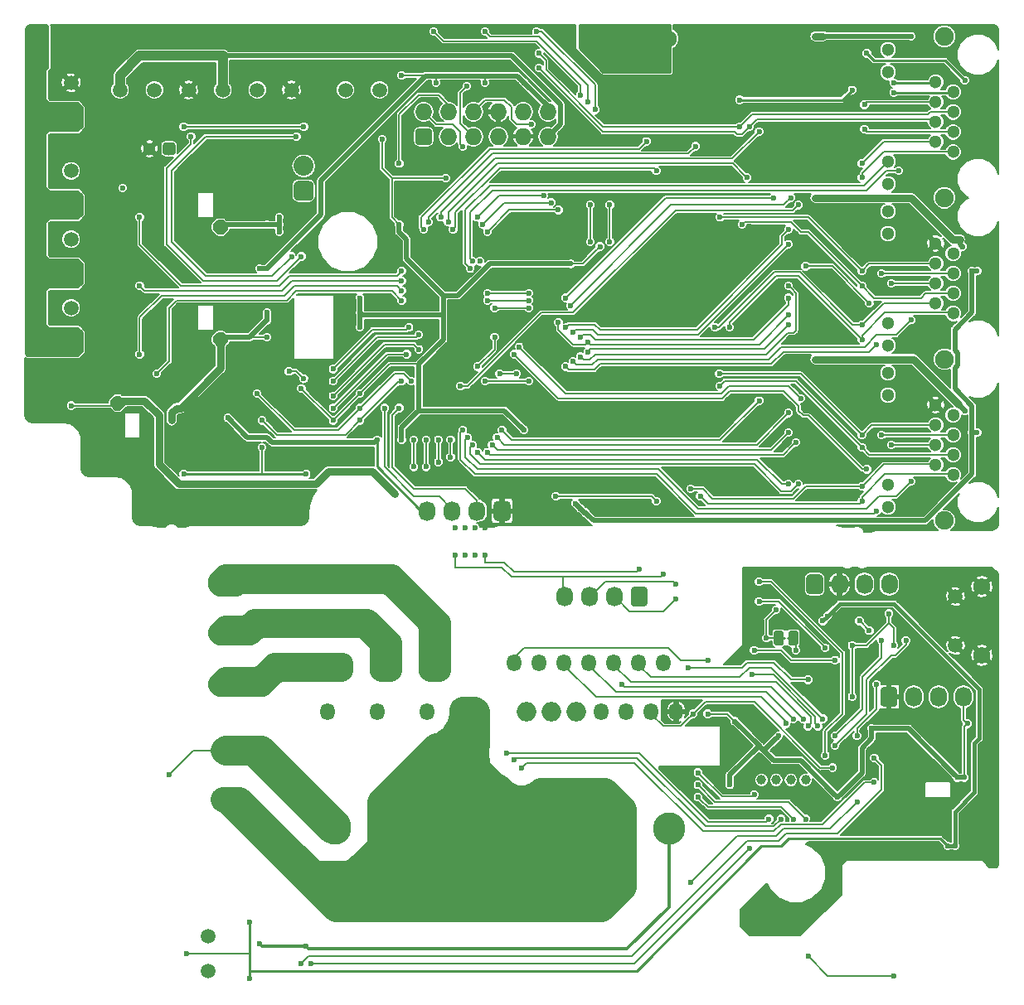
<source format=gbl>
%TF.GenerationSoftware,KiCad,Pcbnew,(5.0.0-rc2-198-gb8bbb15aa)*%
%TF.CreationDate,2018-10-15T22:21:02+08:00*%
%TF.ProjectId,stmbl_4.0,73746D626C5F342E302E6B696361645F,rev?*%
%TF.SameCoordinates,Original*%
%TF.FileFunction,Copper,L2,Bot,Signal*%
%TF.FilePolarity,Positive*%
%FSLAX46Y46*%
G04 Gerber Fmt 4.6, Leading zero omitted, Abs format (unit mm)*
G04 Created by KiCad (PCBNEW (5.0.0-rc2-198-gb8bbb15aa)) date 10/15/18 22:21:02*
%MOMM*%
%LPD*%
G01*
G04 APERTURE LIST*
%ADD10C,0.250000*%
%ADD11O,1.727200X2.032000*%
%ADD12C,0.100000*%
%ADD13C,1.727200*%
%ADD14C,1.300000*%
%ADD15C,3.300000*%
%ADD16C,1.000000*%
%ADD17C,1.500000*%
%ADD18C,1.750000*%
%ADD19O,3.500000X2.000000*%
%ADD20C,2.032000*%
%ADD21O,2.032000X2.032000*%
%ADD22C,1.900000*%
%ADD23O,2.000000X2.000000*%
%ADD24O,1.500000X1.750000*%
%ADD25O,1.727200X1.727200*%
%ADD26C,0.600000*%
%ADD27C,0.200000*%
%ADD28C,0.500000*%
%ADD29C,0.300000*%
%ADD30C,0.750000*%
%ADD31C,0.400000*%
%ADD32C,1.000000*%
%ADD33C,2.500000*%
%ADD34C,2.000000*%
%ADD35C,0.150000*%
%ADD36C,0.254000*%
G04 APERTURE END LIST*
D10*
X175250000Y-112750000D02*
X175800000Y-112750000D01*
X176750000Y-112750000D02*
X176200000Y-112750000D01*
D11*
X139380000Y-99750000D03*
X141920000Y-99750000D03*
X144460000Y-99750000D03*
D12*
G36*
X147474124Y-98736079D02*
X147516040Y-98742297D01*
X147557145Y-98752593D01*
X147597043Y-98766869D01*
X147635349Y-98784986D01*
X147671695Y-98806771D01*
X147705731Y-98832014D01*
X147737129Y-98860471D01*
X147765586Y-98891869D01*
X147790829Y-98925905D01*
X147812614Y-98962251D01*
X147830731Y-99000557D01*
X147845007Y-99040455D01*
X147855303Y-99081560D01*
X147861521Y-99123476D01*
X147863600Y-99165800D01*
X147863600Y-100334200D01*
X147861521Y-100376524D01*
X147855303Y-100418440D01*
X147845007Y-100459545D01*
X147830731Y-100499443D01*
X147812614Y-100537749D01*
X147790829Y-100574095D01*
X147765586Y-100608131D01*
X147737129Y-100639529D01*
X147705731Y-100667986D01*
X147671695Y-100693229D01*
X147635349Y-100715014D01*
X147597043Y-100733131D01*
X147557145Y-100747407D01*
X147516040Y-100757703D01*
X147474124Y-100763921D01*
X147431800Y-100766000D01*
X146568200Y-100766000D01*
X146525876Y-100763921D01*
X146483960Y-100757703D01*
X146442855Y-100747407D01*
X146402957Y-100733131D01*
X146364651Y-100715014D01*
X146328305Y-100693229D01*
X146294269Y-100667986D01*
X146262871Y-100639529D01*
X146234414Y-100608131D01*
X146209171Y-100574095D01*
X146187386Y-100537749D01*
X146169269Y-100499443D01*
X146154993Y-100459545D01*
X146144697Y-100418440D01*
X146138479Y-100376524D01*
X146136400Y-100334200D01*
X146136400Y-99165800D01*
X146138479Y-99123476D01*
X146144697Y-99081560D01*
X146154993Y-99040455D01*
X146169269Y-99000557D01*
X146187386Y-98962251D01*
X146209171Y-98925905D01*
X146234414Y-98891869D01*
X146262871Y-98860471D01*
X146294269Y-98832014D01*
X146328305Y-98806771D01*
X146364651Y-98784986D01*
X146402957Y-98766869D01*
X146442855Y-98752593D01*
X146483960Y-98742297D01*
X146525876Y-98736079D01*
X146568200Y-98734000D01*
X147431800Y-98734000D01*
X147474124Y-98736079D01*
X147474124Y-98736079D01*
G37*
D13*
X147000000Y-99750000D03*
D14*
X111000000Y-62750000D03*
D12*
G36*
X113356856Y-62101565D02*
X113388404Y-62106245D01*
X113419343Y-62113994D01*
X113449372Y-62124739D01*
X113478204Y-62138376D01*
X113505560Y-62154772D01*
X113531178Y-62173772D01*
X113554810Y-62195190D01*
X113576228Y-62218822D01*
X113595228Y-62244440D01*
X113611624Y-62271796D01*
X113625261Y-62300628D01*
X113636006Y-62330657D01*
X113643755Y-62361596D01*
X113648435Y-62393144D01*
X113650000Y-62425000D01*
X113650000Y-63075000D01*
X113648435Y-63106856D01*
X113643755Y-63138404D01*
X113636006Y-63169343D01*
X113625261Y-63199372D01*
X113611624Y-63228204D01*
X113595228Y-63255560D01*
X113576228Y-63281178D01*
X113554810Y-63304810D01*
X113531178Y-63326228D01*
X113505560Y-63345228D01*
X113478204Y-63361624D01*
X113449372Y-63375261D01*
X113419343Y-63386006D01*
X113388404Y-63393755D01*
X113356856Y-63398435D01*
X113325000Y-63400000D01*
X112675000Y-63400000D01*
X112643144Y-63398435D01*
X112611596Y-63393755D01*
X112580657Y-63386006D01*
X112550628Y-63375261D01*
X112521796Y-63361624D01*
X112494440Y-63345228D01*
X112468822Y-63326228D01*
X112445190Y-63304810D01*
X112423772Y-63281178D01*
X112404772Y-63255560D01*
X112388376Y-63228204D01*
X112374739Y-63199372D01*
X112363994Y-63169343D01*
X112356245Y-63138404D01*
X112351565Y-63106856D01*
X112350000Y-63075000D01*
X112350000Y-62425000D01*
X112351565Y-62393144D01*
X112356245Y-62361596D01*
X112363994Y-62330657D01*
X112374739Y-62300628D01*
X112388376Y-62271796D01*
X112404772Y-62244440D01*
X112423772Y-62218822D01*
X112445190Y-62195190D01*
X112468822Y-62173772D01*
X112494440Y-62154772D01*
X112521796Y-62138376D01*
X112550628Y-62124739D01*
X112580657Y-62113994D01*
X112611596Y-62106245D01*
X112643144Y-62101565D01*
X112675000Y-62100000D01*
X113325000Y-62100000D01*
X113356856Y-62101565D01*
X113356856Y-62101565D01*
G37*
D14*
X113000000Y-62750000D03*
D12*
G36*
X137116398Y-137297781D02*
X137196484Y-137309660D01*
X137275019Y-137329332D01*
X137351248Y-137356607D01*
X137424436Y-137391223D01*
X137493879Y-137432846D01*
X137558908Y-137481074D01*
X137618897Y-137535445D01*
X138785623Y-138702171D01*
X138839994Y-138762160D01*
X138888222Y-138827189D01*
X138929845Y-138896632D01*
X138964461Y-138969820D01*
X138991736Y-139046049D01*
X139011408Y-139124584D01*
X139023287Y-139204670D01*
X139027260Y-139285534D01*
X139023287Y-139366398D01*
X139011408Y-139446484D01*
X138991736Y-139525019D01*
X138964461Y-139601248D01*
X138929845Y-139674436D01*
X138888222Y-139743879D01*
X138839994Y-139808908D01*
X138785623Y-139868897D01*
X137618897Y-141035623D01*
X137558908Y-141089994D01*
X137493879Y-141138222D01*
X137424436Y-141179845D01*
X137351248Y-141214461D01*
X137275019Y-141241736D01*
X137196484Y-141261408D01*
X137116398Y-141273287D01*
X137035534Y-141277260D01*
X136954670Y-141273287D01*
X136874584Y-141261408D01*
X136796049Y-141241736D01*
X136719820Y-141214461D01*
X136646632Y-141179845D01*
X136577189Y-141138222D01*
X136512160Y-141089994D01*
X136452171Y-141035623D01*
X135285445Y-139868897D01*
X135231074Y-139808908D01*
X135182846Y-139743879D01*
X135141223Y-139674436D01*
X135106607Y-139601248D01*
X135079332Y-139525019D01*
X135059660Y-139446484D01*
X135047781Y-139366398D01*
X135043808Y-139285534D01*
X135047781Y-139204670D01*
X135059660Y-139124584D01*
X135079332Y-139046049D01*
X135106607Y-138969820D01*
X135141223Y-138896632D01*
X135182846Y-138827189D01*
X135231074Y-138762160D01*
X135285445Y-138702171D01*
X136452171Y-137535445D01*
X136512160Y-137481074D01*
X136577189Y-137432846D01*
X136646632Y-137391223D01*
X136719820Y-137356607D01*
X136796049Y-137329332D01*
X136874584Y-137309660D01*
X136954670Y-137297781D01*
X137035534Y-137293808D01*
X137116398Y-137297781D01*
X137116398Y-137297781D01*
G37*
D15*
X137035534Y-139285534D03*
X129964466Y-132214466D03*
D12*
G36*
X157045330Y-137297781D02*
X157125416Y-137309660D01*
X157203951Y-137329332D01*
X157280180Y-137356607D01*
X157353368Y-137391223D01*
X157422811Y-137432846D01*
X157487840Y-137481074D01*
X157547829Y-137535445D01*
X158714555Y-138702171D01*
X158768926Y-138762160D01*
X158817154Y-138827189D01*
X158858777Y-138896632D01*
X158893393Y-138969820D01*
X158920668Y-139046049D01*
X158940340Y-139124584D01*
X158952219Y-139204670D01*
X158956192Y-139285534D01*
X158952219Y-139366398D01*
X158940340Y-139446484D01*
X158920668Y-139525019D01*
X158893393Y-139601248D01*
X158858777Y-139674436D01*
X158817154Y-139743879D01*
X158768926Y-139808908D01*
X158714555Y-139868897D01*
X157547829Y-141035623D01*
X157487840Y-141089994D01*
X157422811Y-141138222D01*
X157353368Y-141179845D01*
X157280180Y-141214461D01*
X157203951Y-141241736D01*
X157125416Y-141261408D01*
X157045330Y-141273287D01*
X156964466Y-141277260D01*
X156883602Y-141273287D01*
X156803516Y-141261408D01*
X156724981Y-141241736D01*
X156648752Y-141214461D01*
X156575564Y-141179845D01*
X156506121Y-141138222D01*
X156441092Y-141089994D01*
X156381103Y-141035623D01*
X155214377Y-139868897D01*
X155160006Y-139808908D01*
X155111778Y-139743879D01*
X155070155Y-139674436D01*
X155035539Y-139601248D01*
X155008264Y-139525019D01*
X154988592Y-139446484D01*
X154976713Y-139366398D01*
X154972740Y-139285534D01*
X154976713Y-139204670D01*
X154988592Y-139124584D01*
X155008264Y-139046049D01*
X155035539Y-138969820D01*
X155070155Y-138896632D01*
X155111778Y-138827189D01*
X155160006Y-138762160D01*
X155214377Y-138702171D01*
X156381103Y-137535445D01*
X156441092Y-137481074D01*
X156506121Y-137432846D01*
X156575564Y-137391223D01*
X156648752Y-137356607D01*
X156724981Y-137329332D01*
X156803516Y-137309660D01*
X156883602Y-137297781D01*
X156964466Y-137293808D01*
X157045330Y-137297781D01*
X157045330Y-137297781D01*
G37*
D15*
X156964466Y-139285534D03*
X164035534Y-132214466D03*
D12*
G36*
X175524504Y-112001204D02*
X175548773Y-112004804D01*
X175572571Y-112010765D01*
X175595671Y-112019030D01*
X175617849Y-112029520D01*
X175638893Y-112042133D01*
X175658598Y-112056747D01*
X175676777Y-112073223D01*
X175693253Y-112091402D01*
X175707867Y-112111107D01*
X175720480Y-112132151D01*
X175730970Y-112154329D01*
X175739235Y-112177429D01*
X175745196Y-112201227D01*
X175748796Y-112225496D01*
X175750000Y-112250000D01*
X175750000Y-113250000D01*
X175748796Y-113274504D01*
X175745196Y-113298773D01*
X175739235Y-113322571D01*
X175730970Y-113345671D01*
X175720480Y-113367849D01*
X175707867Y-113388893D01*
X175693253Y-113408598D01*
X175676777Y-113426777D01*
X175658598Y-113443253D01*
X175638893Y-113457867D01*
X175617849Y-113470480D01*
X175595671Y-113480970D01*
X175572571Y-113489235D01*
X175548773Y-113495196D01*
X175524504Y-113498796D01*
X175500000Y-113500000D01*
X175000000Y-113500000D01*
X174975496Y-113498796D01*
X174951227Y-113495196D01*
X174927429Y-113489235D01*
X174904329Y-113480970D01*
X174882151Y-113470480D01*
X174861107Y-113457867D01*
X174841402Y-113443253D01*
X174823223Y-113426777D01*
X174806747Y-113408598D01*
X174792133Y-113388893D01*
X174779520Y-113367849D01*
X174769030Y-113345671D01*
X174760765Y-113322571D01*
X174754804Y-113298773D01*
X174751204Y-113274504D01*
X174750000Y-113250000D01*
X174750000Y-112250000D01*
X174751204Y-112225496D01*
X174754804Y-112201227D01*
X174760765Y-112177429D01*
X174769030Y-112154329D01*
X174779520Y-112132151D01*
X174792133Y-112111107D01*
X174806747Y-112091402D01*
X174823223Y-112073223D01*
X174841402Y-112056747D01*
X174861107Y-112042133D01*
X174882151Y-112029520D01*
X174904329Y-112019030D01*
X174927429Y-112010765D01*
X174951227Y-112004804D01*
X174975496Y-112001204D01*
X175000000Y-112000000D01*
X175500000Y-112000000D01*
X175524504Y-112001204D01*
X175524504Y-112001204D01*
G37*
D16*
X175250000Y-112750000D03*
D12*
G36*
X177024504Y-112001204D02*
X177048773Y-112004804D01*
X177072571Y-112010765D01*
X177095671Y-112019030D01*
X177117849Y-112029520D01*
X177138893Y-112042133D01*
X177158598Y-112056747D01*
X177176777Y-112073223D01*
X177193253Y-112091402D01*
X177207867Y-112111107D01*
X177220480Y-112132151D01*
X177230970Y-112154329D01*
X177239235Y-112177429D01*
X177245196Y-112201227D01*
X177248796Y-112225496D01*
X177250000Y-112250000D01*
X177250000Y-113250000D01*
X177248796Y-113274504D01*
X177245196Y-113298773D01*
X177239235Y-113322571D01*
X177230970Y-113345671D01*
X177220480Y-113367849D01*
X177207867Y-113388893D01*
X177193253Y-113408598D01*
X177176777Y-113426777D01*
X177158598Y-113443253D01*
X177138893Y-113457867D01*
X177117849Y-113470480D01*
X177095671Y-113480970D01*
X177072571Y-113489235D01*
X177048773Y-113495196D01*
X177024504Y-113498796D01*
X177000000Y-113500000D01*
X176500000Y-113500000D01*
X176475496Y-113498796D01*
X176451227Y-113495196D01*
X176427429Y-113489235D01*
X176404329Y-113480970D01*
X176382151Y-113470480D01*
X176361107Y-113457867D01*
X176341402Y-113443253D01*
X176323223Y-113426777D01*
X176306747Y-113408598D01*
X176292133Y-113388893D01*
X176279520Y-113367849D01*
X176269030Y-113345671D01*
X176260765Y-113322571D01*
X176254804Y-113298773D01*
X176251204Y-113274504D01*
X176250000Y-113250000D01*
X176250000Y-112250000D01*
X176251204Y-112225496D01*
X176254804Y-112201227D01*
X176260765Y-112177429D01*
X176269030Y-112154329D01*
X176279520Y-112132151D01*
X176292133Y-112111107D01*
X176306747Y-112091402D01*
X176323223Y-112073223D01*
X176341402Y-112056747D01*
X176361107Y-112042133D01*
X176382151Y-112029520D01*
X176404329Y-112019030D01*
X176427429Y-112010765D01*
X176451227Y-112004804D01*
X176475496Y-112001204D01*
X176500000Y-112000000D01*
X177000000Y-112000000D01*
X177024504Y-112001204D01*
X177024504Y-112001204D01*
G37*
D16*
X176750000Y-112750000D03*
D17*
X193300000Y-113500000D03*
X193300000Y-108500000D03*
D18*
X196000000Y-114500000D03*
X196000000Y-107500000D03*
D17*
X163000000Y-54200000D03*
X158000000Y-54200000D03*
D18*
X164000000Y-51500000D03*
X157000000Y-51500000D03*
D16*
X178000000Y-127250000D03*
X173500000Y-127250000D03*
X175000000Y-127250000D03*
X176500000Y-127250000D03*
D19*
X119000000Y-117580000D03*
X119000000Y-112500000D03*
X119000000Y-107420000D03*
D12*
G36*
X127307793Y-66026446D02*
X127357106Y-66033761D01*
X127405465Y-66045874D01*
X127452403Y-66062669D01*
X127497470Y-66083984D01*
X127540230Y-66109613D01*
X127580272Y-66139311D01*
X127617210Y-66172790D01*
X127650689Y-66209728D01*
X127680387Y-66249770D01*
X127706016Y-66292530D01*
X127727331Y-66337597D01*
X127744126Y-66384535D01*
X127756239Y-66432894D01*
X127763554Y-66482207D01*
X127766000Y-66532000D01*
X127766000Y-67548000D01*
X127763554Y-67597793D01*
X127756239Y-67647106D01*
X127744126Y-67695465D01*
X127727331Y-67742403D01*
X127706016Y-67787470D01*
X127680387Y-67830230D01*
X127650689Y-67870272D01*
X127617210Y-67907210D01*
X127580272Y-67940689D01*
X127540230Y-67970387D01*
X127497470Y-67996016D01*
X127452403Y-68017331D01*
X127405465Y-68034126D01*
X127357106Y-68046239D01*
X127307793Y-68053554D01*
X127258000Y-68056000D01*
X126242000Y-68056000D01*
X126192207Y-68053554D01*
X126142894Y-68046239D01*
X126094535Y-68034126D01*
X126047597Y-68017331D01*
X126002530Y-67996016D01*
X125959770Y-67970387D01*
X125919728Y-67940689D01*
X125882790Y-67907210D01*
X125849311Y-67870272D01*
X125819613Y-67830230D01*
X125793984Y-67787470D01*
X125772669Y-67742403D01*
X125755874Y-67695465D01*
X125743761Y-67647106D01*
X125736446Y-67597793D01*
X125734000Y-67548000D01*
X125734000Y-66532000D01*
X125736446Y-66482207D01*
X125743761Y-66432894D01*
X125755874Y-66384535D01*
X125772669Y-66337597D01*
X125793984Y-66292530D01*
X125819613Y-66249770D01*
X125849311Y-66209728D01*
X125882790Y-66172790D01*
X125919728Y-66139311D01*
X125959770Y-66109613D01*
X126002530Y-66083984D01*
X126047597Y-66062669D01*
X126094535Y-66045874D01*
X126142894Y-66033761D01*
X126192207Y-66026446D01*
X126242000Y-66024000D01*
X127258000Y-66024000D01*
X127307793Y-66026446D01*
X127307793Y-66026446D01*
G37*
D20*
X126750000Y-67040000D03*
D21*
X126750000Y-64500000D03*
D19*
X119000000Y-129330000D03*
X119000000Y-124250000D03*
D22*
X192170000Y-67750000D03*
X192170000Y-84250000D03*
D14*
X193060000Y-79570000D03*
X191280000Y-78550000D03*
X193060000Y-77530000D03*
X191280000Y-76510000D03*
X193060000Y-75490000D03*
X191280000Y-74470000D03*
X193060000Y-73450000D03*
X191280000Y-72430000D03*
X186420000Y-69140000D03*
X186420000Y-71430000D03*
X186420000Y-80570000D03*
X186420000Y-82860000D03*
D22*
X192170000Y-51250000D03*
X192170000Y-67750000D03*
D14*
X193060000Y-63070000D03*
X191280000Y-62050000D03*
X193060000Y-61030000D03*
X191280000Y-60010000D03*
X193060000Y-58990000D03*
X191280000Y-57970000D03*
X193060000Y-56950000D03*
X191280000Y-55930000D03*
X186420000Y-52640000D03*
X186420000Y-54930000D03*
X186420000Y-64070000D03*
X186420000Y-66360000D03*
D22*
X192170000Y-84250000D03*
X192170000Y-100750000D03*
D14*
X193060000Y-96070000D03*
X191280000Y-95050000D03*
X193060000Y-94030000D03*
X191280000Y-93010000D03*
X193060000Y-91990000D03*
X191280000Y-90970000D03*
X193060000Y-89950000D03*
X191280000Y-88930000D03*
X186420000Y-85640000D03*
X186420000Y-87930000D03*
X186420000Y-97070000D03*
X186420000Y-99360000D03*
D23*
X144460000Y-120250000D03*
X140650000Y-115250000D03*
D24*
X139380000Y-120250000D03*
D23*
X135570000Y-115250000D03*
D24*
X134300000Y-120250000D03*
D23*
X130490000Y-115250000D03*
D24*
X129220000Y-120250000D03*
X148270000Y-115250000D03*
D23*
X149540000Y-120250000D03*
D24*
X150810000Y-115250000D03*
D23*
X152080000Y-120250000D03*
D24*
X153350000Y-115250000D03*
D23*
X154620000Y-120250000D03*
D24*
X155890000Y-115250000D03*
X158430000Y-115250000D03*
X160970000Y-115250000D03*
X163510000Y-115250000D03*
X157160000Y-120250000D03*
X159700000Y-120250000D03*
X162240000Y-120250000D03*
X164780000Y-120250000D03*
D16*
X174250000Y-128500000D03*
D12*
G36*
X186974124Y-117736079D02*
X187016040Y-117742297D01*
X187057145Y-117752593D01*
X187097043Y-117766869D01*
X187135349Y-117784986D01*
X187171695Y-117806771D01*
X187205731Y-117832014D01*
X187237129Y-117860471D01*
X187265586Y-117891869D01*
X187290829Y-117925905D01*
X187312614Y-117962251D01*
X187330731Y-118000557D01*
X187345007Y-118040455D01*
X187355303Y-118081560D01*
X187361521Y-118123476D01*
X187363600Y-118165800D01*
X187363600Y-119334200D01*
X187361521Y-119376524D01*
X187355303Y-119418440D01*
X187345007Y-119459545D01*
X187330731Y-119499443D01*
X187312614Y-119537749D01*
X187290829Y-119574095D01*
X187265586Y-119608131D01*
X187237129Y-119639529D01*
X187205731Y-119667986D01*
X187171695Y-119693229D01*
X187135349Y-119715014D01*
X187097043Y-119733131D01*
X187057145Y-119747407D01*
X187016040Y-119757703D01*
X186974124Y-119763921D01*
X186931800Y-119766000D01*
X186068200Y-119766000D01*
X186025876Y-119763921D01*
X185983960Y-119757703D01*
X185942855Y-119747407D01*
X185902957Y-119733131D01*
X185864651Y-119715014D01*
X185828305Y-119693229D01*
X185794269Y-119667986D01*
X185762871Y-119639529D01*
X185734414Y-119608131D01*
X185709171Y-119574095D01*
X185687386Y-119537749D01*
X185669269Y-119499443D01*
X185654993Y-119459545D01*
X185644697Y-119418440D01*
X185638479Y-119376524D01*
X185636400Y-119334200D01*
X185636400Y-118165800D01*
X185638479Y-118123476D01*
X185644697Y-118081560D01*
X185654993Y-118040455D01*
X185669269Y-118000557D01*
X185687386Y-117962251D01*
X185709171Y-117925905D01*
X185734414Y-117891869D01*
X185762871Y-117860471D01*
X185794269Y-117832014D01*
X185828305Y-117806771D01*
X185864651Y-117784986D01*
X185902957Y-117766869D01*
X185942855Y-117752593D01*
X185983960Y-117742297D01*
X186025876Y-117736079D01*
X186068200Y-117734000D01*
X186931800Y-117734000D01*
X186974124Y-117736079D01*
X186974124Y-117736079D01*
G37*
D13*
X186500000Y-118750000D03*
D11*
X189040000Y-118750000D03*
X191580000Y-118750000D03*
X194120000Y-118750000D03*
D12*
G36*
X139474124Y-60638479D02*
X139516040Y-60644697D01*
X139557145Y-60654993D01*
X139597043Y-60669269D01*
X139635349Y-60687386D01*
X139671695Y-60709171D01*
X139705731Y-60734414D01*
X139737129Y-60762871D01*
X139765586Y-60794269D01*
X139790829Y-60828305D01*
X139812614Y-60864651D01*
X139830731Y-60902957D01*
X139845007Y-60942855D01*
X139855303Y-60983960D01*
X139861521Y-61025876D01*
X139863600Y-61068200D01*
X139863600Y-61931800D01*
X139861521Y-61974124D01*
X139855303Y-62016040D01*
X139845007Y-62057145D01*
X139830731Y-62097043D01*
X139812614Y-62135349D01*
X139790829Y-62171695D01*
X139765586Y-62205731D01*
X139737129Y-62237129D01*
X139705731Y-62265586D01*
X139671695Y-62290829D01*
X139635349Y-62312614D01*
X139597043Y-62330731D01*
X139557145Y-62345007D01*
X139516040Y-62355303D01*
X139474124Y-62361521D01*
X139431800Y-62363600D01*
X138568200Y-62363600D01*
X138525876Y-62361521D01*
X138483960Y-62355303D01*
X138442855Y-62345007D01*
X138402957Y-62330731D01*
X138364651Y-62312614D01*
X138328305Y-62290829D01*
X138294269Y-62265586D01*
X138262871Y-62237129D01*
X138234414Y-62205731D01*
X138209171Y-62171695D01*
X138187386Y-62135349D01*
X138169269Y-62097043D01*
X138154993Y-62057145D01*
X138144697Y-62016040D01*
X138138479Y-61974124D01*
X138136400Y-61931800D01*
X138136400Y-61068200D01*
X138138479Y-61025876D01*
X138144697Y-60983960D01*
X138154993Y-60942855D01*
X138169269Y-60902957D01*
X138187386Y-60864651D01*
X138209171Y-60828305D01*
X138234414Y-60794269D01*
X138262871Y-60762871D01*
X138294269Y-60734414D01*
X138328305Y-60709171D01*
X138364651Y-60687386D01*
X138402957Y-60669269D01*
X138442855Y-60654993D01*
X138483960Y-60644697D01*
X138525876Y-60638479D01*
X138568200Y-60636400D01*
X139431800Y-60636400D01*
X139474124Y-60638479D01*
X139474124Y-60638479D01*
G37*
D13*
X139000000Y-61500000D03*
D25*
X139000000Y-58960000D03*
X141540000Y-61500000D03*
X141540000Y-58960000D03*
X144080000Y-61500000D03*
X144080000Y-58960000D03*
X146620000Y-61500000D03*
X146620000Y-58960000D03*
X149160000Y-61500000D03*
X149160000Y-58960000D03*
X151700000Y-61500000D03*
X151700000Y-58960000D03*
D12*
G36*
X179394124Y-106236079D02*
X179436040Y-106242297D01*
X179477145Y-106252593D01*
X179517043Y-106266869D01*
X179555349Y-106284986D01*
X179591695Y-106306771D01*
X179625731Y-106332014D01*
X179657129Y-106360471D01*
X179685586Y-106391869D01*
X179710829Y-106425905D01*
X179732614Y-106462251D01*
X179750731Y-106500557D01*
X179765007Y-106540455D01*
X179775303Y-106581560D01*
X179781521Y-106623476D01*
X179783600Y-106665800D01*
X179783600Y-107834200D01*
X179781521Y-107876524D01*
X179775303Y-107918440D01*
X179765007Y-107959545D01*
X179750731Y-107999443D01*
X179732614Y-108037749D01*
X179710829Y-108074095D01*
X179685586Y-108108131D01*
X179657129Y-108139529D01*
X179625731Y-108167986D01*
X179591695Y-108193229D01*
X179555349Y-108215014D01*
X179517043Y-108233131D01*
X179477145Y-108247407D01*
X179436040Y-108257703D01*
X179394124Y-108263921D01*
X179351800Y-108266000D01*
X178488200Y-108266000D01*
X178445876Y-108263921D01*
X178403960Y-108257703D01*
X178362855Y-108247407D01*
X178322957Y-108233131D01*
X178284651Y-108215014D01*
X178248305Y-108193229D01*
X178214269Y-108167986D01*
X178182871Y-108139529D01*
X178154414Y-108108131D01*
X178129171Y-108074095D01*
X178107386Y-108037749D01*
X178089269Y-107999443D01*
X178074993Y-107959545D01*
X178064697Y-107918440D01*
X178058479Y-107876524D01*
X178056400Y-107834200D01*
X178056400Y-106665800D01*
X178058479Y-106623476D01*
X178064697Y-106581560D01*
X178074993Y-106540455D01*
X178089269Y-106500557D01*
X178107386Y-106462251D01*
X178129171Y-106425905D01*
X178154414Y-106391869D01*
X178182871Y-106360471D01*
X178214269Y-106332014D01*
X178248305Y-106306771D01*
X178284651Y-106284986D01*
X178322957Y-106266869D01*
X178362855Y-106252593D01*
X178403960Y-106242297D01*
X178445876Y-106236079D01*
X178488200Y-106234000D01*
X179351800Y-106234000D01*
X179394124Y-106236079D01*
X179394124Y-106236079D01*
G37*
D13*
X178920000Y-107250000D03*
D11*
X181460000Y-107250000D03*
X184000000Y-107250000D03*
X186540000Y-107250000D03*
D12*
G36*
X161474124Y-107486079D02*
X161516040Y-107492297D01*
X161557145Y-107502593D01*
X161597043Y-107516869D01*
X161635349Y-107534986D01*
X161671695Y-107556771D01*
X161705731Y-107582014D01*
X161737129Y-107610471D01*
X161765586Y-107641869D01*
X161790829Y-107675905D01*
X161812614Y-107712251D01*
X161830731Y-107750557D01*
X161845007Y-107790455D01*
X161855303Y-107831560D01*
X161861521Y-107873476D01*
X161863600Y-107915800D01*
X161863600Y-109084200D01*
X161861521Y-109126524D01*
X161855303Y-109168440D01*
X161845007Y-109209545D01*
X161830731Y-109249443D01*
X161812614Y-109287749D01*
X161790829Y-109324095D01*
X161765586Y-109358131D01*
X161737129Y-109389529D01*
X161705731Y-109417986D01*
X161671695Y-109443229D01*
X161635349Y-109465014D01*
X161597043Y-109483131D01*
X161557145Y-109497407D01*
X161516040Y-109507703D01*
X161474124Y-109513921D01*
X161431800Y-109516000D01*
X160568200Y-109516000D01*
X160525876Y-109513921D01*
X160483960Y-109507703D01*
X160442855Y-109497407D01*
X160402957Y-109483131D01*
X160364651Y-109465014D01*
X160328305Y-109443229D01*
X160294269Y-109417986D01*
X160262871Y-109389529D01*
X160234414Y-109358131D01*
X160209171Y-109324095D01*
X160187386Y-109287749D01*
X160169269Y-109249443D01*
X160154993Y-109209545D01*
X160144697Y-109168440D01*
X160138479Y-109126524D01*
X160136400Y-109084200D01*
X160136400Y-107915800D01*
X160138479Y-107873476D01*
X160144697Y-107831560D01*
X160154993Y-107790455D01*
X160169269Y-107750557D01*
X160187386Y-107712251D01*
X160209171Y-107675905D01*
X160234414Y-107641869D01*
X160262871Y-107610471D01*
X160294269Y-107582014D01*
X160328305Y-107556771D01*
X160364651Y-107534986D01*
X160402957Y-107516869D01*
X160442855Y-107502593D01*
X160483960Y-107492297D01*
X160525876Y-107486079D01*
X160568200Y-107484000D01*
X161431800Y-107484000D01*
X161474124Y-107486079D01*
X161474124Y-107486079D01*
G37*
D13*
X161000000Y-108500000D03*
D11*
X158460000Y-108500000D03*
X155920000Y-108500000D03*
X153380000Y-108500000D03*
D17*
X117000000Y-146750000D03*
X117000000Y-143250000D03*
X103000000Y-56000000D03*
X103000000Y-59500000D03*
X103000000Y-65000000D03*
X103000000Y-68500000D03*
X103000000Y-72000000D03*
X103000000Y-75500000D03*
X103000000Y-79000000D03*
X103000000Y-82500000D03*
X108000000Y-56750000D03*
X111500000Y-56750000D03*
X115000000Y-56750000D03*
X118500000Y-56750000D03*
X122000000Y-56750000D03*
X125500000Y-56750000D03*
X134500000Y-56750000D03*
X131000000Y-56750000D03*
D26*
X155000000Y-71750000D03*
X157000000Y-71250000D03*
X147000000Y-87250000D03*
X171000000Y-81500000D03*
X172500000Y-79750000D03*
X173250000Y-79750000D03*
X173250000Y-79000000D03*
X177250000Y-84500000D03*
X176500000Y-84500000D03*
X172250000Y-88500000D03*
X170250000Y-89750000D03*
X168750000Y-89750000D03*
X175000000Y-95250000D03*
X186500000Y-50500000D03*
X187250000Y-50500000D03*
X189500000Y-52250000D03*
X192750000Y-55250000D03*
X186750000Y-60449990D03*
X185750000Y-60449990D03*
X187250000Y-72500000D03*
X188000000Y-73250000D03*
X188000000Y-72500000D03*
X189500000Y-72500000D03*
X189500000Y-73250000D03*
X194250000Y-78000000D03*
X195750000Y-78000000D03*
X189500000Y-89750000D03*
X196500000Y-96000000D03*
X194250000Y-94500000D03*
X195750000Y-94500000D03*
X191250000Y-97000000D03*
X191250000Y-98500000D03*
X190250000Y-98500000D03*
X193000000Y-99250000D03*
X193750000Y-101250000D03*
X185750000Y-93000000D03*
X184000000Y-90250000D03*
X183500000Y-89750000D03*
X185250000Y-86750000D03*
X187500000Y-86750000D03*
X188000000Y-89750000D03*
X188000000Y-89000000D03*
X189500000Y-89000000D03*
X188000000Y-77250000D03*
X189500000Y-77250000D03*
X182750000Y-78750000D03*
X183750000Y-73250000D03*
X185750000Y-76500000D03*
X180500000Y-62250000D03*
X181250000Y-56750000D03*
X180500000Y-56750000D03*
X183750000Y-56750000D03*
X184500000Y-54250000D03*
X185000000Y-54750000D03*
X185250000Y-53000000D03*
X173250000Y-53750000D03*
X171500000Y-54750000D03*
X170250000Y-57750000D03*
X173250000Y-57000000D03*
X172250000Y-57000000D03*
X172250000Y-58500000D03*
X121750000Y-71750000D03*
X123000000Y-73250000D03*
X121750000Y-73250000D03*
X120750000Y-59000000D03*
X120000000Y-59000000D03*
X119250000Y-59000000D03*
X163000000Y-75250000D03*
X162250000Y-74500000D03*
X161500000Y-74500000D03*
X162250000Y-91000000D03*
X161500000Y-91000000D03*
X163000000Y-91750000D03*
X173250000Y-90000000D03*
X171750000Y-97500000D03*
X172500000Y-96750000D03*
X173250000Y-96750000D03*
X172500000Y-97500000D03*
X173250000Y-97500000D03*
X166500000Y-96750000D03*
X169500000Y-96750000D03*
X142500000Y-90750000D03*
X148000000Y-91500000D03*
X132500000Y-91750000D03*
X133250000Y-91750000D03*
X134250000Y-90000000D03*
X137250000Y-87250000D03*
X139750000Y-87000000D03*
X140500000Y-87000000D03*
X141250000Y-87000000D03*
X130500000Y-83000000D03*
X130500000Y-82250000D03*
X131250000Y-78750000D03*
X130500000Y-78750000D03*
X128250000Y-74500000D03*
X127500000Y-74500000D03*
X134000000Y-69500000D03*
X134000000Y-68750000D03*
X133250000Y-68750000D03*
X133250000Y-66750000D03*
X132250000Y-65750000D03*
X132750000Y-63500000D03*
X132750000Y-64250000D03*
X136250000Y-72500000D03*
X136500000Y-68250000D03*
X136500000Y-69000000D03*
X139000000Y-68250000D03*
X139000000Y-67500000D03*
X139750000Y-63250000D03*
X137250000Y-60750000D03*
X135750000Y-60000000D03*
X135750000Y-63500000D03*
X140250000Y-58250000D03*
X148250000Y-57000000D03*
X147500000Y-57000000D03*
X151000000Y-60250000D03*
X153250000Y-50500000D03*
X153250000Y-51250000D03*
X153250000Y-52000000D03*
X152500000Y-54750000D03*
X153500000Y-55750000D03*
X153000000Y-55250000D03*
X116750000Y-85250000D03*
X116750000Y-83750000D03*
X116750000Y-84500000D03*
X116750000Y-73750000D03*
X116750000Y-72250000D03*
X116750000Y-73000000D03*
X121000000Y-75000000D03*
X120250000Y-75000000D03*
X119500000Y-75000000D03*
X117500000Y-75000000D03*
X118500000Y-75000000D03*
X114250000Y-75000000D03*
X125750000Y-68750000D03*
X125000000Y-68000000D03*
X125000000Y-68750000D03*
X123500000Y-68000000D03*
X123500000Y-68750000D03*
X122750000Y-68750000D03*
X122750000Y-68000000D03*
X122750000Y-67250000D03*
X127750000Y-69000000D03*
X127250000Y-69500000D03*
X126750000Y-70000000D03*
X127500000Y-73750000D03*
X127500000Y-71750000D03*
X128000000Y-71250000D03*
X125250000Y-71500000D03*
X125750000Y-71000000D03*
X126250000Y-70500000D03*
X114250000Y-65250000D03*
X114250000Y-66000000D03*
X114250000Y-66750000D03*
X114250000Y-67500000D03*
X114250000Y-68250000D03*
X114250000Y-69000000D03*
X114250000Y-70500000D03*
X129500000Y-60750000D03*
X129000000Y-60250000D03*
X128500000Y-59750000D03*
X127750000Y-61500000D03*
X128500000Y-62250000D03*
X127750000Y-62250000D03*
X125500000Y-62250000D03*
X124750000Y-62250000D03*
X124000000Y-62250000D03*
X133500000Y-59250000D03*
X132750000Y-59250000D03*
X132000000Y-59250000D03*
X129000000Y-54500000D03*
X133000000Y-54500000D03*
X136250000Y-54500000D03*
X143500000Y-54500000D03*
X142750000Y-54500000D03*
X142000000Y-54500000D03*
X140000000Y-52000000D03*
X139250000Y-52000000D03*
X138500000Y-52000000D03*
X136000000Y-51000000D03*
X135250000Y-51000000D03*
X134500000Y-51000000D03*
X133750000Y-51000000D03*
X133000000Y-51000000D03*
X132250000Y-51000000D03*
X131500000Y-51000000D03*
X130750000Y-51000000D03*
X130000000Y-51000000D03*
X129250000Y-51000000D03*
X128500000Y-51000000D03*
X127750000Y-51000000D03*
X127000000Y-51000000D03*
X126250000Y-51000000D03*
X125500000Y-51000000D03*
X124500000Y-52250000D03*
X123750000Y-52250000D03*
X119000000Y-51000000D03*
X118250000Y-51000000D03*
X117500000Y-51000000D03*
X116750000Y-51000000D03*
X116000000Y-51000000D03*
X115250000Y-51000000D03*
X114500000Y-51000000D03*
X113500000Y-51750000D03*
X109000000Y-51750000D03*
X108250000Y-51750000D03*
X107500000Y-51750000D03*
X106750000Y-51750000D03*
X106000000Y-51750000D03*
X106000000Y-51000000D03*
X106750000Y-51000000D03*
X107500000Y-51000000D03*
X108250000Y-51000000D03*
X109000000Y-51000000D03*
X111500000Y-79500000D03*
X108250000Y-80750000D03*
X108500000Y-82250000D03*
X108500000Y-83750000D03*
X111500000Y-65500000D03*
X108250000Y-66750000D03*
X108500000Y-69750000D03*
X108500000Y-68250000D03*
X111500000Y-68250000D03*
X111500000Y-72500000D03*
X110250000Y-73750000D03*
X108500000Y-76750000D03*
X108250000Y-73750000D03*
X108500000Y-75250000D03*
X111500000Y-75250000D03*
X112000000Y-96500000D03*
X109250000Y-87250000D03*
X109250000Y-85750000D03*
X109250000Y-86500000D03*
X102000000Y-90000000D03*
X102000000Y-89250000D03*
X102000000Y-88500000D03*
X102000000Y-87750000D03*
X102000000Y-87000000D03*
X102000000Y-86250000D03*
X103000000Y-86250000D03*
X104250000Y-86250000D03*
X104250000Y-88000000D03*
X115000000Y-90500000D03*
X116250000Y-90500000D03*
X112750000Y-89000000D03*
X113250000Y-88500000D03*
X111750000Y-82000000D03*
X111750000Y-82750000D03*
X111750000Y-83500000D03*
X111750000Y-84250000D03*
X114250000Y-79750000D03*
X114250000Y-80500000D03*
X114250000Y-82000000D03*
X121750000Y-83250000D03*
X121750000Y-84750000D03*
X123000000Y-84750000D03*
X122000000Y-86750000D03*
X121250000Y-86750000D03*
X120500000Y-86750000D03*
X119750000Y-86750000D03*
X119000000Y-86750000D03*
X118250000Y-86750000D03*
X122000000Y-88750000D03*
X121250000Y-88750000D03*
X120500000Y-88750000D03*
X125750000Y-90000000D03*
X126500000Y-90750000D03*
X127250000Y-90750000D03*
X128000000Y-90750000D03*
X126500000Y-88250000D03*
X121250000Y-93500000D03*
X121250000Y-94250000D03*
X124500000Y-94500000D03*
X127000000Y-94500000D03*
X129250000Y-94500000D03*
X131750000Y-94500000D03*
X137250000Y-95000000D03*
X151500000Y-73250000D03*
X151500000Y-72500000D03*
X150750000Y-72500000D03*
X150750000Y-73250000D03*
X151000000Y-71500000D03*
X148000000Y-71500000D03*
X148000000Y-70250000D03*
X151000000Y-70250000D03*
X149500000Y-70250000D03*
X160500000Y-67750000D03*
X155000000Y-67750000D03*
X155750000Y-65750000D03*
X155000000Y-65750000D03*
X154000000Y-67750000D03*
X154000000Y-58750000D03*
X154000000Y-59500000D03*
X154000000Y-60250000D03*
X154000000Y-61000000D03*
X156750000Y-62000000D03*
X159750000Y-62000000D03*
X160500000Y-62000000D03*
X159500000Y-67750000D03*
X159500000Y-65500000D03*
X164250000Y-65500000D03*
X170750000Y-65500000D03*
X171750000Y-64500000D03*
X173250000Y-63250000D03*
X173250000Y-62500000D03*
X165750000Y-61750000D03*
X165750000Y-59750000D03*
X167750000Y-59750000D03*
X167750000Y-61750000D03*
X165000000Y-52750000D03*
X165000000Y-53500000D03*
X170000000Y-52750000D03*
X170000000Y-53500000D03*
X170000000Y-54250000D03*
X169500000Y-54750000D03*
X165500000Y-54750000D03*
X165000000Y-54250000D03*
X166000000Y-55250000D03*
X166750000Y-55250000D03*
X169000000Y-55250000D03*
X168250000Y-55250000D03*
X167500000Y-55250000D03*
X169000000Y-50500000D03*
X168250000Y-50500000D03*
X167500000Y-50500000D03*
X166750000Y-50500000D03*
X166000000Y-50500000D03*
X166000000Y-51250000D03*
X166750000Y-51250000D03*
X167500000Y-51250000D03*
X168250000Y-51250000D03*
X169000000Y-51250000D03*
X169000000Y-52000000D03*
X168250000Y-52000000D03*
X167500000Y-52000000D03*
X166750000Y-52000000D03*
X166000000Y-52000000D03*
X166000000Y-52750000D03*
X166750000Y-52750000D03*
X167500000Y-52750000D03*
X168250000Y-52750000D03*
X169000000Y-52750000D03*
X169000000Y-53500000D03*
X168250000Y-53500000D03*
X167500000Y-53500000D03*
X166750000Y-53500000D03*
X166000000Y-53500000D03*
X166000000Y-54250000D03*
X166750000Y-54250000D03*
X169000000Y-54250000D03*
X168250000Y-54250000D03*
X167500000Y-54250000D03*
X139500000Y-77500000D03*
X139500000Y-78250000D03*
X137500000Y-75750000D03*
X137500000Y-77750000D03*
X137500000Y-76750000D03*
X140250000Y-78250000D03*
X136750000Y-79000000D03*
X177999998Y-69000000D03*
X159250000Y-69000000D03*
X160000000Y-69000000D03*
X160750000Y-69000000D03*
X159250000Y-85500000D03*
X160000000Y-85500000D03*
X160750000Y-85500000D03*
X164500000Y-73750000D03*
X165000000Y-74250000D03*
X165500000Y-74750000D03*
X166000000Y-75250000D03*
X162250000Y-75250000D03*
X161500000Y-75250000D03*
X134000000Y-78000000D03*
X134000000Y-78750000D03*
X190250000Y-97000000D03*
X190250000Y-99500000D03*
X182000000Y-98000000D03*
X170500000Y-62500000D03*
X182000000Y-62250000D03*
X181250000Y-62250000D03*
X182000000Y-65000000D03*
X183750000Y-72500000D03*
X182000000Y-72500000D03*
X182000000Y-78750000D03*
X185250000Y-86000000D03*
X185250000Y-85250000D03*
X181750000Y-81500000D03*
X183750000Y-78750000D03*
X183750000Y-79500000D03*
X182750000Y-89750000D03*
X190250000Y-67750000D03*
X190250000Y-67000000D03*
X190250000Y-65500000D03*
X191000000Y-65500000D03*
X191000000Y-66250000D03*
X190250000Y-66250000D03*
X188750000Y-66250000D03*
X187750000Y-63750000D03*
X190750000Y-71250000D03*
X190250000Y-70750000D03*
X189750000Y-70250000D03*
X189250000Y-69750000D03*
X188750000Y-69250000D03*
X190250000Y-86750000D03*
X189750000Y-86250000D03*
X189250000Y-85750000D03*
X188750000Y-85250000D03*
X191750000Y-82750000D03*
X191750000Y-82000000D03*
X190250000Y-83500000D03*
X190250000Y-82000000D03*
X191000000Y-82000000D03*
X191000000Y-82750000D03*
X190250000Y-82750000D03*
X188750000Y-82750000D03*
X191750000Y-80250000D03*
X191000000Y-80250000D03*
X190250000Y-80250000D03*
X189500000Y-80250000D03*
X158250000Y-58750000D03*
X158250000Y-58000000D03*
X158250000Y-57250000D03*
X158250000Y-56500000D03*
X158250000Y-55750000D03*
X159000000Y-58750000D03*
X159000000Y-58000000D03*
X159000000Y-57250000D03*
X159000000Y-56500000D03*
X159000000Y-55750000D03*
X159750000Y-58750000D03*
X159750000Y-58000000D03*
X159750000Y-57250000D03*
X159750000Y-56500000D03*
X159750000Y-55750000D03*
X162500000Y-59500000D03*
X162500000Y-58750000D03*
X162500000Y-58000000D03*
X162500000Y-57250000D03*
X162500000Y-56500000D03*
X162500000Y-55750000D03*
X161750000Y-59500000D03*
X161750000Y-58750000D03*
X161750000Y-58000000D03*
X161750000Y-57250000D03*
X161750000Y-56500000D03*
X161750000Y-55750000D03*
X146750000Y-84750000D03*
X140250000Y-84750000D03*
X141000000Y-84750000D03*
X143250000Y-84750000D03*
X142500000Y-84750000D03*
X141750000Y-84750000D03*
X143250000Y-80750000D03*
X141750000Y-82500000D03*
X141750000Y-81750000D03*
X141750000Y-81000000D03*
X141750000Y-80250000D03*
X141750000Y-79500000D03*
X149500000Y-76750000D03*
X146250000Y-75250000D03*
X146250000Y-76000000D03*
X145500000Y-76000000D03*
X149750000Y-83000000D03*
X149250000Y-82250000D03*
X139500000Y-79000000D03*
X140250000Y-79000000D03*
X138750000Y-80500000D03*
X139500000Y-80500000D03*
X140250000Y-81250000D03*
X140250000Y-80500000D03*
X140500000Y-76000000D03*
X141000000Y-76500000D03*
X141500000Y-77000000D03*
X142250000Y-77000000D03*
X145500000Y-79500000D03*
X145500000Y-80250000D03*
X145500000Y-81000000D03*
X145500000Y-81750000D03*
X145500000Y-82500000D03*
X147750000Y-80500000D03*
X147750000Y-81250000D03*
X147000000Y-81250000D03*
X147000000Y-80500000D03*
X147000000Y-79750000D03*
X144750000Y-74250000D03*
X178000000Y-58449990D03*
X181500000Y-95250000D03*
X180750000Y-95250000D03*
X183750000Y-94500000D03*
X178000000Y-89250000D03*
X151500000Y-89000000D03*
X151500000Y-88250000D03*
X150750000Y-89000000D03*
X150750000Y-88250000D03*
X152500000Y-91750000D03*
X153000000Y-91250000D03*
X153500000Y-90750000D03*
X154000000Y-90250000D03*
X154500000Y-89750000D03*
X155000000Y-89250000D03*
X153750000Y-86250000D03*
X154500000Y-86250000D03*
X155250000Y-86250000D03*
X156000000Y-86250000D03*
X156750000Y-86250000D03*
X156750000Y-79500000D03*
X157250000Y-79000000D03*
X157750000Y-78500000D03*
X158250000Y-78000000D03*
X159250000Y-80500000D03*
X164500000Y-90250000D03*
X165000000Y-90750000D03*
X165500000Y-91250000D03*
X166000000Y-91750000D03*
X162250000Y-91750000D03*
X161500000Y-91750000D03*
X158500000Y-89250000D03*
X158000000Y-89750000D03*
X157500000Y-90250000D03*
X157000000Y-90750000D03*
X156500000Y-91250000D03*
X156000000Y-91750000D03*
X159000000Y-91750000D03*
X158000000Y-91750000D03*
X158500000Y-91250000D03*
X159000000Y-90750000D03*
X161500000Y-99000000D03*
X160750000Y-99000000D03*
X160000000Y-99000000D03*
X159250000Y-99000000D03*
X158500000Y-99000000D03*
X157750000Y-99000000D03*
X157000000Y-99000000D03*
X156250000Y-99000000D03*
X154750000Y-97500000D03*
X155500000Y-97500000D03*
X156250000Y-97500000D03*
X157000000Y-97500000D03*
X157750000Y-97500000D03*
X158500000Y-97500000D03*
X159250000Y-97500000D03*
X160000000Y-97500000D03*
X161750000Y-96750000D03*
X177750000Y-70449990D03*
X178000000Y-98250000D03*
X178000000Y-96000000D03*
X178000000Y-95250000D03*
X178000000Y-94500000D03*
X178000000Y-93750000D03*
X178000000Y-93000000D03*
X178000000Y-92250000D03*
X178000000Y-91500000D03*
X178000000Y-90750000D03*
X184250000Y-101500000D03*
X178000000Y-74000000D03*
X178000000Y-73250000D03*
X178000000Y-72500000D03*
X178000000Y-68250000D03*
X178000000Y-65250000D03*
X178000000Y-64500000D03*
X178000000Y-63750000D03*
X178000000Y-63000000D03*
X178000000Y-62250000D03*
X178000000Y-61500000D03*
X178000000Y-60750000D03*
X178000000Y-56500000D03*
X178000000Y-55750000D03*
X178000000Y-55000000D03*
X178000000Y-54250000D03*
X178000000Y-53500000D03*
X178000000Y-52750000D03*
X178000000Y-52000000D03*
X178000000Y-51250000D03*
X178000000Y-50500000D03*
X180250000Y-50500000D03*
X181000000Y-50500000D03*
X181750000Y-50500000D03*
X182750000Y-62250000D03*
X145250000Y-104249994D03*
X145250000Y-101499998D03*
X161000000Y-105750000D03*
X135500000Y-74000000D03*
X173250000Y-72000000D03*
X170250000Y-76000000D03*
X168750000Y-73250000D03*
X157000000Y-68500000D03*
X129000000Y-56000000D03*
X129000000Y-56750000D03*
X129000000Y-55250000D03*
X175249986Y-122750000D03*
X181250000Y-128999988D03*
X194200000Y-127000000D03*
X193500000Y-127000000D03*
X194500000Y-121500000D03*
X170250000Y-127750000D03*
X187000000Y-113500000D03*
X174000000Y-112750002D03*
X182750000Y-118749990D03*
X184750000Y-122000000D03*
X186500000Y-110250000D03*
X182750000Y-113500000D03*
X168000000Y-120500000D03*
X170750000Y-121250000D03*
X175000000Y-109850000D03*
X169013916Y-127736084D03*
X177500000Y-126250000D03*
X175750000Y-126250000D03*
X177500000Y-123000000D03*
X169000000Y-126250000D03*
X170750000Y-125000000D03*
X170750000Y-123500000D03*
X179500000Y-130750000D03*
X179500000Y-130000000D03*
X180250000Y-126750000D03*
X180750000Y-127250000D03*
X181250000Y-127750000D03*
X191500000Y-115750000D03*
X191000000Y-115250000D03*
X190500000Y-114750000D03*
X190000000Y-117250000D03*
X189500000Y-116750000D03*
X189000000Y-116250000D03*
X176000000Y-106500000D03*
X177750000Y-109250000D03*
X176750000Y-108000000D03*
X176750000Y-107250000D03*
X176750000Y-106500000D03*
X173250000Y-108000000D03*
X172750000Y-110000000D03*
X172750000Y-110750000D03*
X172750000Y-111500000D03*
X172000000Y-112250000D03*
X172000000Y-111500000D03*
X172000000Y-110750000D03*
X171750000Y-114500000D03*
X171250000Y-115000000D03*
X178750000Y-116250000D03*
X178250000Y-115750000D03*
X178250000Y-113500000D03*
X178250000Y-114250000D03*
X175500000Y-115000000D03*
X176000000Y-115500000D03*
X181000000Y-112250000D03*
X182750000Y-111000000D03*
X185250000Y-111250000D03*
X183500000Y-115750000D03*
X181000000Y-115750000D03*
X182500000Y-120000000D03*
X197500000Y-135750000D03*
X196750000Y-135750000D03*
X196000000Y-135000000D03*
X196000000Y-134250000D03*
X196000000Y-133500000D03*
X196000000Y-132750000D03*
X196000000Y-132000000D03*
X196000000Y-131250000D03*
X197500000Y-128500000D03*
X196750000Y-128500000D03*
X196000000Y-128500000D03*
X197000000Y-120000000D03*
X196500000Y-120500000D03*
X196000000Y-124000000D03*
X191000000Y-122500000D03*
X190250000Y-122500000D03*
X189500000Y-121750000D03*
X190250000Y-121750000D03*
X191000000Y-121750000D03*
X192500000Y-122000000D03*
X186500000Y-129500000D03*
X186500000Y-128750000D03*
X186500000Y-128000000D03*
X186500000Y-127250000D03*
X186500000Y-126500000D03*
X186500000Y-125750000D03*
X186500000Y-125000000D03*
X168250000Y-130750000D03*
X169000000Y-130750000D03*
X169750000Y-130750000D03*
X170500000Y-130750000D03*
X171250000Y-130750000D03*
X172000000Y-130750000D03*
X172750000Y-130750000D03*
X174000000Y-138750000D03*
X173250000Y-139500000D03*
X174000000Y-139500000D03*
X174750000Y-139500000D03*
X175500000Y-140250000D03*
X174750000Y-140250000D03*
X174000000Y-140250000D03*
X173250000Y-140250000D03*
X172500000Y-140250000D03*
X171750000Y-141000000D03*
X172500000Y-141000000D03*
X173250000Y-141000000D03*
X175500000Y-141000000D03*
X174750000Y-141000000D03*
X174000000Y-141000000D03*
X174000000Y-142500000D03*
X174750000Y-141750000D03*
X174000000Y-141750000D03*
X173250000Y-141750000D03*
X172500000Y-141750000D03*
X171750000Y-141750000D03*
X178250000Y-123750000D03*
X180750000Y-125000000D03*
X188250000Y-134250000D03*
X189000000Y-134250000D03*
X189750000Y-134250000D03*
X186750000Y-134250000D03*
X187500000Y-134250000D03*
X190500000Y-134250000D03*
X172500000Y-120750000D03*
X170750000Y-120000000D03*
X177000000Y-121750000D03*
X176250000Y-124000000D03*
X175750000Y-124500000D03*
X176750000Y-124500000D03*
X174250000Y-128500000D03*
X186750000Y-130500000D03*
X188250000Y-130500000D03*
X187500000Y-130500000D03*
X187500000Y-131250000D03*
X188250000Y-131250000D03*
X179750000Y-134000000D03*
X180500000Y-134000000D03*
X181250000Y-134000000D03*
X174750000Y-126250000D03*
X194250000Y-131500000D03*
X194250000Y-130750000D03*
X113000000Y-126750000D03*
X180750000Y-114250000D03*
X178500000Y-110000000D03*
X127000000Y-144250000D03*
X122250000Y-144000000D03*
X113250000Y-90500000D03*
X113750000Y-89250000D03*
X149250000Y-56000000D03*
X136750000Y-55250000D03*
X140250000Y-56000000D03*
X145250000Y-56000000D03*
X122250000Y-75000000D03*
X123000000Y-79500000D03*
X123000000Y-75000000D03*
X123000000Y-80250000D03*
X113250000Y-89750000D03*
X118250000Y-82500000D03*
X118000000Y-82000000D03*
X118500000Y-82000000D03*
X123000000Y-82000000D03*
X185000000Y-127500000D03*
X149000000Y-126000000D03*
X132500000Y-81000000D03*
X126750000Y-60500000D03*
X114500000Y-60500000D03*
X142250000Y-101500000D03*
X142250000Y-104250000D03*
X163500000Y-106250000D03*
X132500000Y-78000000D03*
X149250000Y-91500000D03*
X157000000Y-72750000D03*
X141250000Y-65750000D03*
X134750000Y-61750000D03*
X154000000Y-74500000D03*
X136500000Y-70500000D03*
X132500000Y-79500000D03*
X136750000Y-92500000D03*
X134250000Y-92500000D03*
X119000000Y-90250000D03*
X132500000Y-87750000D03*
X129750000Y-90500000D03*
X126500000Y-87250000D03*
X175500000Y-131250000D03*
X148219663Y-125219659D03*
X139500000Y-140000000D03*
X140250000Y-140000000D03*
X141000000Y-140000000D03*
X141750000Y-140000000D03*
X142500000Y-140000000D03*
X143250000Y-140000000D03*
X144000000Y-140000000D03*
X144750000Y-140000000D03*
X145500000Y-140000000D03*
X146250000Y-140000000D03*
X154500000Y-140000000D03*
X153750000Y-140000000D03*
X153000000Y-140000000D03*
X152250000Y-140000000D03*
X151500000Y-140000000D03*
X150750000Y-140000000D03*
X150000000Y-140000000D03*
X149250000Y-140000000D03*
X148500000Y-140000000D03*
X147750000Y-140000000D03*
X147000000Y-140000000D03*
X174250000Y-131250000D03*
X147500000Y-124500000D03*
X167000000Y-129000000D03*
X176750000Y-131250000D03*
X183249990Y-129500000D03*
X166250000Y-137750000D03*
X178000000Y-131250000D03*
X167000000Y-127750000D03*
X138000000Y-95250000D03*
X138000000Y-92500000D03*
X140500000Y-92500006D03*
X140500000Y-94750000D03*
X141750000Y-92500000D03*
X141750000Y-94250000D03*
X139250000Y-92500000D03*
X139250000Y-95250000D03*
X172750000Y-128750000D03*
X167000000Y-126500000D03*
X179750000Y-111000000D03*
X193250000Y-134000000D03*
X192500000Y-134000000D03*
X180250000Y-110500000D03*
X114750000Y-145000000D03*
X121250000Y-147500000D03*
X121250000Y-141750000D03*
X99500000Y-55000000D03*
X98750000Y-55000000D03*
X98750000Y-54250000D03*
X99500000Y-54250000D03*
X100250000Y-54250000D03*
X100250000Y-53500000D03*
X99500000Y-53500000D03*
X98750000Y-53500000D03*
X98750000Y-50500000D03*
X99500000Y-50500000D03*
X100250000Y-50500000D03*
X99000000Y-57749578D03*
X99000000Y-66749578D03*
X99000000Y-73749578D03*
X99000000Y-80749578D03*
X144250000Y-104250000D03*
X144249992Y-101500000D03*
X136500000Y-89250000D03*
X164750000Y-108750000D03*
X177000000Y-114000000D03*
X171499998Y-70500000D03*
X183750000Y-76750000D03*
X169250000Y-87000000D03*
X183750000Y-93250000D03*
X183750000Y-92000000D03*
X169200000Y-85749998D03*
X169250000Y-69750000D03*
X183750000Y-75250000D03*
X167250000Y-98250000D03*
X183750000Y-98750000D03*
X170250000Y-81000000D03*
X183750000Y-82250000D03*
X166250000Y-97500000D03*
X183750000Y-97250000D03*
X168750000Y-81000000D03*
X183750000Y-80750000D03*
X183750000Y-65699990D03*
X183750000Y-64250000D03*
X184000000Y-60750000D03*
X184000000Y-58250000D03*
X150750000Y-53000000D03*
X171250000Y-60500000D03*
X150750000Y-54500000D03*
X172250000Y-60500000D03*
X187000000Y-57000000D03*
X187000000Y-56000000D03*
X180000000Y-124750000D03*
X173250000Y-107000000D03*
X172000000Y-65699990D03*
X141500000Y-70250000D03*
X140750000Y-69750000D03*
X173250000Y-61000000D03*
X161750000Y-62000000D03*
X139000000Y-71000000D03*
X142750000Y-87000000D03*
X177249990Y-68500000D03*
X185750000Y-92000000D03*
X186750000Y-93000000D03*
X185750000Y-75500000D03*
X186750000Y-76500000D03*
X166499990Y-120500000D03*
X180750000Y-126000000D03*
X176250000Y-80750000D03*
X155750000Y-83500000D03*
X176250000Y-97000000D03*
X144500000Y-93750000D03*
X155000000Y-84000000D03*
X176250000Y-76750000D03*
X176250000Y-91750000D03*
X146000000Y-93000000D03*
X173250000Y-88500000D03*
X147000000Y-91500000D03*
X153500000Y-81000000D03*
X176250000Y-71000000D03*
X166000000Y-115750000D03*
X178250000Y-117000000D03*
X178000000Y-127249984D03*
X173250000Y-109000000D03*
X180000000Y-113750000D03*
X145500000Y-77500000D03*
X153500000Y-78000000D03*
X174750000Y-67750000D03*
X149750000Y-77500000D03*
X146250000Y-79000000D03*
X146250000Y-82000000D03*
X144500000Y-85000000D03*
X176500000Y-67750012D03*
X143000000Y-62500000D03*
X154000002Y-78750000D03*
X149750000Y-79000000D03*
X145500000Y-78250000D03*
X162750000Y-65000000D03*
X141999993Y-71000007D03*
X149750000Y-78250000D03*
X139500000Y-70250000D03*
X166750000Y-62500000D03*
X177250000Y-97000000D03*
X144000000Y-93000000D03*
X148501496Y-85750000D03*
X146750000Y-85750000D03*
X176250000Y-79750000D03*
X152750000Y-80500000D03*
X155750000Y-82500000D03*
X177000000Y-92749994D03*
X145500000Y-93750000D03*
X145250000Y-86500000D03*
X149750000Y-86500000D03*
X176250000Y-78000000D03*
X155000000Y-82000000D03*
X176250000Y-72500000D03*
X154250000Y-81500000D03*
X176250000Y-89750000D03*
X146500000Y-92250000D03*
X173500000Y-127250012D03*
X175000000Y-127250048D03*
X176500000Y-127250016D03*
X156000000Y-72250000D03*
X156000000Y-68500000D03*
X158000000Y-72250000D03*
X158000000Y-68500000D03*
X184250000Y-53000000D03*
X194250000Y-55750000D03*
X171250000Y-57750000D03*
X182750000Y-56750000D03*
X155500000Y-99924990D03*
X195500000Y-75250000D03*
X195500000Y-91750000D03*
X154500000Y-99000000D03*
X124250000Y-71250000D03*
X124250000Y-69750000D03*
X124250000Y-70500000D03*
X155000000Y-99500000D03*
X118500000Y-70500010D03*
X118250000Y-71000000D03*
X118000000Y-70500000D03*
X123000000Y-70500000D03*
X195000000Y-91750000D03*
X195000000Y-75250000D03*
X143250000Y-104249996D03*
X143250008Y-101500000D03*
X135000000Y-89250000D03*
X164750000Y-107250000D03*
X136500000Y-64250000D03*
X194000000Y-72750000D03*
X193750000Y-89000000D03*
X180500000Y-67750000D03*
X180500000Y-84250000D03*
X188750000Y-51250000D03*
X179750000Y-51250000D03*
X179750000Y-67750000D03*
X179750000Y-84250000D03*
X136000000Y-98000008D03*
X135500000Y-97500000D03*
X134999996Y-97000000D03*
X179000000Y-84250000D03*
X179000000Y-67750000D03*
X179000000Y-51250000D03*
X193750000Y-72000000D03*
X112000000Y-93500000D03*
X112000000Y-92000000D03*
X112000000Y-92750000D03*
X107750000Y-88500000D03*
X108000000Y-89000000D03*
X107500000Y-89000000D03*
X103000000Y-89000000D03*
X188750000Y-67750000D03*
X188750000Y-84250000D03*
X194250000Y-89500000D03*
X178000000Y-74750000D03*
X138500000Y-83250000D03*
X148750000Y-83000000D03*
X129750000Y-88000000D03*
X177500000Y-88250000D03*
X184500000Y-78500000D03*
X137249992Y-83750000D03*
X148250000Y-83750000D03*
X129750000Y-89250000D03*
X184250000Y-95500000D03*
X115250000Y-61500000D03*
X137500000Y-81000000D03*
X126500000Y-73750000D03*
X129750000Y-85250000D03*
X126000000Y-61500000D03*
X138500000Y-81750000D03*
X126750005Y-86250005D03*
X125250000Y-85500000D03*
X125500000Y-73750000D03*
X129750000Y-86500000D03*
X181000000Y-115000000D03*
X172750000Y-114000000D03*
X185000000Y-125000000D03*
X126500000Y-146000000D03*
X185250000Y-117500000D03*
X183250000Y-122750000D03*
X184500014Y-112000000D03*
X183500000Y-111000000D03*
X150000000Y-60250000D03*
X143400000Y-56349994D03*
X156500002Y-58750000D03*
X152750000Y-69000000D03*
X145500000Y-71250000D03*
X150500422Y-50750000D03*
X155749995Y-57999995D03*
X152000000Y-68250000D03*
X145000000Y-70500000D03*
X145250422Y-50750000D03*
X151250000Y-67550010D03*
X155000000Y-57249986D03*
X144500000Y-69750000D03*
X140000422Y-50750000D03*
X185250000Y-82750000D03*
X153500000Y-85000000D03*
X185250000Y-99750000D03*
X143000000Y-91500000D03*
X188750000Y-96749996D03*
X143500000Y-92250000D03*
X154250000Y-84500000D03*
X188750000Y-80250000D03*
X136750000Y-75250000D03*
X110000000Y-69750000D03*
X136750000Y-76250000D03*
X110000000Y-76750000D03*
X143750000Y-75000000D03*
X144000000Y-74250000D03*
X187500000Y-65000000D03*
X188250000Y-113000000D03*
X180999992Y-123750000D03*
X185750006Y-113000000D03*
X181000000Y-122750010D03*
X136750000Y-78250000D03*
X111750000Y-85750000D03*
X137750000Y-86500000D03*
X132500000Y-89250000D03*
X122000000Y-87750000D03*
X136750000Y-86499982D03*
X132500000Y-90500000D03*
X122500000Y-90500000D03*
X136750000Y-77250000D03*
X110000000Y-83750000D03*
X127000000Y-96000000D03*
X122500000Y-93250000D03*
X152500000Y-98250000D03*
X114500000Y-96000000D03*
X162750000Y-98750000D03*
X168000000Y-115000000D03*
X172500000Y-116500000D03*
X179250000Y-121750000D03*
X177750000Y-121000000D03*
X159250000Y-117499988D03*
X179750000Y-121000000D03*
X178250000Y-121750000D03*
X176749992Y-121000000D03*
X176000000Y-121499992D03*
X187000000Y-147250000D03*
X178250000Y-145250000D03*
X127500000Y-146000000D03*
X172249992Y-134249992D03*
D27*
X145250000Y-105000000D02*
X145250000Y-104249994D01*
X160750000Y-106000000D02*
X161000000Y-105750000D01*
X148250000Y-106000000D02*
X160750000Y-106000000D01*
X147250000Y-105000000D02*
X148250000Y-106000000D01*
X145250000Y-105000000D02*
X147250000Y-105000000D01*
D28*
X184750000Y-122000000D02*
X184750000Y-123000000D01*
X181549999Y-128699989D02*
X181250000Y-128999988D01*
X184750000Y-123000000D02*
X183750000Y-124000000D01*
X183750000Y-124000000D02*
X183750000Y-126499988D01*
X183750000Y-126499988D02*
X181549999Y-128699989D01*
X174250000Y-124750000D02*
X174750000Y-125250000D01*
X174750000Y-125250000D02*
X177500012Y-125250000D01*
X180950001Y-128699989D02*
X181250000Y-128999988D01*
X177500012Y-125250000D02*
X180950001Y-128699989D01*
X170250000Y-127325736D02*
X170250000Y-127750000D01*
X170250000Y-126750000D02*
X170250000Y-127325736D01*
X173250000Y-123750000D02*
X170250000Y-126750000D01*
X174250000Y-124750000D02*
X173750000Y-124250000D01*
X173750000Y-124250000D02*
X175000000Y-123000000D01*
X175037854Y-122962132D02*
X175249986Y-122750000D01*
X181200013Y-128950001D02*
X181250000Y-128999988D01*
D27*
X194200001Y-121200001D02*
X194500000Y-121500000D01*
X194120000Y-118750000D02*
X194120000Y-121120000D01*
X194200000Y-127000000D02*
X194200001Y-121799999D01*
D28*
X193200001Y-126700001D02*
X193500000Y-127000000D01*
X188500000Y-122000000D02*
X193200001Y-126700001D01*
X193500000Y-127000000D02*
X194200000Y-127000000D01*
X184750000Y-122000000D02*
X188500000Y-122000000D01*
D27*
X194200001Y-121799999D02*
X194500000Y-121500000D01*
X194120000Y-121120000D02*
X194200001Y-121200001D01*
X187000000Y-111750000D02*
X187000000Y-113075736D01*
X186500000Y-111250000D02*
X187000000Y-111750000D01*
X187000000Y-113075736D02*
X187000000Y-113500000D01*
X174000000Y-112750002D02*
X175499998Y-112750002D01*
X175499998Y-112750002D02*
X175500000Y-112750000D01*
D28*
X173250000Y-123750000D02*
X170750000Y-121250000D01*
X173500000Y-124000000D02*
X173250000Y-123750000D01*
X173500000Y-124000000D02*
X174250000Y-124750000D01*
D27*
X168000000Y-120500000D02*
X170000000Y-120500000D01*
X170000000Y-120500000D02*
X170750000Y-121250000D01*
X182750000Y-115150000D02*
X182750000Y-118749990D01*
X194120000Y-118750000D02*
X194120000Y-118902400D01*
X182750000Y-113500000D02*
X184250000Y-113500000D01*
X184250000Y-113500000D02*
X186500000Y-111250000D01*
X186500000Y-111250000D02*
X186500000Y-110250000D01*
X182750000Y-113500000D02*
X182750000Y-115150000D01*
X182750000Y-115150000D02*
X182750000Y-113700000D01*
X174000000Y-110850000D02*
X175000000Y-109850000D01*
X174000000Y-112750002D02*
X174000000Y-110850000D01*
X186500000Y-118750000D02*
X186500000Y-118902400D01*
D29*
X164035534Y-140214466D02*
X164035534Y-132214466D01*
X159750000Y-144500000D02*
X164035534Y-140214466D01*
X128000000Y-144500000D02*
X159750000Y-144500000D01*
X127250000Y-144500000D02*
X127000000Y-144250000D01*
X128000000Y-144500000D02*
X127250000Y-144500000D01*
X122500000Y-144250000D02*
X127000000Y-144250000D01*
X122250000Y-144000000D02*
X122500000Y-144250000D01*
D27*
X119000000Y-124250000D02*
X119000000Y-123750000D01*
X115500000Y-124250000D02*
X119000000Y-124250000D01*
X113000000Y-126750000D02*
X115500000Y-124250000D01*
D30*
X113750000Y-89250000D02*
X113250000Y-89750000D01*
X113250000Y-89750000D02*
X113250000Y-90500000D01*
X118250000Y-82500000D02*
X118250000Y-85174264D01*
X118250000Y-85174264D02*
X114174264Y-89250000D01*
X114174264Y-89250000D02*
X113750000Y-89250000D01*
D28*
X149000000Y-55750000D02*
X149250000Y-56000000D01*
X149250000Y-56000000D02*
X151750000Y-58500000D01*
X148550007Y-55300007D02*
X149000000Y-55750000D01*
D27*
X137174264Y-55250000D02*
X136750000Y-55250000D01*
X139199993Y-55300007D02*
X139149986Y-55250000D01*
X139149986Y-55250000D02*
X137174264Y-55250000D01*
D28*
X139199993Y-55300007D02*
X140250000Y-55300007D01*
X140250000Y-55300007D02*
X145250000Y-55300007D01*
D27*
X140250000Y-56000000D02*
X140250000Y-55300007D01*
D28*
X145250000Y-55300007D02*
X148550007Y-55300007D01*
D27*
X145250000Y-56000000D02*
X145250000Y-55300007D01*
D28*
X123000000Y-75000000D02*
X128500000Y-69500000D01*
X128500000Y-69500000D02*
X128500000Y-66000000D01*
X128500000Y-66000000D02*
X139199993Y-55300007D01*
X151750000Y-58500000D02*
X151750000Y-58910000D01*
X151750000Y-58910000D02*
X151700000Y-58960000D01*
X122250000Y-75000000D02*
X123000000Y-75000000D01*
X123000000Y-80250000D02*
X123000000Y-79500000D01*
X118500000Y-82000000D02*
X121250000Y-82000000D01*
X121250000Y-82000000D02*
X123000000Y-80250000D01*
D27*
X118250000Y-82500000D02*
X118250000Y-82250000D01*
X118250000Y-82250000D02*
X118500000Y-82000000D01*
X118000000Y-82000000D02*
X118250000Y-82250000D01*
X118500000Y-82000000D02*
X118000000Y-82000000D01*
X123000000Y-82000000D02*
X118500000Y-82000000D01*
X167500000Y-132500000D02*
X160500000Y-125500000D01*
X175449999Y-131800001D02*
X174750000Y-132500000D01*
X179699999Y-131800001D02*
X175449999Y-131800001D01*
X149500000Y-125500000D02*
X149000000Y-126000000D01*
X184000000Y-127500000D02*
X179699999Y-131800001D01*
X160500000Y-125500000D02*
X149500000Y-125500000D01*
X174750000Y-132500000D02*
X167500000Y-132500000D01*
X185000000Y-127500000D02*
X184000000Y-127500000D01*
D28*
X132500000Y-81000000D02*
X132500000Y-79500000D01*
D10*
X139380000Y-99750000D02*
X138750000Y-99750000D01*
X138750000Y-99750000D02*
X134250000Y-95250000D01*
X134250000Y-95250000D02*
X134250000Y-92924264D01*
X134250000Y-92924264D02*
X134250000Y-92500000D01*
D27*
X135500000Y-84750000D02*
X138500000Y-84750000D01*
D28*
X141000000Y-79750000D02*
X141000000Y-82250000D01*
X141000000Y-82250000D02*
X138500000Y-84750000D01*
X138500000Y-84750000D02*
X138500000Y-85000000D01*
X138500000Y-85000000D02*
X138500000Y-89500000D01*
X149250000Y-91500000D02*
X147250000Y-89500000D01*
X147250000Y-89500000D02*
X138500000Y-89500000D01*
X138500000Y-89500000D02*
X138250000Y-89750000D01*
X119000000Y-90250000D02*
X121000000Y-92250000D01*
X123000000Y-92250000D02*
X121000000Y-92250000D01*
X123500000Y-92750000D02*
X134000000Y-92750000D01*
X123500000Y-92750000D02*
X123000000Y-92250000D01*
X134000000Y-92750000D02*
X134250000Y-92500000D01*
D27*
X114500000Y-60500000D02*
X126750000Y-60500000D01*
X142250000Y-105500000D02*
X147000000Y-105500000D01*
X147000000Y-105500000D02*
X148000000Y-106500000D01*
X148000000Y-106500000D02*
X153250000Y-106500000D01*
X142250000Y-105500000D02*
X142250000Y-104250000D01*
X153250000Y-108120000D02*
X153380000Y-108250000D01*
X153250000Y-106500000D02*
X153250000Y-108120000D01*
X153380000Y-108250000D02*
X153380000Y-108097600D01*
X153250000Y-106500000D02*
X163250000Y-106500000D01*
X163250000Y-106500000D02*
X163500000Y-106250000D01*
D28*
X154000000Y-74500000D02*
X145750000Y-74500000D01*
X145750000Y-74500000D02*
X142500000Y-77750000D01*
X142500000Y-77750000D02*
X141000000Y-77750000D01*
X132500000Y-78000000D02*
X132500000Y-79500000D01*
D27*
X139380000Y-99750000D02*
X140000000Y-99750000D01*
D28*
X132500000Y-79500000D02*
X132750000Y-79750000D01*
X132750000Y-79750000D02*
X141000000Y-79750000D01*
D27*
X156700001Y-73049999D02*
X157000000Y-72750000D01*
X154000000Y-74500000D02*
X155250000Y-74500000D01*
X155250000Y-74500000D02*
X156700001Y-73049999D01*
X141250000Y-65750000D02*
X135750000Y-65750000D01*
X135750000Y-65750000D02*
X135750000Y-69750000D01*
X135750000Y-69750000D02*
X136500000Y-70500000D01*
X135750000Y-65750000D02*
X134750000Y-64750000D01*
X134750000Y-64750000D02*
X134750000Y-61750000D01*
D28*
X141000000Y-77750000D02*
X141000000Y-79750000D01*
X137250000Y-74000000D02*
X141000000Y-77750000D01*
X137250000Y-72000000D02*
X137250000Y-74000000D01*
X136500000Y-71250000D02*
X137250000Y-72000000D01*
X136500000Y-70500000D02*
X136500000Y-71250000D01*
D27*
X132500000Y-87750000D02*
X135500000Y-84750000D01*
D28*
X136750000Y-91250000D02*
X136750000Y-92500000D01*
X138250000Y-89750000D02*
X136750000Y-91250000D01*
D27*
X132500000Y-87750000D02*
X129750000Y-90500000D01*
X126500000Y-87250000D02*
X129750000Y-90500000D01*
X160750000Y-125000000D02*
X148439322Y-125000000D01*
X174750000Y-132000000D02*
X167750000Y-132000000D01*
X148439322Y-125000000D02*
X148219663Y-125219659D01*
X167750000Y-132000000D02*
X160750000Y-125000000D01*
X175500000Y-131250000D02*
X174750000Y-132000000D01*
X147924264Y-124500000D02*
X147500000Y-124500000D01*
X168049999Y-131549999D02*
X161000000Y-124500000D01*
X174250000Y-131250000D02*
X173950001Y-131549999D01*
X161000000Y-124500000D02*
X147924264Y-124500000D01*
X173950001Y-131549999D02*
X168049999Y-131549999D01*
X176750000Y-131250000D02*
X175500000Y-130000000D01*
X175500000Y-130000000D02*
X168000000Y-130000000D01*
X168000000Y-130000000D02*
X167299999Y-129299999D01*
X167299999Y-129299999D02*
X167000000Y-129000000D01*
X166250000Y-137750000D02*
X171000000Y-133000000D01*
X171000000Y-133000000D02*
X175000000Y-133000000D01*
X175000000Y-133000000D02*
X175750000Y-132250000D01*
X175750000Y-132250000D02*
X180499990Y-132250000D01*
X180499990Y-132250000D02*
X183249990Y-129500000D01*
X183249990Y-129500000D02*
X183250000Y-129500000D01*
X167000000Y-127750000D02*
X168750000Y-129500000D01*
X169000000Y-129500000D02*
X175000000Y-129500000D01*
X168750000Y-129500000D02*
X169000000Y-129500000D01*
X175000000Y-129500000D02*
X176250000Y-129500000D01*
X176250000Y-129500000D02*
X178000000Y-131250000D01*
X138000000Y-92500000D02*
X138000000Y-95250000D01*
X140500000Y-94750000D02*
X140500000Y-92500006D01*
X141750000Y-94250000D02*
X141750000Y-92500000D01*
X139250000Y-95250000D02*
X139250000Y-92500000D01*
X170300000Y-128950000D02*
X172550000Y-128950000D01*
X172550000Y-128950000D02*
X172750000Y-128750000D01*
X167000000Y-126500000D02*
X169450000Y-128950000D01*
X169450000Y-128950000D02*
X170300000Y-128950000D01*
X163510000Y-115250000D02*
X163510000Y-115000000D01*
D31*
X193250000Y-134000000D02*
X192500000Y-134000000D01*
X195750000Y-123000000D02*
X195250000Y-123500000D01*
X193250000Y-130500000D02*
X193250000Y-134000000D01*
X195750000Y-118000000D02*
X195750000Y-123000000D01*
X195250000Y-123500000D02*
X195250000Y-128500000D01*
X187000000Y-109250000D02*
X195750000Y-118000000D01*
X181500000Y-109250000D02*
X187000000Y-109250000D01*
X195250000Y-128500000D02*
X193250000Y-130500000D01*
X180250000Y-110500000D02*
X181500000Y-109250000D01*
D10*
X127924268Y-146750000D02*
X127500004Y-146750000D01*
X176250000Y-133250000D02*
X175500000Y-134000000D01*
X173500000Y-134000000D02*
X160750000Y-146750000D01*
X175500000Y-134000000D02*
X173500000Y-134000000D01*
X160750000Y-146750000D02*
X127924268Y-146750000D01*
X191750000Y-133250000D02*
X176250000Y-133250000D01*
X192500000Y-134000000D02*
X191750000Y-133250000D01*
D31*
X179750000Y-111000000D02*
X180250000Y-110500000D01*
D27*
X114750000Y-145000000D02*
X118000000Y-145000000D01*
D10*
X127500004Y-146750000D02*
X122000000Y-146750000D01*
D27*
X118000000Y-145000000D02*
X120250000Y-145000000D01*
X121250000Y-145000000D02*
X120250000Y-145000000D01*
D10*
X121250000Y-141750000D02*
X121250000Y-145000000D01*
X121250000Y-146750000D02*
X122000000Y-146750000D01*
X121250000Y-145000000D02*
X121250000Y-146750000D01*
X121250000Y-146750000D02*
X121250000Y-147500000D01*
D28*
X118500000Y-53250000D02*
X148000000Y-53250000D01*
X148000000Y-53250000D02*
X152963601Y-58213601D01*
X152963601Y-58213601D02*
X152963601Y-60236399D01*
X152963601Y-60236399D02*
X152563599Y-60636401D01*
X152563599Y-60636401D02*
X151700000Y-61500000D01*
D32*
X108000000Y-55250000D02*
X108000000Y-56750000D01*
X110000000Y-53250000D02*
X108000000Y-55250000D01*
X118500000Y-53250000D02*
X110000000Y-53250000D01*
X118500000Y-53250000D02*
X118500000Y-56750000D01*
D27*
X136500000Y-89250000D02*
X135800000Y-89950000D01*
X135800000Y-89950000D02*
X135800000Y-95300000D01*
X144460000Y-98710000D02*
X144460000Y-99750000D01*
X138000000Y-97500000D02*
X143250000Y-97500000D01*
X135800000Y-95300000D02*
X138000000Y-97500000D01*
X143250000Y-97500000D02*
X144460000Y-98710000D01*
X158460000Y-108460000D02*
X160000000Y-110000000D01*
X160000000Y-110000000D02*
X163500000Y-110000000D01*
X163500000Y-110000000D02*
X164450001Y-109049999D01*
X164450001Y-109049999D02*
X164750000Y-108750000D01*
X158460000Y-108250000D02*
X158460000Y-108460000D01*
X158460000Y-108097600D02*
X158460000Y-108250000D01*
X177000000Y-114000000D02*
X177000000Y-112950000D01*
X177000000Y-112950000D02*
X176800000Y-112750000D01*
X183750000Y-76750000D02*
X185000000Y-78000000D01*
X185000000Y-78000000D02*
X189764004Y-78000000D01*
X190234004Y-77530000D02*
X192140762Y-77530000D01*
X192140762Y-77530000D02*
X193060000Y-77530000D01*
X189764004Y-78000000D02*
X190234004Y-77530000D01*
X172549999Y-70200001D02*
X172599998Y-70250000D01*
X177500000Y-71250000D02*
X178250000Y-71250000D01*
X172599998Y-70250000D02*
X176500000Y-70250000D01*
X176500000Y-70250000D02*
X177500000Y-71250000D01*
X178250000Y-71250000D02*
X183750000Y-76750000D01*
X171799997Y-70200001D02*
X171499998Y-70500000D01*
X172549999Y-70200001D02*
X171799997Y-70200001D01*
X172700001Y-70200001D02*
X172549999Y-70200001D01*
X183750000Y-93250000D02*
X184500000Y-94000000D01*
X184500000Y-94000000D02*
X193030000Y-94000000D01*
X193030000Y-94000000D02*
X193060000Y-94030000D01*
X169750000Y-86500000D02*
X169250000Y-87000000D01*
X177000000Y-86500000D02*
X169750000Y-86500000D01*
X183750000Y-93250000D02*
X177000000Y-86500000D01*
X183750000Y-92000000D02*
X184750000Y-91000000D01*
X184750000Y-91000000D02*
X191250000Y-91000000D01*
X191250000Y-91000000D02*
X191280000Y-90970000D01*
X177499998Y-85749998D02*
X169624264Y-85749998D01*
X169624264Y-85749998D02*
X169200000Y-85749998D01*
X183750000Y-92000000D02*
X177499998Y-85749998D01*
X183750000Y-75250000D02*
X178250000Y-69750000D01*
X169674264Y-69750000D02*
X169250000Y-69750000D01*
X178250000Y-69750000D02*
X169674264Y-69750000D01*
X183750000Y-75250000D02*
X184500000Y-74500000D01*
X191250000Y-74500000D02*
X191280000Y-74470000D01*
X184500000Y-74500000D02*
X191250000Y-74500000D01*
X169500000Y-69750000D02*
X169250000Y-69750000D01*
X183750000Y-98750000D02*
X183750000Y-98325736D01*
X186075736Y-96000000D02*
X193000000Y-96000000D01*
X193000000Y-96000000D02*
X193000000Y-96010000D01*
X183750000Y-98325736D02*
X186075736Y-96000000D01*
X193000000Y-96010000D02*
X193060000Y-96070000D01*
X183750000Y-98750000D02*
X183500000Y-99000000D01*
X183500000Y-99000000D02*
X168000000Y-99000000D01*
X168000000Y-99000000D02*
X167250000Y-98250000D01*
X183750000Y-82250000D02*
X183750000Y-81825736D01*
X183750000Y-81825736D02*
X186075736Y-79500000D01*
X192990000Y-79500000D02*
X193060000Y-79570000D01*
X186075736Y-79500000D02*
X192990000Y-79500000D01*
X183750000Y-82250000D02*
X177250000Y-75750000D01*
X177250000Y-75750000D02*
X175000000Y-75750000D01*
X175000000Y-75750000D02*
X170250000Y-80500000D01*
X170250000Y-80500000D02*
X170250000Y-81000000D01*
X183750000Y-97250000D02*
X186000000Y-95000000D01*
X186000000Y-95000000D02*
X191230000Y-95000000D01*
X191230000Y-95000000D02*
X191280000Y-95050000D01*
X183750000Y-97250000D02*
X178000000Y-97250000D01*
X178000000Y-97250000D02*
X176750000Y-98500000D01*
X176750000Y-98500000D02*
X168500000Y-98500000D01*
X168500000Y-98500000D02*
X167500000Y-97500000D01*
X167500000Y-97500000D02*
X166250000Y-97500000D01*
X183750000Y-80750000D02*
X186000000Y-78500000D01*
X186000000Y-78500000D02*
X191230000Y-78500000D01*
X191230000Y-78500000D02*
X191280000Y-78550000D01*
X183750000Y-80750000D02*
X182800000Y-80750000D01*
X182800000Y-80750000D02*
X177400000Y-75350000D01*
X177400000Y-75350000D02*
X174800000Y-75350000D01*
X174800000Y-75350000D02*
X169150000Y-81000000D01*
X169150000Y-81000000D02*
X168750000Y-81000000D01*
X183750000Y-65275726D02*
X183750000Y-65699990D01*
X185955726Y-63070000D02*
X183750000Y-65275726D01*
X193060000Y-63070000D02*
X185955726Y-63070000D01*
X183750000Y-64250000D02*
X186000000Y-62000000D01*
X186000000Y-62000000D02*
X191230000Y-62000000D01*
X191230000Y-62000000D02*
X191280000Y-62050000D01*
X184000000Y-60750000D02*
X184250000Y-61000000D01*
X184250000Y-61000000D02*
X193030000Y-61000000D01*
X193030000Y-61000000D02*
X193060000Y-61030000D01*
X184000000Y-58250000D02*
X184250000Y-58000000D01*
X184250000Y-58000000D02*
X191250000Y-58000000D01*
X191250000Y-58000000D02*
X191280000Y-57970000D01*
X171250000Y-60500000D02*
X172500000Y-59250000D01*
X172500000Y-59250000D02*
X190500000Y-59250000D01*
X190500000Y-59250000D02*
X190750000Y-59000000D01*
X190750000Y-59000000D02*
X193050000Y-59000000D01*
X193050000Y-59000000D02*
X193060000Y-58990000D01*
X171250000Y-60500000D02*
X157325736Y-60500000D01*
X157325736Y-60500000D02*
X151500000Y-54674264D01*
X151500000Y-54674264D02*
X151500000Y-53750000D01*
X151500000Y-53750000D02*
X150750000Y-53000000D01*
X172250000Y-60500000D02*
X173000000Y-59750000D01*
X173000000Y-59750000D02*
X191000000Y-59750000D01*
X191000000Y-59750000D02*
X191260000Y-60010000D01*
X191260000Y-60010000D02*
X191280000Y-60010000D01*
X171500000Y-61250000D02*
X171000000Y-61250000D01*
X170750000Y-61000000D02*
X171000000Y-61250000D01*
X157250000Y-61000000D02*
X150750000Y-54500000D01*
X157250000Y-61000000D02*
X170750000Y-61000000D01*
X172250000Y-60500000D02*
X171500000Y-61250000D01*
X191270000Y-60000000D02*
X191280000Y-60010000D01*
D10*
X187000000Y-57000000D02*
X193010000Y-57000000D01*
X193010000Y-57000000D02*
X193060000Y-56950000D01*
X191210000Y-56000000D02*
X191280000Y-55930000D01*
X187000000Y-56000000D02*
X191210000Y-56000000D01*
D27*
X173250000Y-107000000D02*
X174500000Y-107000000D01*
X174500000Y-107000000D02*
X181750000Y-114250000D01*
X181750000Y-114250000D02*
X181750000Y-120500000D01*
X181750000Y-120500000D02*
X180000000Y-122250000D01*
X180000000Y-122250000D02*
X180000000Y-124750000D01*
X146500000Y-64250000D02*
X170550010Y-64250000D01*
X141500000Y-69250000D02*
X146500000Y-64250000D01*
X171700001Y-65399991D02*
X172000000Y-65699990D01*
X141500000Y-70250000D02*
X141500000Y-69250000D01*
X170550010Y-64250000D02*
X171700001Y-65399991D01*
X140750000Y-69250000D02*
X140750000Y-69750000D01*
X173250000Y-61000000D02*
X170500000Y-63750000D01*
X146250000Y-63750000D02*
X140750000Y-69250000D01*
X170500000Y-63750000D02*
X146250000Y-63750000D01*
X161750000Y-62000000D02*
X161000000Y-62750000D01*
X145750000Y-62750000D02*
X138750000Y-69750000D01*
X161000000Y-62750000D02*
X145750000Y-62750000D01*
X138750000Y-69750000D02*
X138750000Y-70750000D01*
X138750000Y-70750000D02*
X139000000Y-71000000D01*
X177249990Y-68500000D02*
X176699991Y-69049999D01*
X176699991Y-69049999D02*
X164700001Y-69049999D01*
X164700001Y-69049999D02*
X154250000Y-79500000D01*
X154250000Y-79500000D02*
X151000000Y-79500000D01*
X151000000Y-79500000D02*
X143500000Y-87000000D01*
X143500000Y-87000000D02*
X143174264Y-87000000D01*
X143174264Y-87000000D02*
X142750000Y-87000000D01*
X193060000Y-91990000D02*
X193050000Y-92000000D01*
X193050000Y-92000000D02*
X185750000Y-92000000D01*
X186750000Y-93000000D02*
X191270000Y-93000000D01*
X191270000Y-93000000D02*
X191280000Y-93010000D01*
X193060000Y-75490000D02*
X193050000Y-75500000D01*
X193050000Y-75500000D02*
X185750000Y-75500000D01*
X186750000Y-76500000D02*
X191270000Y-76500000D01*
X191270000Y-76500000D02*
X191280000Y-76510000D01*
X166499990Y-120500000D02*
X167749990Y-119250000D01*
X172750000Y-119250000D02*
X179500000Y-126000000D01*
X167749990Y-119250000D02*
X172750000Y-119250000D01*
X179500000Y-126000000D02*
X180750000Y-126000000D01*
X166199991Y-120799999D02*
X166499990Y-120500000D01*
X163490000Y-121750000D02*
X165249990Y-121750000D01*
X162240000Y-120250000D02*
X162240000Y-120500000D01*
X162240000Y-120500000D02*
X163490000Y-121750000D01*
X166499990Y-120500010D02*
X166499990Y-120500000D01*
X166250000Y-120750000D02*
X166499990Y-120500010D01*
X165249990Y-121750000D02*
X166199991Y-120799999D01*
X173799999Y-83200001D02*
X175950001Y-81049999D01*
X156049999Y-83200001D02*
X173799999Y-83200001D01*
X155750000Y-83500000D02*
X156049999Y-83200001D01*
X175950001Y-81049999D02*
X176250000Y-80750000D01*
X175575736Y-97000000D02*
X175825736Y-97000000D01*
X173075736Y-94500000D02*
X175575736Y-97000000D01*
X145250000Y-94500000D02*
X173075736Y-94500000D01*
X175825736Y-97000000D02*
X176250000Y-97000000D01*
X144500000Y-93750000D02*
X145250000Y-94500000D01*
X155000000Y-84000000D02*
X155299999Y-84299999D01*
X156500000Y-83750000D02*
X174000000Y-83750000D01*
X155299999Y-84299999D02*
X155950001Y-84299999D01*
X155950001Y-84299999D02*
X156500000Y-83750000D01*
X176199998Y-81550002D02*
X176764002Y-81550002D01*
X174000000Y-83750000D02*
X176199998Y-81550002D01*
X176764002Y-81550002D02*
X177000000Y-81314004D01*
X177000000Y-81314004D02*
X177000000Y-77500000D01*
X177000000Y-77500000D02*
X176549999Y-77049999D01*
X176549999Y-77049999D02*
X176250000Y-76750000D01*
X146000000Y-93000000D02*
X146500000Y-93500000D01*
X146500000Y-93500000D02*
X174500000Y-93500000D01*
X174500000Y-93500000D02*
X175950001Y-92049999D01*
X175950001Y-92049999D02*
X176250000Y-91750000D01*
X169250000Y-92500000D02*
X173250000Y-88500000D01*
X148000000Y-92500000D02*
X169250000Y-92500000D01*
X147000000Y-91500000D02*
X148000000Y-92500000D01*
X153500000Y-81000000D02*
X153799999Y-80700001D01*
X175600000Y-72564004D02*
X175600000Y-71650000D01*
X153799999Y-80700001D02*
X156450001Y-80700001D01*
X156450001Y-80700001D02*
X157000000Y-81250000D01*
X157000000Y-81250000D02*
X166914004Y-81250000D01*
X166914004Y-81250000D02*
X175600000Y-72564004D01*
X175600000Y-71650000D02*
X175950001Y-71299999D01*
X175950001Y-71299999D02*
X176250000Y-71000000D01*
X174750000Y-115250000D02*
X172000000Y-115250000D01*
X166000000Y-115750000D02*
X171500000Y-115750000D01*
X171500000Y-115750000D02*
X172000000Y-115250000D01*
X178250000Y-117000000D02*
X176500000Y-117000000D01*
X176500000Y-117000000D02*
X174750000Y-115250000D01*
X179700001Y-113450001D02*
X180000000Y-113750000D01*
X175250000Y-109000000D02*
X179700001Y-113450001D01*
X173250000Y-109000000D02*
X175250000Y-109000000D01*
X149750000Y-77500000D02*
X145500000Y-77500000D01*
X163750000Y-67750000D02*
X153799999Y-77700001D01*
X174750000Y-67750000D02*
X163750000Y-67750000D01*
X153799999Y-77700001D02*
X153500000Y-78000000D01*
X149750000Y-79000000D02*
X146250000Y-79000000D01*
X149000000Y-79000000D02*
X146250000Y-79000000D01*
X146250000Y-82424264D02*
X146250000Y-82000000D01*
X144500000Y-85000000D02*
X146250000Y-83250000D01*
X146250000Y-83250000D02*
X146250000Y-82424264D01*
X176200001Y-68050011D02*
X176500000Y-67750012D01*
X154000002Y-78750000D02*
X154000002Y-78749998D01*
X154000002Y-78749998D02*
X164250000Y-68500000D01*
X164250000Y-68500000D02*
X175750012Y-68500000D01*
X175750012Y-68500000D02*
X176200001Y-68050011D01*
X142750000Y-61999994D02*
X142750000Y-62250000D01*
X142750000Y-62250000D02*
X143000000Y-62500000D01*
X139000000Y-58960000D02*
X139000000Y-59000000D01*
X139000000Y-59000000D02*
X140250000Y-60250000D01*
X140250000Y-60250000D02*
X142000000Y-60250000D01*
X142000000Y-60250000D02*
X142750000Y-61000000D01*
X142750000Y-61000000D02*
X142750000Y-61999994D01*
X154064002Y-78750000D02*
X154000002Y-78750000D01*
X147000000Y-78250000D02*
X145500000Y-78250000D01*
X149750000Y-78250000D02*
X145500000Y-78250000D01*
X141999993Y-71000007D02*
X142250000Y-70750000D01*
X142250000Y-70750000D02*
X142250000Y-69250000D01*
X142250000Y-69250000D02*
X146750000Y-64750000D01*
X146750000Y-64750000D02*
X162500000Y-64750000D01*
X162500000Y-64750000D02*
X162750000Y-65000000D01*
X139500000Y-70250000D02*
X139500000Y-70000000D01*
X139500000Y-69750000D02*
X139500000Y-70000000D01*
X139750000Y-69500000D02*
X139500000Y-69750000D01*
X166000000Y-63250000D02*
X166750000Y-62500000D01*
X162250000Y-63250000D02*
X166000000Y-63250000D01*
X146000000Y-63250000D02*
X151000000Y-63250000D01*
X139750000Y-69500000D02*
X146000000Y-63250000D01*
X151000000Y-63250000D02*
X162250000Y-63250000D01*
X144000000Y-93000000D02*
X143700001Y-93299999D01*
X143700001Y-93299999D02*
X143700001Y-93950001D01*
X143700001Y-93950001D02*
X144750000Y-95000000D01*
X176500000Y-97750000D02*
X177250000Y-97000000D01*
X144750000Y-95000000D02*
X172750000Y-95000000D01*
X172750000Y-95000000D02*
X175500000Y-97750000D01*
X175500000Y-97750000D02*
X176500000Y-97750000D01*
X146750000Y-85750000D02*
X148490530Y-85750000D01*
X148490530Y-85750000D02*
X148496013Y-85755483D01*
X156000000Y-82750000D02*
X173250000Y-82750000D01*
X173250000Y-82750000D02*
X176250000Y-79750000D01*
X155750000Y-82500000D02*
X156000000Y-82750000D01*
X154250000Y-82750000D02*
X152750000Y-81250000D01*
X152750000Y-81250000D02*
X152750000Y-80500000D01*
X155500000Y-82750000D02*
X154250000Y-82750000D01*
X155799999Y-82450001D02*
X155500000Y-82750000D01*
X145500000Y-93750000D02*
X145750000Y-94000000D01*
X145750000Y-94000000D02*
X175749994Y-94000000D01*
X175749994Y-94000000D02*
X176700001Y-93049993D01*
X176700001Y-93049993D02*
X177000000Y-92749994D01*
X149750000Y-86500000D02*
X145250000Y-86500000D01*
X172700000Y-82250000D02*
X176250000Y-78700000D01*
X156500000Y-82250000D02*
X172700000Y-82250000D01*
X176250000Y-78700000D02*
X176250000Y-78000000D01*
X155000000Y-82000000D02*
X155250000Y-81750000D01*
X155250000Y-81750000D02*
X156000000Y-81750000D01*
X156000000Y-81750000D02*
X156500000Y-82250000D01*
X156750000Y-81750000D02*
X167000000Y-81750000D01*
X167000000Y-81750000D02*
X176250000Y-72500000D01*
X176250000Y-72500000D02*
X167750000Y-81000000D01*
X154250000Y-81500000D02*
X154500000Y-81250000D01*
X154500000Y-81250000D02*
X156250000Y-81250000D01*
X156250000Y-81250000D02*
X156750000Y-81750000D01*
X173000000Y-93000000D02*
X175950001Y-90049999D01*
X175950001Y-90049999D02*
X176250000Y-89750000D01*
X146500000Y-92250000D02*
X147250000Y-93000000D01*
X147250000Y-93000000D02*
X173000000Y-93000000D01*
X156000000Y-68500000D02*
X156000000Y-72250000D01*
X158000000Y-68500000D02*
X158000000Y-72250000D01*
D10*
X185000000Y-53750000D02*
X184250000Y-53000000D01*
X192250000Y-53750000D02*
X194250000Y-55750000D01*
X191750000Y-53750000D02*
X192250000Y-53750000D01*
X191750000Y-53750000D02*
X185000000Y-53750000D01*
X181750000Y-57750000D02*
X182750000Y-56750000D01*
X171250000Y-57750000D02*
X181750000Y-57750000D01*
D28*
X195000000Y-91750000D02*
X195000000Y-95971998D01*
X195000000Y-95971998D02*
X190221998Y-100750000D01*
X190221998Y-100750000D02*
X156325010Y-100750000D01*
X156325010Y-100750000D02*
X155799999Y-100224989D01*
X155799999Y-100224989D02*
X155500000Y-99924990D01*
X155424990Y-99924990D02*
X155500000Y-99924990D01*
X155000000Y-99500000D02*
X155424990Y-99924990D01*
X195000000Y-91750000D02*
X195000000Y-89028002D01*
X195000000Y-89028002D02*
X193249999Y-87278001D01*
X193249999Y-87278001D02*
X193249999Y-85168003D01*
X193249999Y-83331997D02*
X193249999Y-81221999D01*
X193249999Y-85168003D02*
X193520001Y-84898001D01*
X193520001Y-84898001D02*
X193520001Y-83601999D01*
X193520001Y-83601999D02*
X193249999Y-83331997D01*
X193249999Y-81221999D02*
X195000000Y-79471998D01*
X195000000Y-79471998D02*
X195000000Y-75250000D01*
X195000000Y-91750000D02*
X195500000Y-91750000D01*
X195000000Y-75250000D02*
X195500000Y-75250000D01*
X155000000Y-99500000D02*
X154500000Y-99000000D01*
X124250000Y-70500000D02*
X124250000Y-71250000D01*
X124250000Y-70500000D02*
X124250000Y-69750000D01*
X123000000Y-70500000D02*
X124250000Y-70500000D01*
X118500000Y-70500010D02*
X122999990Y-70500010D01*
X122999990Y-70500010D02*
X123000000Y-70500000D01*
D27*
X118250000Y-71000000D02*
X118250000Y-70750000D01*
X118250000Y-70750000D02*
X118000000Y-70500000D01*
X118250000Y-71000000D02*
X118250000Y-70750010D01*
X118250000Y-70750010D02*
X118500000Y-70500010D01*
X118549999Y-70550009D02*
X118500000Y-70500010D01*
X118499990Y-70500000D02*
X118500000Y-70500010D01*
X118000000Y-70500000D02*
X118499990Y-70500000D01*
X118500000Y-70500000D02*
X118500000Y-70500010D01*
X135000000Y-89250000D02*
X135000000Y-95250000D01*
X138000000Y-98250000D02*
X140572400Y-98250000D01*
X135000000Y-95250000D02*
X138000000Y-98250000D01*
X140572400Y-98250000D02*
X141920000Y-99597600D01*
X141920000Y-99597600D02*
X141920000Y-99750000D01*
X155920000Y-108402400D02*
X155920000Y-108250000D01*
X155920000Y-108250000D02*
X156250000Y-108250000D01*
X156250000Y-108250000D02*
X157500000Y-107000000D01*
X157500000Y-107000000D02*
X164500000Y-107000000D01*
X164500000Y-107000000D02*
X164750000Y-107250000D01*
X136500000Y-60750000D02*
X136500000Y-64250000D01*
X136500000Y-59250000D02*
X136500000Y-60750000D01*
X141540000Y-58960000D02*
X141540000Y-58290000D01*
X141540000Y-58290000D02*
X140500000Y-57250000D01*
X140500000Y-57250000D02*
X138500000Y-57250000D01*
X138500000Y-57250000D02*
X136500000Y-59250000D01*
D28*
X193750000Y-72000000D02*
X193750000Y-72500000D01*
X193750000Y-72500000D02*
X194000000Y-72750000D01*
X193750000Y-89000000D02*
X194250000Y-89500000D01*
D30*
X188750000Y-84250000D02*
X189000000Y-84250000D01*
X189000000Y-84250000D02*
X193650998Y-88900998D01*
X188750000Y-67750000D02*
X180500000Y-67750000D01*
X180500000Y-67750000D02*
X179750000Y-67750000D01*
X188750000Y-84250000D02*
X180500000Y-84250000D01*
X180500000Y-84250000D02*
X179000000Y-84250000D01*
D28*
X188750000Y-51250000D02*
X179750000Y-51250000D01*
D30*
X179750000Y-51250000D02*
X179000000Y-51250000D01*
X179750000Y-67750000D02*
X179000000Y-67750000D01*
X133750000Y-95750004D02*
X134999996Y-97000000D01*
X133750000Y-95750000D02*
X133750000Y-95750004D01*
X133750000Y-95750000D02*
X129250000Y-95750000D01*
X129250000Y-95750000D02*
X128000000Y-97000000D01*
X128000000Y-97000000D02*
X114000000Y-97000000D01*
X114000000Y-97000000D02*
X112000000Y-95000000D01*
X112000000Y-95000000D02*
X112000000Y-93500000D01*
X188750000Y-67750000D02*
X193000000Y-72000000D01*
X193000000Y-72000000D02*
X193750000Y-72000000D01*
X134999996Y-97000000D02*
X135000000Y-97000000D01*
X136000000Y-98000000D02*
X135500000Y-97500000D01*
X135500000Y-97500000D02*
X135000000Y-97000000D01*
X112000000Y-92000000D02*
X112000000Y-92750000D01*
X112000000Y-92750000D02*
X112000000Y-93500000D01*
X112000000Y-90000000D02*
X112000000Y-92000000D01*
X110500000Y-88500000D02*
X112000000Y-90000000D01*
X107750000Y-88500000D02*
X110500000Y-88500000D01*
D10*
X193750000Y-72000000D02*
X193797832Y-72047832D01*
D27*
X107750000Y-88500000D02*
X107750000Y-88750000D01*
X107750000Y-88750000D02*
X107500000Y-89000000D01*
X108000000Y-89000000D02*
X107750000Y-88750000D01*
X107500000Y-89000000D02*
X108000000Y-89000000D01*
X103000000Y-89000000D02*
X107500000Y-89000000D01*
X178424264Y-74750000D02*
X178000000Y-74750000D01*
X180750000Y-74750000D02*
X178424264Y-74750000D01*
X184500000Y-78500000D02*
X180750000Y-74750000D01*
X148750000Y-83000000D02*
X153500000Y-87750000D01*
X153500000Y-87750000D02*
X169400000Y-87750000D01*
X169400000Y-87750000D02*
X170150000Y-87000000D01*
X170150000Y-87000000D02*
X176250000Y-87000000D01*
X176250000Y-87000000D02*
X177000000Y-87750000D01*
X177000000Y-87750000D02*
X177500000Y-88250000D01*
X129750000Y-88000000D02*
X135000000Y-82750000D01*
X135000000Y-82750000D02*
X138000000Y-82750000D01*
X138000000Y-82750000D02*
X138500000Y-83250000D01*
X148250000Y-83750000D02*
X152750000Y-88250000D01*
X178250000Y-90000000D02*
X183750000Y-95500000D01*
X183750000Y-95500000D02*
X184250000Y-95500000D01*
X152750000Y-88250000D02*
X169500000Y-88250000D01*
X169500000Y-88250000D02*
X170250000Y-87500000D01*
X177750000Y-90000000D02*
X178250000Y-90000000D01*
X175750000Y-87500000D02*
X177250000Y-89000000D01*
X170250000Y-87500000D02*
X175750000Y-87500000D01*
X177250000Y-89000000D02*
X177250000Y-89500000D01*
X177250000Y-89500000D02*
X177750000Y-90000000D01*
X136825728Y-83750000D02*
X137249992Y-83750000D01*
X135000000Y-84000000D02*
X135250000Y-83750000D01*
X135250000Y-83750000D02*
X136825728Y-83750000D01*
X137250000Y-83750000D02*
X137249992Y-83750000D01*
X135000000Y-84000000D02*
X135249992Y-83750008D01*
X129750000Y-89250000D02*
X135000000Y-84000000D01*
X136825736Y-83750008D02*
X137250000Y-83750008D01*
X135249992Y-83750008D02*
X136825736Y-83750008D01*
X112750000Y-64750000D02*
X112750000Y-72500000D01*
X115250000Y-62250000D02*
X112750000Y-64750000D01*
X115250000Y-61500000D02*
X115250000Y-62250000D01*
X112750000Y-72500000D02*
X116500000Y-76250000D01*
X116500000Y-76250000D02*
X124000000Y-76250000D01*
X124000000Y-76250000D02*
X126500000Y-73750000D01*
X137250000Y-81250000D02*
X137500000Y-81000000D01*
X136825736Y-81250000D02*
X137250000Y-81250000D01*
X133750000Y-81250000D02*
X136825736Y-81250000D01*
X129750000Y-85250000D02*
X133750000Y-81250000D01*
X124250000Y-61500000D02*
X126000000Y-61500000D01*
X124250000Y-61500000D02*
X116750000Y-61500000D01*
X116750000Y-61500000D02*
X113250000Y-65000000D01*
X113250000Y-65000000D02*
X113250000Y-72250000D01*
X113250000Y-72250000D02*
X116750000Y-75750000D01*
X116750000Y-75750000D02*
X123500000Y-75750000D01*
X123500000Y-75750000D02*
X125500000Y-73750000D01*
X138250000Y-82000000D02*
X138500000Y-81750000D01*
X134250000Y-82000000D02*
X138250000Y-82000000D01*
X129750000Y-86500000D02*
X134250000Y-82000000D01*
X126450006Y-85950006D02*
X126750005Y-86250005D01*
X126000000Y-85500000D02*
X126450006Y-85950006D01*
X125250000Y-85500000D02*
X126000000Y-85500000D01*
X176500000Y-115000000D02*
X180575736Y-115000000D01*
X180575736Y-115000000D02*
X181000000Y-115000000D01*
X175500000Y-114000000D02*
X176500000Y-115000000D01*
X173250000Y-114000000D02*
X175500000Y-114000000D01*
X172750000Y-114000000D02*
X173250000Y-114000000D01*
X173674264Y-114000000D02*
X173250000Y-114000000D01*
X160250000Y-145250000D02*
X127924264Y-145250000D01*
X172000000Y-133500000D02*
X160250000Y-145250000D01*
X175250000Y-133500000D02*
X172000000Y-133500000D01*
X176000000Y-132750000D02*
X175250000Y-133500000D01*
X185750000Y-128250000D02*
X181250000Y-132750000D01*
X127924264Y-145250000D02*
X127500000Y-145250000D01*
X181250000Y-132750000D02*
X176000000Y-132750000D01*
X185750000Y-125750000D02*
X185750000Y-128250000D01*
X185000000Y-125000000D02*
X185750000Y-125750000D01*
X127250000Y-145250000D02*
X126500000Y-146000000D01*
X127500000Y-145250000D02*
X127250000Y-145250000D01*
X185250000Y-117924264D02*
X185250000Y-117500000D01*
X185250000Y-120000000D02*
X185250000Y-117924264D01*
X183250000Y-122000000D02*
X185250000Y-120000000D01*
X183250000Y-122750000D02*
X183250000Y-122000000D01*
X185250000Y-117307220D02*
X185250000Y-117500000D01*
X184500000Y-112000000D02*
X184500014Y-112000000D01*
X183500000Y-111000000D02*
X184500000Y-112000000D01*
X144080000Y-58960000D02*
X145290000Y-57750000D01*
X145290000Y-57750000D02*
X147250000Y-57750000D01*
X147250000Y-57750000D02*
X148000000Y-58500000D01*
X148000000Y-58500000D02*
X148000000Y-59750000D01*
X148000000Y-59750000D02*
X148500000Y-60250000D01*
X148500000Y-60250000D02*
X150000000Y-60250000D01*
X144080000Y-61500000D02*
X142750000Y-60170000D01*
X143100001Y-56649993D02*
X143400000Y-56349994D01*
X142750000Y-60170000D02*
X142750000Y-56999994D01*
X142750000Y-56999994D02*
X143100001Y-56649993D01*
X156500002Y-56191008D02*
X156500002Y-58325736D01*
X156500002Y-58325736D02*
X156500002Y-58750000D01*
X150500422Y-50750000D02*
X151058994Y-50750000D01*
X151058994Y-50750000D02*
X156500002Y-56191008D01*
X152325736Y-69000000D02*
X152750000Y-69000000D01*
X147750000Y-69000000D02*
X152325736Y-69000000D01*
X145500000Y-71250000D02*
X147750000Y-69000000D01*
X145250422Y-50750000D02*
X145800423Y-51300001D01*
X145800423Y-51300001D02*
X150800001Y-51300001D01*
X150800001Y-51300001D02*
X155749995Y-56249995D01*
X155749995Y-57575731D02*
X155749995Y-57999995D01*
X155749995Y-56249995D02*
X155749995Y-57575731D01*
X145000000Y-70500000D02*
X147250000Y-68250000D01*
X147250000Y-68250000D02*
X152000000Y-68250000D01*
X146699990Y-67550010D02*
X150825736Y-67550010D01*
X144500000Y-69750000D02*
X146699990Y-67550010D01*
X150825736Y-67550010D02*
X151250000Y-67550010D01*
X140000422Y-50750000D02*
X141000422Y-51750000D01*
X141000422Y-51750000D02*
X150500000Y-51750000D01*
X150500000Y-51750000D02*
X155000000Y-56250000D01*
X155000000Y-56250000D02*
X155000000Y-57249986D01*
X153500000Y-85000000D02*
X153799999Y-85299999D01*
X153799999Y-85299999D02*
X156450001Y-85299999D01*
X184500000Y-83500000D02*
X184950001Y-83049999D01*
X156450001Y-85299999D02*
X157000000Y-84750000D01*
X157000000Y-84750000D02*
X174500000Y-84750000D01*
X174500000Y-84750000D02*
X175750000Y-83500000D01*
X175750000Y-83500000D02*
X184500000Y-83500000D01*
X184950001Y-83049999D02*
X185250000Y-82750000D01*
X143000000Y-91500000D02*
X142750000Y-91750000D01*
X142750000Y-91750000D02*
X142750000Y-94500000D01*
X185000000Y-100000000D02*
X185250000Y-99750000D01*
X142750000Y-94500000D02*
X144250000Y-96000000D01*
X144250000Y-96000000D02*
X162750000Y-96000000D01*
X162750000Y-96000000D02*
X166750000Y-100000000D01*
X166750000Y-100000000D02*
X185000000Y-100000000D01*
X143500000Y-92250000D02*
X143250000Y-92500000D01*
X187250000Y-98250000D02*
X188750000Y-96750000D01*
X143250000Y-92500000D02*
X143250000Y-94250000D01*
X143250000Y-94250000D02*
X144500000Y-95500000D01*
X144500000Y-95500000D02*
X163000000Y-95500000D01*
X163000000Y-95500000D02*
X167000000Y-99500000D01*
X167000000Y-99500000D02*
X184250000Y-99500000D01*
X184250000Y-99500000D02*
X185500000Y-98250000D01*
X185500000Y-98250000D02*
X187250000Y-98250000D01*
X188750000Y-96750000D02*
X188750000Y-96749996D01*
X154549999Y-84799999D02*
X156200001Y-84799999D01*
X188450001Y-80549999D02*
X188750000Y-80250000D01*
X156750000Y-84250000D02*
X174250000Y-84250000D01*
X174250000Y-84250000D02*
X175500000Y-83000000D01*
X156200001Y-84799999D02*
X156750000Y-84250000D01*
X154250000Y-84500000D02*
X154549999Y-84799999D01*
X187250000Y-81750000D02*
X188450001Y-80549999D01*
X175500000Y-83000000D02*
X184000000Y-83000000D01*
X184000000Y-83000000D02*
X185250000Y-81750000D01*
X185250000Y-81750000D02*
X187250000Y-81750000D01*
X110000000Y-69750000D02*
X110000000Y-72550000D01*
X110000000Y-72550000D02*
X114200000Y-76750000D01*
X114200000Y-76750000D02*
X124250000Y-76750000D01*
X125250000Y-75750000D02*
X136250000Y-75750000D01*
X124250000Y-76750000D02*
X125250000Y-75750000D01*
X136250000Y-75750000D02*
X136450001Y-75549999D01*
X136450001Y-75549999D02*
X136750000Y-75250000D01*
X110000000Y-76750000D02*
X110500000Y-77250000D01*
X110500000Y-77250000D02*
X124500000Y-77250000D01*
X124500000Y-77250000D02*
X125500000Y-76250000D01*
X125500000Y-76250000D02*
X136750000Y-76250000D01*
X186420000Y-64070000D02*
X183990000Y-66500000D01*
X183990000Y-66500000D02*
X145750000Y-66500000D01*
X143250000Y-69000000D02*
X143250000Y-74500000D01*
X145750000Y-66500000D02*
X143250000Y-69000000D01*
X143250000Y-74500000D02*
X143750000Y-75000000D01*
X187500000Y-65000000D02*
X186250000Y-65000000D01*
X186250000Y-65000000D02*
X184250000Y-67000000D01*
X184250000Y-67000000D02*
X146000000Y-67000000D01*
X146000000Y-67000000D02*
X143750000Y-69250000D01*
X143750000Y-69250000D02*
X143750000Y-74000000D01*
X143750000Y-74000000D02*
X144000000Y-74250000D01*
X180999992Y-123750000D02*
X184250000Y-120499992D01*
X184250000Y-120499992D02*
X184250000Y-117000000D01*
X184250000Y-117000000D02*
X186750000Y-114500000D01*
X186750000Y-114500000D02*
X187174264Y-114500000D01*
X187174264Y-114500000D02*
X188250000Y-113424264D01*
X188250000Y-113424264D02*
X188250000Y-113000000D01*
X185750006Y-113000000D02*
X185750006Y-114749994D01*
X185750006Y-114749994D02*
X183750000Y-116750000D01*
X183750000Y-116750000D02*
X183750000Y-120000010D01*
X183750000Y-120000010D02*
X181000000Y-122750010D01*
X111750000Y-85750000D02*
X113000000Y-84500000D01*
X113000000Y-84500000D02*
X113000000Y-79000000D01*
X125000000Y-78250000D02*
X126000000Y-77250000D01*
X113000000Y-79000000D02*
X113750000Y-78250000D01*
X113750000Y-78250000D02*
X125000000Y-78250000D01*
X126000000Y-77250000D02*
X135750000Y-77250000D01*
X135750000Y-77250000D02*
X136750000Y-78250000D01*
X136000000Y-85750000D02*
X137000000Y-85750000D01*
X137000000Y-85750000D02*
X137750000Y-86500000D01*
X132500000Y-89250000D02*
X136000000Y-85750000D01*
X122000000Y-87750000D02*
X125750000Y-91500000D01*
X125750000Y-91500000D02*
X130250000Y-91500000D01*
X130250000Y-91500000D02*
X132500000Y-89250000D01*
X132500000Y-90500000D02*
X136500018Y-86499982D01*
X136500018Y-86499982D02*
X136750000Y-86499982D01*
X132500000Y-90500000D02*
X131000000Y-92000000D01*
X122799999Y-90799999D02*
X122500000Y-90500000D01*
X131000000Y-92000000D02*
X124000000Y-92000000D01*
X124000000Y-92000000D02*
X122799999Y-90799999D01*
X136750000Y-77250000D02*
X136250000Y-76750000D01*
X110000000Y-83325736D02*
X110000000Y-83750000D01*
X136250000Y-76750000D02*
X125750000Y-76750000D01*
X125750000Y-76750000D02*
X124750000Y-77750000D01*
X124750000Y-77750000D02*
X112250000Y-77750000D01*
X112250000Y-77750000D02*
X110000000Y-80000000D01*
X110000000Y-80000000D02*
X110000000Y-83325736D01*
D10*
X122500000Y-96000000D02*
X127000000Y-96000000D01*
X114500000Y-96000000D02*
X122500000Y-96000000D01*
D27*
X122500000Y-96000000D02*
X122500000Y-93250000D01*
X152500000Y-98250000D02*
X162250000Y-98250000D01*
X162250000Y-98250000D02*
X162750000Y-98750000D01*
X168000000Y-115000000D02*
X165250000Y-115000000D01*
X165250000Y-115000000D02*
X164000000Y-113750000D01*
X164000000Y-113750000D02*
X149250000Y-113750000D01*
X149250000Y-113750000D02*
X148270000Y-114730000D01*
X148270000Y-114730000D02*
X148270000Y-115250000D01*
X179250000Y-121750000D02*
X179000000Y-121500000D01*
X179000000Y-121500000D02*
X179000000Y-120750000D01*
X179000000Y-120750000D02*
X174750000Y-116500000D01*
X174750000Y-116500000D02*
X172924264Y-116500000D01*
X172924264Y-116500000D02*
X172500000Y-116500000D01*
X177750000Y-121000000D02*
X174500000Y-117750000D01*
X174500000Y-117750000D02*
X159500012Y-117750000D01*
X159500012Y-117750000D02*
X159250000Y-117499988D01*
X160970000Y-115500000D02*
X162220000Y-116750000D01*
X162220000Y-116750000D02*
X171250000Y-116750000D01*
X179500000Y-120750000D02*
X179750000Y-121000000D01*
X171250000Y-116750000D02*
X172250000Y-115750000D01*
X172250000Y-115750000D02*
X174500000Y-115750000D01*
X174500000Y-115750000D02*
X179500000Y-120750000D01*
X158430000Y-115250000D02*
X158430000Y-115500000D01*
X158430000Y-115500000D02*
X160180000Y-117250000D01*
X160180000Y-117250000D02*
X175000000Y-117250000D01*
X175000000Y-117250000D02*
X178500000Y-120750000D01*
X178500000Y-120750000D02*
X178500000Y-121500000D01*
X178500000Y-121500000D02*
X178250000Y-121750000D01*
X155890000Y-115250000D02*
X155890000Y-115500000D01*
X155890000Y-115500000D02*
X158640000Y-118250000D01*
X158640000Y-118250000D02*
X174000000Y-118250000D01*
X174000000Y-118250000D02*
X176749992Y-120999992D01*
X176749992Y-120999992D02*
X176749992Y-121000000D01*
X153350000Y-115250000D02*
X153350000Y-115500000D01*
X153350000Y-115500000D02*
X156600000Y-118750000D01*
X176000000Y-121250000D02*
X176000000Y-121499992D01*
X156600000Y-118750000D02*
X173500000Y-118750000D01*
X173500000Y-118750000D02*
X176000000Y-121250000D01*
X183750000Y-147250000D02*
X187000000Y-147250000D01*
X180250000Y-147250000D02*
X183750000Y-147250000D01*
X178250000Y-145250000D02*
X180250000Y-147250000D01*
X171949993Y-134550007D02*
X171949993Y-134549991D01*
X171949993Y-134549991D02*
X172249992Y-134249992D01*
X160500000Y-146000000D02*
X171949993Y-134550007D01*
X127500000Y-146000000D02*
X160500000Y-146000000D01*
D33*
G36*
X144500000Y-120267766D02*
X144500000Y-123772606D01*
X144450000Y-123893317D01*
X144450000Y-125106683D01*
X144500000Y-125227394D01*
X144500000Y-125500000D01*
X144595151Y-125978354D01*
X144866117Y-126383883D01*
X146116117Y-127633883D01*
X146521646Y-127904849D01*
X146608843Y-127922194D01*
X147272314Y-128585665D01*
X148393317Y-129050000D01*
X149606683Y-129050000D01*
X150727686Y-128585665D01*
X150963351Y-128350000D01*
X157582234Y-128350000D01*
X159500000Y-130267766D01*
X159500000Y-138232234D01*
X157232234Y-140500000D01*
X130017766Y-140500000D01*
X119133883Y-129616117D01*
X118728354Y-129345151D01*
X118584253Y-129316487D01*
X118517766Y-129250000D01*
X120232234Y-129250000D01*
X127366117Y-136383883D01*
X127771646Y-136654849D01*
X128250000Y-136750000D01*
X131250000Y-136750000D01*
X131728354Y-136654849D01*
X132133883Y-136383883D01*
X134133883Y-134383883D01*
X134404849Y-133978354D01*
X134500000Y-133500000D01*
X134500000Y-129517766D01*
X140246568Y-123771198D01*
X140745632Y-123671928D01*
X141903359Y-122898359D01*
X142676928Y-121740631D01*
X142880000Y-120719719D01*
X142880000Y-120137766D01*
X143017766Y-120000000D01*
X144232234Y-120000000D01*
X144500000Y-120267766D01*
X144500000Y-120267766D01*
G37*
X144500000Y-120267766D02*
X144500000Y-123772606D01*
X144450000Y-123893317D01*
X144450000Y-125106683D01*
X144500000Y-125227394D01*
X144500000Y-125500000D01*
X144595151Y-125978354D01*
X144866117Y-126383883D01*
X146116117Y-127633883D01*
X146521646Y-127904849D01*
X146608843Y-127922194D01*
X147272314Y-128585665D01*
X148393317Y-129050000D01*
X149606683Y-129050000D01*
X150727686Y-128585665D01*
X150963351Y-128350000D01*
X157582234Y-128350000D01*
X159500000Y-130267766D01*
X159500000Y-138232234D01*
X157232234Y-140500000D01*
X130017766Y-140500000D01*
X119133883Y-129616117D01*
X118728354Y-129345151D01*
X118584253Y-129316487D01*
X118517766Y-129250000D01*
X120232234Y-129250000D01*
X127366117Y-136383883D01*
X127771646Y-136654849D01*
X128250000Y-136750000D01*
X131250000Y-136750000D01*
X131728354Y-136654849D01*
X132133883Y-136383883D01*
X134133883Y-134383883D01*
X134404849Y-133978354D01*
X134500000Y-133500000D01*
X134500000Y-129517766D01*
X140246568Y-123771198D01*
X140745632Y-123671928D01*
X141903359Y-122898359D01*
X142676928Y-121740631D01*
X142880000Y-120719719D01*
X142880000Y-120137766D01*
X143017766Y-120000000D01*
X144232234Y-120000000D01*
X144500000Y-120267766D01*
G36*
X130250000Y-131767766D02*
X130250000Y-132232234D01*
X129982234Y-132500000D01*
X129517766Y-132500000D01*
X121883883Y-124866117D01*
X121478354Y-124595151D01*
X121000000Y-124500000D01*
X118767766Y-124500000D01*
X118517766Y-124250000D01*
X118767766Y-124000000D01*
X122482234Y-124000000D01*
X130250000Y-131767766D01*
X130250000Y-131767766D01*
G37*
X130250000Y-131767766D02*
X130250000Y-132232234D01*
X129982234Y-132500000D01*
X129517766Y-132500000D01*
X121883883Y-124866117D01*
X121478354Y-124595151D01*
X121000000Y-124500000D01*
X118767766Y-124500000D01*
X118517766Y-124250000D01*
X118767766Y-124000000D01*
X122482234Y-124000000D01*
X130250000Y-131767766D01*
D34*
G36*
X130750000Y-116085786D02*
X130585786Y-116250000D01*
X124500000Y-116250000D01*
X124117317Y-116326120D01*
X123792893Y-116542893D01*
X122585786Y-117750000D01*
X118164214Y-117750000D01*
X118000000Y-117585786D01*
X118000000Y-117414214D01*
X118664214Y-116750000D01*
X121750000Y-116750000D01*
X122132683Y-116673880D01*
X122457107Y-116457107D01*
X123664214Y-115250000D01*
X130750000Y-115250000D01*
X130750000Y-116085786D01*
X130750000Y-116085786D01*
G37*
X130750000Y-116085786D02*
X130585786Y-116250000D01*
X124500000Y-116250000D01*
X124117317Y-116326120D01*
X123792893Y-116542893D01*
X122585786Y-117750000D01*
X118164214Y-117750000D01*
X118000000Y-117585786D01*
X118000000Y-117414214D01*
X118664214Y-116750000D01*
X121750000Y-116750000D01*
X122132683Y-116673880D01*
X122457107Y-116457107D01*
X123664214Y-115250000D01*
X130750000Y-115250000D01*
X130750000Y-116085786D01*
G36*
X135750000Y-113164214D02*
X135750000Y-116085786D01*
X135585786Y-116250000D01*
X134664214Y-116250000D01*
X134500000Y-116085786D01*
X134500000Y-113750000D01*
X134423880Y-113367317D01*
X134207107Y-113042893D01*
X133207107Y-112042893D01*
X132882683Y-111826120D01*
X132500000Y-111750000D01*
X122500000Y-111750000D01*
X122117317Y-111826120D01*
X121792893Y-112042893D01*
X121335786Y-112500000D01*
X118164214Y-112500000D01*
X118000000Y-112335786D01*
X118000000Y-112164214D01*
X118664214Y-111500000D01*
X120500000Y-111500000D01*
X120882683Y-111423880D01*
X121207107Y-111207107D01*
X121664214Y-110750000D01*
X133335786Y-110750000D01*
X135750000Y-113164214D01*
X135750000Y-113164214D01*
G37*
X135750000Y-113164214D02*
X135750000Y-116085786D01*
X135585786Y-116250000D01*
X134664214Y-116250000D01*
X134500000Y-116085786D01*
X134500000Y-113750000D01*
X134423880Y-113367317D01*
X134207107Y-113042893D01*
X133207107Y-112042893D01*
X132882683Y-111826120D01*
X132500000Y-111750000D01*
X122500000Y-111750000D01*
X122117317Y-111826120D01*
X121792893Y-112042893D01*
X121335786Y-112500000D01*
X118164214Y-112500000D01*
X118000000Y-112335786D01*
X118000000Y-112164214D01*
X118664214Y-111500000D01*
X120500000Y-111500000D01*
X120882683Y-111423880D01*
X121207107Y-111207107D01*
X121664214Y-110750000D01*
X133335786Y-110750000D01*
X135750000Y-113164214D01*
G36*
X140750000Y-111164214D02*
X140750000Y-116085786D01*
X140585786Y-116250000D01*
X139664214Y-116250000D01*
X139500000Y-116085786D01*
X139500000Y-111750000D01*
X139423880Y-111367317D01*
X139207107Y-111042893D01*
X135707107Y-107542893D01*
X135382683Y-107326120D01*
X135000000Y-107250000D01*
X120500000Y-107250000D01*
X120117317Y-107326120D01*
X119857087Y-107500000D01*
X118164214Y-107500000D01*
X118000000Y-107335786D01*
X118000000Y-106914214D01*
X118664214Y-106250000D01*
X135835786Y-106250000D01*
X140750000Y-111164214D01*
X140750000Y-111164214D01*
G37*
X140750000Y-111164214D02*
X140750000Y-116085786D01*
X140585786Y-116250000D01*
X139664214Y-116250000D01*
X139500000Y-116085786D01*
X139500000Y-111750000D01*
X139423880Y-111367317D01*
X139207107Y-111042893D01*
X135707107Y-107542893D01*
X135382683Y-107326120D01*
X135000000Y-107250000D01*
X120500000Y-107250000D01*
X120117317Y-107326120D01*
X119857087Y-107500000D01*
X118164214Y-107500000D01*
X118000000Y-107335786D01*
X118000000Y-106914214D01*
X118664214Y-106250000D01*
X135835786Y-106250000D01*
X140750000Y-111164214D01*
D35*
G36*
X190995000Y-100983722D02*
X191173883Y-101415584D01*
X191458299Y-101700000D01*
X185470455Y-101700000D01*
X185457670Y-101702543D01*
X185216220Y-101723455D01*
X185204722Y-101726407D01*
X185192850Y-101726407D01*
X185142705Y-101739282D01*
X184677968Y-101902486D01*
X184657263Y-101913868D01*
X184634912Y-101921521D01*
X184629616Y-101925000D01*
X184031066Y-101925000D01*
X183975000Y-101868934D01*
X183975000Y-101855788D01*
X183864626Y-101589320D01*
X183660680Y-101385374D01*
X183394212Y-101275000D01*
X183105788Y-101275000D01*
X182839320Y-101385374D01*
X182799694Y-101425000D01*
X181828765Y-101425000D01*
X181628333Y-101316853D01*
X181605981Y-101309200D01*
X181585277Y-101297818D01*
X181535132Y-101284943D01*
X181174997Y-101225000D01*
X190175224Y-101225000D01*
X190221998Y-101234304D01*
X190268772Y-101225000D01*
X190268777Y-101225000D01*
X190407333Y-101197439D01*
X190564453Y-101092455D01*
X190590953Y-101052795D01*
X190995000Y-100648748D01*
X190995000Y-100983722D01*
X190995000Y-100983722D01*
G37*
X190995000Y-100983722D02*
X191173883Y-101415584D01*
X191458299Y-101700000D01*
X185470455Y-101700000D01*
X185457670Y-101702543D01*
X185216220Y-101723455D01*
X185204722Y-101726407D01*
X185192850Y-101726407D01*
X185142705Y-101739282D01*
X184677968Y-101902486D01*
X184657263Y-101913868D01*
X184634912Y-101921521D01*
X184629616Y-101925000D01*
X184031066Y-101925000D01*
X183975000Y-101868934D01*
X183975000Y-101855788D01*
X183864626Y-101589320D01*
X183660680Y-101385374D01*
X183394212Y-101275000D01*
X183105788Y-101275000D01*
X182839320Y-101385374D01*
X182799694Y-101425000D01*
X181828765Y-101425000D01*
X181628333Y-101316853D01*
X181605981Y-101309200D01*
X181585277Y-101297818D01*
X181535132Y-101284943D01*
X181174997Y-101225000D01*
X190175224Y-101225000D01*
X190221998Y-101234304D01*
X190268772Y-101225000D01*
X190268777Y-101225000D01*
X190407333Y-101197439D01*
X190564453Y-101092455D01*
X190590953Y-101052795D01*
X190995000Y-100648748D01*
X190995000Y-100983722D01*
G36*
X193475000Y-98427311D02*
X193475000Y-99272689D01*
X193798512Y-100053716D01*
X194396284Y-100651488D01*
X195177311Y-100975000D01*
X196022689Y-100975000D01*
X196803716Y-100651488D01*
X197401488Y-100053716D01*
X197700000Y-99333044D01*
X197700000Y-100970451D01*
X197641286Y-101265630D01*
X197490819Y-101490819D01*
X197265630Y-101641286D01*
X196970451Y-101700000D01*
X192881701Y-101700000D01*
X193166117Y-101415584D01*
X193345000Y-100983722D01*
X193345000Y-100516278D01*
X193166117Y-100084416D01*
X192835584Y-99753883D01*
X192403722Y-99575000D01*
X192068749Y-99575000D01*
X193657831Y-97985919D01*
X193475000Y-98427311D01*
X193475000Y-98427311D01*
G37*
X193475000Y-98427311D02*
X193475000Y-99272689D01*
X193798512Y-100053716D01*
X194396284Y-100651488D01*
X195177311Y-100975000D01*
X196022689Y-100975000D01*
X196803716Y-100651488D01*
X197401488Y-100053716D01*
X197700000Y-99333044D01*
X197700000Y-100970451D01*
X197641286Y-101265630D01*
X197490819Y-101490819D01*
X197265630Y-101641286D01*
X196970451Y-101700000D01*
X192881701Y-101700000D01*
X193166117Y-101415584D01*
X193345000Y-100983722D01*
X193345000Y-100516278D01*
X193166117Y-100084416D01*
X192835584Y-99753883D01*
X192403722Y-99575000D01*
X192068749Y-99575000D01*
X193657831Y-97985919D01*
X193475000Y-98427311D01*
G36*
X154525000Y-52500000D02*
X154542127Y-52586104D01*
X154590901Y-52659099D01*
X157090901Y-55159099D01*
X157163896Y-55207873D01*
X157250000Y-55225000D01*
X164250000Y-55225000D01*
X164336104Y-55207873D01*
X164409099Y-55159099D01*
X164457873Y-55086104D01*
X164475000Y-55000000D01*
X164475000Y-52493880D01*
X164623100Y-52432535D01*
X164932535Y-52123100D01*
X165100000Y-51718804D01*
X165100000Y-51281196D01*
X165087079Y-51250000D01*
X178388246Y-51250000D01*
X178434813Y-51484108D01*
X178567425Y-51682575D01*
X178765892Y-51815187D01*
X178940909Y-51850000D01*
X179809091Y-51850000D01*
X179984108Y-51815187D01*
X180119082Y-51725000D01*
X188524861Y-51725000D01*
X188645571Y-51775000D01*
X188854429Y-51775000D01*
X189047388Y-51695073D01*
X189195073Y-51547388D01*
X189275000Y-51354429D01*
X189275000Y-51145571D01*
X189221445Y-51016278D01*
X190995000Y-51016278D01*
X190995000Y-51483722D01*
X191173883Y-51915584D01*
X191504416Y-52246117D01*
X191936278Y-52425000D01*
X192403722Y-52425000D01*
X192835584Y-52246117D01*
X193166117Y-51915584D01*
X193345000Y-51483722D01*
X193345000Y-51016278D01*
X193166117Y-50584416D01*
X192835584Y-50253883D01*
X192403722Y-50075000D01*
X191936278Y-50075000D01*
X191504416Y-50253883D01*
X191173883Y-50584416D01*
X190995000Y-51016278D01*
X189221445Y-51016278D01*
X189195073Y-50952612D01*
X189047388Y-50804927D01*
X188854429Y-50725000D01*
X188645571Y-50725000D01*
X188524861Y-50775000D01*
X180119082Y-50775000D01*
X179984108Y-50684813D01*
X179809091Y-50650000D01*
X178940909Y-50650000D01*
X178765892Y-50684813D01*
X178567425Y-50817425D01*
X178434813Y-51015892D01*
X178388246Y-51250000D01*
X165087079Y-51250000D01*
X164932535Y-50876900D01*
X164623100Y-50567465D01*
X164475000Y-50506120D01*
X164475000Y-50050000D01*
X196970451Y-50050000D01*
X197265630Y-50108714D01*
X197490819Y-50259181D01*
X197641286Y-50484370D01*
X197700001Y-50779554D01*
X197700001Y-52666958D01*
X197401488Y-51946284D01*
X196803716Y-51348512D01*
X196022689Y-51025000D01*
X195177311Y-51025000D01*
X194396284Y-51348512D01*
X193798512Y-51946284D01*
X193475000Y-52727311D01*
X193475000Y-53572689D01*
X193798512Y-54353716D01*
X194396284Y-54951488D01*
X195177311Y-55275000D01*
X196022689Y-55275000D01*
X196803716Y-54951488D01*
X197401488Y-54353716D01*
X197700001Y-53633042D01*
X197700001Y-65366957D01*
X197401488Y-64646284D01*
X196803716Y-64048512D01*
X196022689Y-63725000D01*
X195177311Y-63725000D01*
X194396284Y-64048512D01*
X193798512Y-64646284D01*
X193475000Y-65427311D01*
X193475000Y-66272689D01*
X193798512Y-67053716D01*
X194396284Y-67651488D01*
X194634113Y-67750000D01*
X194396284Y-67848512D01*
X193798512Y-68446284D01*
X193475000Y-69227311D01*
X193475000Y-70072689D01*
X193798512Y-70853716D01*
X194396284Y-71451488D01*
X195177311Y-71775000D01*
X196022689Y-71775000D01*
X196803716Y-71451488D01*
X197401488Y-70853716D01*
X197700001Y-70133043D01*
X197700000Y-81866957D01*
X197401488Y-81146284D01*
X196803716Y-80548512D01*
X196022689Y-80225000D01*
X195177311Y-80225000D01*
X194735919Y-80407831D01*
X195302802Y-79840948D01*
X195342455Y-79814453D01*
X195368951Y-79774799D01*
X195368953Y-79774797D01*
X195428729Y-79685335D01*
X195447439Y-79657333D01*
X195475000Y-79518777D01*
X195475000Y-79518773D01*
X195484304Y-79471999D01*
X195475000Y-79425225D01*
X195475000Y-75775000D01*
X195604429Y-75775000D01*
X195797388Y-75695073D01*
X195945073Y-75547388D01*
X196025000Y-75354429D01*
X196025000Y-75145571D01*
X195945073Y-74952612D01*
X195797388Y-74804927D01*
X195604429Y-74725000D01*
X195395571Y-74725000D01*
X195274861Y-74775000D01*
X195225139Y-74775000D01*
X195104429Y-74725000D01*
X194895571Y-74725000D01*
X194702612Y-74804927D01*
X194554927Y-74952612D01*
X194475000Y-75145571D01*
X194475000Y-75354429D01*
X194525001Y-75475141D01*
X194525000Y-79275246D01*
X193849300Y-79950947D01*
X193935000Y-79744048D01*
X193935000Y-79395952D01*
X193801789Y-79074352D01*
X193555648Y-78828211D01*
X193234048Y-78695000D01*
X192885952Y-78695000D01*
X192564352Y-78828211D01*
X192318211Y-79074352D01*
X192276521Y-79175000D01*
X191892437Y-79175000D01*
X192021789Y-79045648D01*
X192155000Y-78724048D01*
X192155000Y-78375952D01*
X192021789Y-78054352D01*
X191822437Y-77855000D01*
X192247526Y-77855000D01*
X192318211Y-78025648D01*
X192564352Y-78271789D01*
X192885952Y-78405000D01*
X193234048Y-78405000D01*
X193555648Y-78271789D01*
X193801789Y-78025648D01*
X193935000Y-77704048D01*
X193935000Y-77355952D01*
X193801789Y-77034352D01*
X193555648Y-76788211D01*
X193234048Y-76655000D01*
X192885952Y-76655000D01*
X192564352Y-76788211D01*
X192318211Y-77034352D01*
X192247526Y-77205000D01*
X191822437Y-77205000D01*
X192021789Y-77005648D01*
X192155000Y-76684048D01*
X192155000Y-76335952D01*
X192021789Y-76014352D01*
X191832437Y-75825000D01*
X192251668Y-75825000D01*
X192318211Y-75985648D01*
X192564352Y-76231789D01*
X192885952Y-76365000D01*
X193234048Y-76365000D01*
X193555648Y-76231789D01*
X193801789Y-75985648D01*
X193935000Y-75664048D01*
X193935000Y-75315952D01*
X193801789Y-74994352D01*
X193555648Y-74748211D01*
X193234048Y-74615000D01*
X192885952Y-74615000D01*
X192564352Y-74748211D01*
X192318211Y-74994352D01*
X192243384Y-75175000D01*
X191812437Y-75175000D01*
X192021789Y-74965648D01*
X192155000Y-74644048D01*
X192155000Y-74295952D01*
X192021789Y-73974352D01*
X191775648Y-73728211D01*
X191454048Y-73595000D01*
X191105952Y-73595000D01*
X190784352Y-73728211D01*
X190538211Y-73974352D01*
X190455100Y-74175000D01*
X184532008Y-74175000D01*
X184499999Y-74168633D01*
X184383587Y-74191789D01*
X184373191Y-74193857D01*
X184265688Y-74265688D01*
X184247557Y-74292823D01*
X183815381Y-74725000D01*
X183684619Y-74725000D01*
X182119127Y-73159508D01*
X190797979Y-73159508D01*
X190876852Y-73282614D01*
X191233820Y-73371991D01*
X191597820Y-73317959D01*
X191683148Y-73282614D01*
X191762021Y-73159508D01*
X191280000Y-72677487D01*
X190797979Y-73159508D01*
X182119127Y-73159508D01*
X181343439Y-72383820D01*
X190338009Y-72383820D01*
X190392041Y-72747820D01*
X190427386Y-72833148D01*
X190550492Y-72912021D01*
X191032513Y-72430000D01*
X190550492Y-71947979D01*
X190427386Y-72026852D01*
X190338009Y-72383820D01*
X181343439Y-72383820D01*
X180215571Y-71255952D01*
X185545000Y-71255952D01*
X185545000Y-71604048D01*
X185678211Y-71925648D01*
X185924352Y-72171789D01*
X186245952Y-72305000D01*
X186594048Y-72305000D01*
X186915648Y-72171789D01*
X187161789Y-71925648D01*
X187295000Y-71604048D01*
X187295000Y-71255952D01*
X187161789Y-70934352D01*
X186915648Y-70688211D01*
X186594048Y-70555000D01*
X186245952Y-70555000D01*
X185924352Y-70688211D01*
X185678211Y-70934352D01*
X185545000Y-71255952D01*
X180215571Y-71255952D01*
X178502447Y-69542829D01*
X178484312Y-69515688D01*
X178376809Y-69443857D01*
X178282009Y-69425000D01*
X178250000Y-69418633D01*
X178217991Y-69425000D01*
X169667461Y-69425000D01*
X169617460Y-69374999D01*
X176667982Y-69374999D01*
X176699991Y-69381366D01*
X176732000Y-69374999D01*
X176826800Y-69356142D01*
X176934303Y-69284311D01*
X176952438Y-69257170D01*
X177184608Y-69025000D01*
X177354419Y-69025000D01*
X177547378Y-68945073D01*
X177695063Y-68797388D01*
X177774990Y-68604429D01*
X177774990Y-68395571D01*
X177695063Y-68202612D01*
X177547378Y-68054927D01*
X177354419Y-67975000D01*
X177145561Y-67975000D01*
X176952602Y-68054927D01*
X176804917Y-68202612D01*
X176724990Y-68395571D01*
X176724990Y-68565382D01*
X176565373Y-68724999D01*
X175990547Y-68724999D01*
X176002459Y-68707171D01*
X176434619Y-68275012D01*
X176604429Y-68275012D01*
X176797388Y-68195085D01*
X176945073Y-68047400D01*
X177025000Y-67854441D01*
X177025000Y-67645583D01*
X176945073Y-67452624D01*
X176817449Y-67325000D01*
X178562364Y-67325000D01*
X178434813Y-67515892D01*
X178388246Y-67750000D01*
X178434813Y-67984108D01*
X178567425Y-68182575D01*
X178765892Y-68315187D01*
X178940909Y-68350000D01*
X186040744Y-68350000D01*
X185924352Y-68398211D01*
X185678211Y-68644352D01*
X185545000Y-68965952D01*
X185545000Y-69314048D01*
X185678211Y-69635648D01*
X185924352Y-69881789D01*
X186245952Y-70015000D01*
X186594048Y-70015000D01*
X186915648Y-69881789D01*
X187161789Y-69635648D01*
X187295000Y-69314048D01*
X187295000Y-68965952D01*
X187161789Y-68644352D01*
X186915648Y-68398211D01*
X186799256Y-68350000D01*
X188501473Y-68350000D01*
X191806991Y-71655518D01*
X191762019Y-71700490D01*
X191683148Y-71577386D01*
X191326180Y-71488009D01*
X190962180Y-71542041D01*
X190876852Y-71577386D01*
X190797979Y-71700492D01*
X191280000Y-72182513D01*
X191294143Y-72168371D01*
X191541630Y-72415858D01*
X191527487Y-72430000D01*
X192009508Y-72912021D01*
X192132614Y-72833148D01*
X192221991Y-72476180D01*
X192167959Y-72112180D01*
X192132614Y-72026852D01*
X192009510Y-71947981D01*
X192054482Y-71903009D01*
X192533953Y-72382481D01*
X192567425Y-72432575D01*
X192617519Y-72466047D01*
X192664677Y-72497557D01*
X192765892Y-72565187D01*
X192863007Y-72584504D01*
X192564352Y-72708211D01*
X192318211Y-72954352D01*
X192185000Y-73275952D01*
X192185000Y-73624048D01*
X192318211Y-73945648D01*
X192564352Y-74191789D01*
X192885952Y-74325000D01*
X193234048Y-74325000D01*
X193555648Y-74191789D01*
X193801789Y-73945648D01*
X193935000Y-73624048D01*
X193935000Y-73275952D01*
X193934606Y-73275000D01*
X194104429Y-73275000D01*
X194297388Y-73195073D01*
X194445073Y-73047388D01*
X194525000Y-72854429D01*
X194525000Y-72645571D01*
X194445073Y-72452612D01*
X194297388Y-72304927D01*
X194274266Y-72295350D01*
X194315187Y-72234108D01*
X194361754Y-72000000D01*
X194315187Y-71765892D01*
X194182575Y-71567425D01*
X193984108Y-71434813D01*
X193809091Y-71400000D01*
X193248528Y-71400000D01*
X189364806Y-67516278D01*
X190995000Y-67516278D01*
X190995000Y-67983722D01*
X191173883Y-68415584D01*
X191504416Y-68746117D01*
X191936278Y-68925000D01*
X192403722Y-68925000D01*
X192835584Y-68746117D01*
X193166117Y-68415584D01*
X193345000Y-67983722D01*
X193345000Y-67516278D01*
X193166117Y-67084416D01*
X192835584Y-66753883D01*
X192403722Y-66575000D01*
X191936278Y-66575000D01*
X191504416Y-66753883D01*
X191173883Y-67084416D01*
X190995000Y-67516278D01*
X189364806Y-67516278D01*
X189216049Y-67367522D01*
X189182575Y-67317425D01*
X188984108Y-67184813D01*
X188809091Y-67150000D01*
X188809086Y-67150000D01*
X188750000Y-67138247D01*
X188690914Y-67150000D01*
X186799256Y-67150000D01*
X186915648Y-67101789D01*
X187161789Y-66855648D01*
X187295000Y-66534048D01*
X187295000Y-66185952D01*
X187161789Y-65864352D01*
X186915648Y-65618211D01*
X186594048Y-65485000D01*
X186245952Y-65485000D01*
X186209536Y-65500084D01*
X186384620Y-65325000D01*
X187082539Y-65325000D01*
X187202612Y-65445073D01*
X187395571Y-65525000D01*
X187604429Y-65525000D01*
X187797388Y-65445073D01*
X187945073Y-65297388D01*
X188025000Y-65104429D01*
X188025000Y-64895571D01*
X187945073Y-64702612D01*
X187797388Y-64554927D01*
X187604429Y-64475000D01*
X187395571Y-64475000D01*
X187202612Y-64554927D01*
X187082539Y-64675000D01*
X187052437Y-64675000D01*
X187161789Y-64565648D01*
X187295000Y-64244048D01*
X187295000Y-63895952D01*
X187161789Y-63574352D01*
X186982437Y-63395000D01*
X192247526Y-63395000D01*
X192318211Y-63565648D01*
X192564352Y-63811789D01*
X192885952Y-63945000D01*
X193234048Y-63945000D01*
X193555648Y-63811789D01*
X193801789Y-63565648D01*
X193935000Y-63244048D01*
X193935000Y-62895952D01*
X193801789Y-62574352D01*
X193555648Y-62328211D01*
X193234048Y-62195000D01*
X192885952Y-62195000D01*
X192564352Y-62328211D01*
X192318211Y-62574352D01*
X192247526Y-62745000D01*
X191822437Y-62745000D01*
X192021789Y-62545648D01*
X192155000Y-62224048D01*
X192155000Y-61875952D01*
X192021789Y-61554352D01*
X191792437Y-61325000D01*
X192235100Y-61325000D01*
X192318211Y-61525648D01*
X192564352Y-61771789D01*
X192885952Y-61905000D01*
X193234048Y-61905000D01*
X193555648Y-61771789D01*
X193801789Y-61525648D01*
X193935000Y-61204048D01*
X193935000Y-60855952D01*
X193801789Y-60534352D01*
X193555648Y-60288211D01*
X193234048Y-60155000D01*
X192885952Y-60155000D01*
X192564352Y-60288211D01*
X192318211Y-60534352D01*
X192259953Y-60675000D01*
X191852437Y-60675000D01*
X192021789Y-60505648D01*
X192155000Y-60184048D01*
X192155000Y-59835952D01*
X192021789Y-59514352D01*
X191832437Y-59325000D01*
X192251668Y-59325000D01*
X192318211Y-59485648D01*
X192564352Y-59731789D01*
X192885952Y-59865000D01*
X193234048Y-59865000D01*
X193555648Y-59731789D01*
X193801789Y-59485648D01*
X193935000Y-59164048D01*
X193935000Y-58815952D01*
X193801789Y-58494352D01*
X193555648Y-58248211D01*
X193234048Y-58115000D01*
X192885952Y-58115000D01*
X192564352Y-58248211D01*
X192318211Y-58494352D01*
X192243384Y-58675000D01*
X191812437Y-58675000D01*
X192021789Y-58465648D01*
X192155000Y-58144048D01*
X192155000Y-57795952D01*
X192021789Y-57474352D01*
X191897437Y-57350000D01*
X192278592Y-57350000D01*
X192318211Y-57445648D01*
X192564352Y-57691789D01*
X192885952Y-57825000D01*
X193234048Y-57825000D01*
X193555648Y-57691789D01*
X193801789Y-57445648D01*
X193935000Y-57124048D01*
X193935000Y-56775952D01*
X193801789Y-56454352D01*
X193555648Y-56208211D01*
X193234048Y-56075000D01*
X192885952Y-56075000D01*
X192564352Y-56208211D01*
X192318211Y-56454352D01*
X192237171Y-56650000D01*
X191797437Y-56650000D01*
X192021789Y-56425648D01*
X192155000Y-56104048D01*
X192155000Y-55755952D01*
X192021789Y-55434352D01*
X191775648Y-55188211D01*
X191454048Y-55055000D01*
X191105952Y-55055000D01*
X190784352Y-55188211D01*
X190538211Y-55434352D01*
X190448887Y-55650000D01*
X187392461Y-55650000D01*
X187297388Y-55554927D01*
X187110091Y-55477346D01*
X187161789Y-55425648D01*
X187295000Y-55104048D01*
X187295000Y-54755952D01*
X187161789Y-54434352D01*
X186915648Y-54188211D01*
X186702688Y-54100000D01*
X192105027Y-54100000D01*
X193725000Y-55719974D01*
X193725000Y-55854429D01*
X193804927Y-56047388D01*
X193952612Y-56195073D01*
X194145571Y-56275000D01*
X194354429Y-56275000D01*
X194547388Y-56195073D01*
X194695073Y-56047388D01*
X194775000Y-55854429D01*
X194775000Y-55645571D01*
X194695073Y-55452612D01*
X194547388Y-55304927D01*
X194354429Y-55225000D01*
X194219974Y-55225000D01*
X192521862Y-53526889D01*
X192502335Y-53497665D01*
X192386563Y-53420308D01*
X192284468Y-53400000D01*
X192284464Y-53400000D01*
X192250000Y-53393145D01*
X192215536Y-53400000D01*
X186871683Y-53400000D01*
X186915648Y-53381789D01*
X187161789Y-53135648D01*
X187295000Y-52814048D01*
X187295000Y-52465952D01*
X187161789Y-52144352D01*
X186915648Y-51898211D01*
X186594048Y-51765000D01*
X186245952Y-51765000D01*
X185924352Y-51898211D01*
X185678211Y-52144352D01*
X185545000Y-52465952D01*
X185545000Y-52814048D01*
X185678211Y-53135648D01*
X185924352Y-53381789D01*
X185968317Y-53400000D01*
X185144974Y-53400000D01*
X184775000Y-53030027D01*
X184775000Y-52895571D01*
X184695073Y-52702612D01*
X184547388Y-52554927D01*
X184354429Y-52475000D01*
X184145571Y-52475000D01*
X183952612Y-52554927D01*
X183804927Y-52702612D01*
X183725000Y-52895571D01*
X183725000Y-53104429D01*
X183804927Y-53297388D01*
X183952612Y-53445073D01*
X184145571Y-53525000D01*
X184280027Y-53525000D01*
X184728140Y-53973114D01*
X184747665Y-54002335D01*
X184863437Y-54079692D01*
X184965532Y-54100000D01*
X184965537Y-54100000D01*
X184999999Y-54106855D01*
X185034462Y-54100000D01*
X186137312Y-54100000D01*
X185924352Y-54188211D01*
X185678211Y-54434352D01*
X185545000Y-54755952D01*
X185545000Y-55104048D01*
X185678211Y-55425648D01*
X185924352Y-55671789D01*
X186245952Y-55805000D01*
X186512516Y-55805000D01*
X186475000Y-55895571D01*
X186475000Y-56104429D01*
X186554927Y-56297388D01*
X186702612Y-56445073D01*
X186835216Y-56500000D01*
X186702612Y-56554927D01*
X186554927Y-56702612D01*
X186475000Y-56895571D01*
X186475000Y-57104429D01*
X186554927Y-57297388D01*
X186702612Y-57445073D01*
X186895571Y-57525000D01*
X187104429Y-57525000D01*
X187297388Y-57445073D01*
X187392461Y-57350000D01*
X190662563Y-57350000D01*
X190538211Y-57474352D01*
X190455100Y-57675000D01*
X184282004Y-57675000D01*
X184249999Y-57668634D01*
X184217994Y-57675000D01*
X184217991Y-57675000D01*
X184123191Y-57693857D01*
X184076582Y-57725000D01*
X183895571Y-57725000D01*
X183702612Y-57804927D01*
X183554927Y-57952612D01*
X183475000Y-58145571D01*
X183475000Y-58354429D01*
X183554927Y-58547388D01*
X183702612Y-58695073D01*
X183895571Y-58775000D01*
X184104429Y-58775000D01*
X184297388Y-58695073D01*
X184445073Y-58547388D01*
X184525000Y-58354429D01*
X184525000Y-58325000D01*
X190479953Y-58325000D01*
X190538211Y-58465648D01*
X190742657Y-58670094D01*
X190717994Y-58675000D01*
X190717991Y-58675000D01*
X190623191Y-58693857D01*
X190515688Y-58765688D01*
X190497556Y-58792824D01*
X190365381Y-58925000D01*
X172532009Y-58925000D01*
X172500000Y-58918633D01*
X172467991Y-58925000D01*
X172373191Y-58943857D01*
X172265688Y-59015688D01*
X172247556Y-59042825D01*
X171315382Y-59975000D01*
X171145571Y-59975000D01*
X170952612Y-60054927D01*
X170832539Y-60175000D01*
X157460355Y-60175000D01*
X156560355Y-59275000D01*
X156604431Y-59275000D01*
X156797390Y-59195073D01*
X156945075Y-59047388D01*
X157025002Y-58854429D01*
X157025002Y-58645571D01*
X156945075Y-58452612D01*
X156825002Y-58332539D01*
X156825002Y-57645571D01*
X170725000Y-57645571D01*
X170725000Y-57854429D01*
X170804927Y-58047388D01*
X170952612Y-58195073D01*
X171145571Y-58275000D01*
X171354429Y-58275000D01*
X171547388Y-58195073D01*
X171642461Y-58100000D01*
X181715536Y-58100000D01*
X181750000Y-58106855D01*
X181784464Y-58100000D01*
X181784468Y-58100000D01*
X181886563Y-58079692D01*
X182002335Y-58002335D01*
X182021862Y-57973111D01*
X182719974Y-57275000D01*
X182854429Y-57275000D01*
X183047388Y-57195073D01*
X183195073Y-57047388D01*
X183275000Y-56854429D01*
X183275000Y-56645571D01*
X183195073Y-56452612D01*
X183047388Y-56304927D01*
X182854429Y-56225000D01*
X182645571Y-56225000D01*
X182452612Y-56304927D01*
X182304927Y-56452612D01*
X182225000Y-56645571D01*
X182225000Y-56780026D01*
X181605027Y-57400000D01*
X171642461Y-57400000D01*
X171547388Y-57304927D01*
X171354429Y-57225000D01*
X171145571Y-57225000D01*
X170952612Y-57304927D01*
X170804927Y-57452612D01*
X170725000Y-57645571D01*
X156825002Y-57645571D01*
X156825002Y-56223012D01*
X156831368Y-56191007D01*
X156825002Y-56159000D01*
X156825002Y-56158999D01*
X156806145Y-56064199D01*
X156734314Y-55956696D01*
X156707180Y-55938566D01*
X151311441Y-50542829D01*
X151293306Y-50515688D01*
X151185803Y-50443857D01*
X151091003Y-50425000D01*
X151058994Y-50418633D01*
X151026985Y-50425000D01*
X150917883Y-50425000D01*
X150797810Y-50304927D01*
X150604851Y-50225000D01*
X150395993Y-50225000D01*
X150203034Y-50304927D01*
X150055349Y-50452612D01*
X149975422Y-50645571D01*
X149975422Y-50854429D01*
X150025365Y-50975001D01*
X145935042Y-50975001D01*
X145775422Y-50815381D01*
X145775422Y-50645571D01*
X145695495Y-50452612D01*
X145547810Y-50304927D01*
X145354851Y-50225000D01*
X145145993Y-50225000D01*
X144953034Y-50304927D01*
X144805349Y-50452612D01*
X144725422Y-50645571D01*
X144725422Y-50854429D01*
X144805349Y-51047388D01*
X144953034Y-51195073D01*
X145145993Y-51275000D01*
X145315803Y-51275000D01*
X145465803Y-51425000D01*
X141135041Y-51425000D01*
X140525422Y-50815382D01*
X140525422Y-50645571D01*
X140445495Y-50452612D01*
X140297810Y-50304927D01*
X140104851Y-50225000D01*
X139895993Y-50225000D01*
X139703034Y-50304927D01*
X139555349Y-50452612D01*
X139475422Y-50645571D01*
X139475422Y-50854429D01*
X139555349Y-51047388D01*
X139703034Y-51195073D01*
X139895993Y-51275000D01*
X140065804Y-51275000D01*
X140747977Y-51957174D01*
X140766110Y-51984312D01*
X140873613Y-52056143D01*
X140968413Y-52075000D01*
X141000422Y-52081367D01*
X141032431Y-52075000D01*
X150365382Y-52075000D01*
X150765382Y-52475000D01*
X150645571Y-52475000D01*
X150452612Y-52554927D01*
X150304927Y-52702612D01*
X150225000Y-52895571D01*
X150225000Y-53104429D01*
X150304927Y-53297388D01*
X150452612Y-53445073D01*
X150645571Y-53525000D01*
X150815381Y-53525000D01*
X151175001Y-53884621D01*
X151175001Y-54182540D01*
X151047388Y-54054927D01*
X150854429Y-53975000D01*
X150645571Y-53975000D01*
X150452612Y-54054927D01*
X150304927Y-54202612D01*
X150225000Y-54395571D01*
X150225000Y-54604429D01*
X150304927Y-54797388D01*
X150452612Y-54945073D01*
X150645571Y-55025000D01*
X150815382Y-55025000D01*
X156997557Y-61207177D01*
X157015688Y-61234312D01*
X157042823Y-61252443D01*
X157123191Y-61306143D01*
X157249999Y-61331367D01*
X157282008Y-61325000D01*
X170615381Y-61325000D01*
X170747556Y-61457176D01*
X170765688Y-61484312D01*
X170873191Y-61556143D01*
X170967991Y-61575000D01*
X170967994Y-61575000D01*
X170999999Y-61581366D01*
X171032004Y-61575000D01*
X171467991Y-61575000D01*
X171500000Y-61581367D01*
X171532009Y-61575000D01*
X171626809Y-61556143D01*
X171734312Y-61484312D01*
X171752447Y-61457171D01*
X172184619Y-61025000D01*
X172354429Y-61025000D01*
X172547388Y-60945073D01*
X172695073Y-60797388D01*
X172775000Y-60604429D01*
X172775000Y-60434619D01*
X173134620Y-60075000D01*
X190405000Y-60075000D01*
X190405000Y-60184048D01*
X190538211Y-60505648D01*
X190707563Y-60675000D01*
X184525000Y-60675000D01*
X184525000Y-60645571D01*
X184445073Y-60452612D01*
X184297388Y-60304927D01*
X184104429Y-60225000D01*
X183895571Y-60225000D01*
X183702612Y-60304927D01*
X183554927Y-60452612D01*
X183475000Y-60645571D01*
X183475000Y-60854429D01*
X183554927Y-61047388D01*
X183702612Y-61195073D01*
X183895571Y-61275000D01*
X184076582Y-61275000D01*
X184123191Y-61306143D01*
X184217991Y-61325000D01*
X184217994Y-61325000D01*
X184249999Y-61331366D01*
X184282004Y-61325000D01*
X190767563Y-61325000D01*
X190538211Y-61554352D01*
X190488237Y-61675000D01*
X186032009Y-61675000D01*
X186000000Y-61668633D01*
X185967991Y-61675000D01*
X185873191Y-61693857D01*
X185765688Y-61765688D01*
X185747555Y-61792826D01*
X183815382Y-63725000D01*
X183645571Y-63725000D01*
X183452612Y-63804927D01*
X183304927Y-63952612D01*
X183225000Y-64145571D01*
X183225000Y-64354429D01*
X183304927Y-64547388D01*
X183452612Y-64695073D01*
X183645571Y-64775000D01*
X183791108Y-64775000D01*
X183542829Y-65023279D01*
X183515688Y-65041414D01*
X183458630Y-65126809D01*
X183443857Y-65148918D01*
X183418633Y-65275726D01*
X183420818Y-65286711D01*
X183304927Y-65402602D01*
X183225000Y-65595561D01*
X183225000Y-65804419D01*
X183304927Y-65997378D01*
X183452612Y-66145063D01*
X183524886Y-66175000D01*
X172225114Y-66175000D01*
X172297388Y-66145063D01*
X172445073Y-65997378D01*
X172525000Y-65804419D01*
X172525000Y-65595561D01*
X172445073Y-65402602D01*
X172297388Y-65254917D01*
X172104429Y-65174990D01*
X171934619Y-65174990D01*
X170802457Y-64042829D01*
X170784322Y-64015688D01*
X170735254Y-63982902D01*
X170752447Y-63957171D01*
X173184620Y-61525000D01*
X173354429Y-61525000D01*
X173547388Y-61445073D01*
X173695073Y-61297388D01*
X173775000Y-61104429D01*
X173775000Y-60895571D01*
X173695073Y-60702612D01*
X173547388Y-60554927D01*
X173354429Y-60475000D01*
X173145571Y-60475000D01*
X172952612Y-60554927D01*
X172804927Y-60702612D01*
X172725000Y-60895571D01*
X172725000Y-61065380D01*
X170365382Y-63425000D01*
X166284618Y-63425000D01*
X166684619Y-63025000D01*
X166854429Y-63025000D01*
X167047388Y-62945073D01*
X167195073Y-62797388D01*
X167275000Y-62604429D01*
X167275000Y-62395571D01*
X167195073Y-62202612D01*
X167047388Y-62054927D01*
X166854429Y-61975000D01*
X166645571Y-61975000D01*
X166452612Y-62054927D01*
X166304927Y-62202612D01*
X166225000Y-62395571D01*
X166225000Y-62565381D01*
X165865382Y-62925000D01*
X161284618Y-62925000D01*
X161684619Y-62525000D01*
X161854429Y-62525000D01*
X162047388Y-62445073D01*
X162195073Y-62297388D01*
X162275000Y-62104429D01*
X162275000Y-61895571D01*
X162195073Y-61702612D01*
X162047388Y-61554927D01*
X161854429Y-61475000D01*
X161645571Y-61475000D01*
X161452612Y-61554927D01*
X161304927Y-61702612D01*
X161225000Y-61895571D01*
X161225000Y-62065381D01*
X160865382Y-62425000D01*
X152275066Y-62425000D01*
X152484836Y-62284836D01*
X152725438Y-61924750D01*
X152809926Y-61500000D01*
X152737228Y-61134523D01*
X152932552Y-60939200D01*
X152932555Y-60939195D01*
X153266401Y-60605350D01*
X153306056Y-60578854D01*
X153332552Y-60539200D01*
X153332554Y-60539198D01*
X153411039Y-60421735D01*
X153411040Y-60421734D01*
X153438601Y-60283178D01*
X153438601Y-60283174D01*
X153447905Y-60236400D01*
X153438601Y-60189626D01*
X153438601Y-58260375D01*
X153447905Y-58213601D01*
X153438601Y-58166827D01*
X153438601Y-58166822D01*
X153411040Y-58028266D01*
X153306056Y-57871146D01*
X153266400Y-57844649D01*
X148368955Y-52947205D01*
X148342455Y-52907545D01*
X148185335Y-52802561D01*
X148046779Y-52775000D01*
X148046774Y-52775000D01*
X148000000Y-52765696D01*
X147953226Y-52775000D01*
X119054564Y-52775000D01*
X119022695Y-52727305D01*
X118782881Y-52567065D01*
X118571404Y-52525000D01*
X118500000Y-52510797D01*
X118428596Y-52525000D01*
X110071398Y-52525000D01*
X109999999Y-52510798D01*
X109928600Y-52525000D01*
X109928596Y-52525000D01*
X109717119Y-52567065D01*
X109603258Y-52643145D01*
X109537837Y-52686858D01*
X109537836Y-52686859D01*
X109477305Y-52727305D01*
X109436859Y-52787836D01*
X107537836Y-54686860D01*
X107477305Y-54727306D01*
X107436859Y-54787837D01*
X107436858Y-54787838D01*
X107364873Y-54895571D01*
X107317065Y-54967120D01*
X107275000Y-55178597D01*
X107275000Y-55178600D01*
X107260798Y-55250000D01*
X107275000Y-55321400D01*
X107275001Y-56096141D01*
X107173435Y-56197707D01*
X107025000Y-56556061D01*
X107025000Y-56943939D01*
X107173435Y-57302293D01*
X107447707Y-57576565D01*
X107806061Y-57725000D01*
X108193939Y-57725000D01*
X108552293Y-57576565D01*
X108826565Y-57302293D01*
X108975000Y-56943939D01*
X108975000Y-56556061D01*
X110525000Y-56556061D01*
X110525000Y-56943939D01*
X110673435Y-57302293D01*
X110947707Y-57576565D01*
X111306061Y-57725000D01*
X111693939Y-57725000D01*
X112052293Y-57576565D01*
X112075925Y-57552933D01*
X114444554Y-57552933D01*
X114535968Y-57686413D01*
X114929641Y-57792710D01*
X115334025Y-57740263D01*
X115464032Y-57686413D01*
X115555446Y-57552933D01*
X115000000Y-56997487D01*
X114444554Y-57552933D01*
X112075925Y-57552933D01*
X112326565Y-57302293D01*
X112475000Y-56943939D01*
X112475000Y-56679641D01*
X113957290Y-56679641D01*
X114009737Y-57084025D01*
X114063587Y-57214032D01*
X114197067Y-57305446D01*
X114752513Y-56750000D01*
X115247487Y-56750000D01*
X115802933Y-57305446D01*
X115936413Y-57214032D01*
X116042710Y-56820359D01*
X115990263Y-56415975D01*
X115936413Y-56285968D01*
X115802933Y-56194554D01*
X115247487Y-56750000D01*
X114752513Y-56750000D01*
X114197067Y-56194554D01*
X114063587Y-56285968D01*
X113957290Y-56679641D01*
X112475000Y-56679641D01*
X112475000Y-56556061D01*
X112326565Y-56197707D01*
X112075925Y-55947067D01*
X114444554Y-55947067D01*
X115000000Y-56502513D01*
X115555446Y-55947067D01*
X115464032Y-55813587D01*
X115070359Y-55707290D01*
X114665975Y-55759737D01*
X114535968Y-55813587D01*
X114444554Y-55947067D01*
X112075925Y-55947067D01*
X112052293Y-55923435D01*
X111693939Y-55775000D01*
X111306061Y-55775000D01*
X110947707Y-55923435D01*
X110673435Y-56197707D01*
X110525000Y-56556061D01*
X108975000Y-56556061D01*
X108826565Y-56197707D01*
X108725000Y-56096142D01*
X108725000Y-55550304D01*
X110300305Y-53975000D01*
X117775000Y-53975000D01*
X117775001Y-56096141D01*
X117673435Y-56197707D01*
X117525000Y-56556061D01*
X117525000Y-56943939D01*
X117673435Y-57302293D01*
X117947707Y-57576565D01*
X118306061Y-57725000D01*
X118693939Y-57725000D01*
X119052293Y-57576565D01*
X119326565Y-57302293D01*
X119475000Y-56943939D01*
X119475000Y-56556061D01*
X121025000Y-56556061D01*
X121025000Y-56943939D01*
X121173435Y-57302293D01*
X121447707Y-57576565D01*
X121806061Y-57725000D01*
X122193939Y-57725000D01*
X122552293Y-57576565D01*
X122575925Y-57552933D01*
X124944554Y-57552933D01*
X125035968Y-57686413D01*
X125429641Y-57792710D01*
X125834025Y-57740263D01*
X125964032Y-57686413D01*
X126055446Y-57552933D01*
X125500000Y-56997487D01*
X124944554Y-57552933D01*
X122575925Y-57552933D01*
X122826565Y-57302293D01*
X122975000Y-56943939D01*
X122975000Y-56679641D01*
X124457290Y-56679641D01*
X124509737Y-57084025D01*
X124563587Y-57214032D01*
X124697067Y-57305446D01*
X125252513Y-56750000D01*
X125747487Y-56750000D01*
X126302933Y-57305446D01*
X126436413Y-57214032D01*
X126542710Y-56820359D01*
X126508432Y-56556061D01*
X130025000Y-56556061D01*
X130025000Y-56943939D01*
X130173435Y-57302293D01*
X130447707Y-57576565D01*
X130806061Y-57725000D01*
X131193939Y-57725000D01*
X131552293Y-57576565D01*
X131826565Y-57302293D01*
X131975000Y-56943939D01*
X131975000Y-56556061D01*
X133525000Y-56556061D01*
X133525000Y-56943939D01*
X133673435Y-57302293D01*
X133947707Y-57576565D01*
X134306061Y-57725000D01*
X134693939Y-57725000D01*
X135052293Y-57576565D01*
X135326565Y-57302293D01*
X135475000Y-56943939D01*
X135475000Y-56556061D01*
X135326565Y-56197707D01*
X135052293Y-55923435D01*
X134693939Y-55775000D01*
X134306061Y-55775000D01*
X133947707Y-55923435D01*
X133673435Y-56197707D01*
X133525000Y-56556061D01*
X131975000Y-56556061D01*
X131826565Y-56197707D01*
X131552293Y-55923435D01*
X131193939Y-55775000D01*
X130806061Y-55775000D01*
X130447707Y-55923435D01*
X130173435Y-56197707D01*
X130025000Y-56556061D01*
X126508432Y-56556061D01*
X126490263Y-56415975D01*
X126436413Y-56285968D01*
X126302933Y-56194554D01*
X125747487Y-56750000D01*
X125252513Y-56750000D01*
X124697067Y-56194554D01*
X124563587Y-56285968D01*
X124457290Y-56679641D01*
X122975000Y-56679641D01*
X122975000Y-56556061D01*
X122826565Y-56197707D01*
X122575925Y-55947067D01*
X124944554Y-55947067D01*
X125500000Y-56502513D01*
X126055446Y-55947067D01*
X125964032Y-55813587D01*
X125570359Y-55707290D01*
X125165975Y-55759737D01*
X125035968Y-55813587D01*
X124944554Y-55947067D01*
X122575925Y-55947067D01*
X122552293Y-55923435D01*
X122193939Y-55775000D01*
X121806061Y-55775000D01*
X121447707Y-55923435D01*
X121173435Y-56197707D01*
X121025000Y-56556061D01*
X119475000Y-56556061D01*
X119326565Y-56197707D01*
X119225000Y-56096142D01*
X119225000Y-53725000D01*
X147803250Y-53725000D01*
X151985016Y-57906767D01*
X151807213Y-57871400D01*
X151793151Y-57871400D01*
X149745074Y-55823324D01*
X149695073Y-55702612D01*
X149547388Y-55554927D01*
X149426677Y-55504926D01*
X149368957Y-55447206D01*
X149368953Y-55447201D01*
X148918961Y-54997211D01*
X148892462Y-54957552D01*
X148735342Y-54852568D01*
X148596786Y-54825007D01*
X148596781Y-54825007D01*
X148550007Y-54815703D01*
X148503233Y-54825007D01*
X139246766Y-54825007D01*
X139199992Y-54815703D01*
X139153218Y-54825007D01*
X139153214Y-54825007D01*
X139014658Y-54852568D01*
X139014656Y-54852569D01*
X139014657Y-54852569D01*
X138906255Y-54925000D01*
X137167461Y-54925000D01*
X137047388Y-54804927D01*
X136854429Y-54725000D01*
X136645571Y-54725000D01*
X136452612Y-54804927D01*
X136304927Y-54952612D01*
X136225000Y-55145571D01*
X136225000Y-55354429D01*
X136304927Y-55547388D01*
X136452612Y-55695073D01*
X136645571Y-55775000D01*
X136854429Y-55775000D01*
X137047388Y-55695073D01*
X137167461Y-55575000D01*
X138253248Y-55575000D01*
X128197203Y-65631047D01*
X128157546Y-65657545D01*
X128131048Y-65697202D01*
X128131047Y-65697203D01*
X128052562Y-65814665D01*
X128015696Y-66000000D01*
X128025001Y-66046779D01*
X128025000Y-69303249D01*
X122823324Y-74504926D01*
X122774861Y-74525000D01*
X122475139Y-74525000D01*
X122354429Y-74475000D01*
X122145571Y-74475000D01*
X121952612Y-74554927D01*
X121804927Y-74702612D01*
X121725000Y-74895571D01*
X121725000Y-75104429D01*
X121804927Y-75297388D01*
X121932539Y-75425000D01*
X116884620Y-75425000D01*
X113575000Y-72115382D01*
X113575000Y-70500000D01*
X117275000Y-70500000D01*
X117275000Y-71000000D01*
X117292127Y-71086104D01*
X117340901Y-71159099D01*
X117840901Y-71659099D01*
X117913896Y-71707873D01*
X118000000Y-71725000D01*
X118500000Y-71725000D01*
X118586104Y-71707873D01*
X118659099Y-71659099D01*
X119159099Y-71159099D01*
X119207873Y-71086104D01*
X119225000Y-71000000D01*
X119225000Y-70975010D01*
X122774886Y-70975010D01*
X122895571Y-71025000D01*
X123104429Y-71025000D01*
X123225139Y-70975000D01*
X123775001Y-70975000D01*
X123775001Y-71024860D01*
X123725000Y-71145571D01*
X123725000Y-71354429D01*
X123804927Y-71547388D01*
X123952612Y-71695073D01*
X124145571Y-71775000D01*
X124354429Y-71775000D01*
X124547388Y-71695073D01*
X124695073Y-71547388D01*
X124775000Y-71354429D01*
X124775000Y-71145571D01*
X124725000Y-71024861D01*
X124725000Y-70725139D01*
X124775000Y-70604429D01*
X124775000Y-70395571D01*
X124725000Y-70274861D01*
X124725000Y-69975139D01*
X124775000Y-69854429D01*
X124775000Y-69645571D01*
X124695073Y-69452612D01*
X124547388Y-69304927D01*
X124354429Y-69225000D01*
X124145571Y-69225000D01*
X123952612Y-69304927D01*
X123804927Y-69452612D01*
X123725000Y-69645571D01*
X123725000Y-69854429D01*
X123775001Y-69975140D01*
X123775001Y-70025000D01*
X123225139Y-70025000D01*
X123104429Y-69975000D01*
X122895571Y-69975000D01*
X122774837Y-70025010D01*
X118843208Y-70025010D01*
X118659099Y-69840901D01*
X118586104Y-69792127D01*
X118500000Y-69775000D01*
X118000000Y-69775000D01*
X117913896Y-69792127D01*
X117840901Y-69840901D01*
X117340901Y-70340901D01*
X117292127Y-70413896D01*
X117275000Y-70500000D01*
X113575000Y-70500000D01*
X113575000Y-67250000D01*
X115925000Y-67250000D01*
X115925000Y-69750000D01*
X115930709Y-69778701D01*
X115946967Y-69803033D01*
X115971299Y-69819291D01*
X116000000Y-69825000D01*
X117500000Y-69825000D01*
X117528701Y-69819291D01*
X117553033Y-69803033D01*
X117569291Y-69778701D01*
X117575000Y-69750000D01*
X117575000Y-67250000D01*
X117569291Y-67221299D01*
X117553033Y-67196967D01*
X117528701Y-67180709D01*
X117500000Y-67175000D01*
X116000000Y-67175000D01*
X115971299Y-67180709D01*
X115946967Y-67196967D01*
X115930709Y-67221299D01*
X115925000Y-67250000D01*
X113575000Y-67250000D01*
X113575000Y-66532000D01*
X125504592Y-66532000D01*
X125504592Y-67548000D01*
X125560724Y-67830194D01*
X125720574Y-68069426D01*
X125959806Y-68229276D01*
X126242000Y-68285408D01*
X127258000Y-68285408D01*
X127540194Y-68229276D01*
X127779426Y-68069426D01*
X127939276Y-67830194D01*
X127995408Y-67548000D01*
X127995408Y-66532000D01*
X127939276Y-66249806D01*
X127779426Y-66010574D01*
X127540194Y-65850724D01*
X127258000Y-65794592D01*
X126242000Y-65794592D01*
X125959806Y-65850724D01*
X125720574Y-66010574D01*
X125560724Y-66249806D01*
X125504592Y-66532000D01*
X113575000Y-66532000D01*
X113575000Y-65134618D01*
X114209618Y-64500000D01*
X125484688Y-64500000D01*
X125581004Y-64984214D01*
X125855289Y-65394711D01*
X126265786Y-65668996D01*
X126627775Y-65741000D01*
X126872225Y-65741000D01*
X127234214Y-65668996D01*
X127644711Y-65394711D01*
X127918996Y-64984214D01*
X128015312Y-64500000D01*
X127918996Y-64015786D01*
X127644711Y-63605289D01*
X127234214Y-63331004D01*
X126872225Y-63259000D01*
X126627775Y-63259000D01*
X126265786Y-63331004D01*
X125855289Y-63605289D01*
X125581004Y-64015786D01*
X125484688Y-64500000D01*
X114209618Y-64500000D01*
X116884620Y-61825000D01*
X125582539Y-61825000D01*
X125702612Y-61945073D01*
X125895571Y-62025000D01*
X126104429Y-62025000D01*
X126297388Y-61945073D01*
X126445073Y-61797388D01*
X126525000Y-61604429D01*
X126525000Y-61395571D01*
X126445073Y-61202612D01*
X126297388Y-61054927D01*
X126104429Y-60975000D01*
X125895571Y-60975000D01*
X125702612Y-61054927D01*
X125582539Y-61175000D01*
X116782003Y-61175000D01*
X116749999Y-61168634D01*
X116717995Y-61175000D01*
X116717991Y-61175000D01*
X116623191Y-61193857D01*
X116515688Y-61265688D01*
X116497557Y-61292823D01*
X115575000Y-62215381D01*
X115575000Y-61917461D01*
X115695073Y-61797388D01*
X115775000Y-61604429D01*
X115775000Y-61395571D01*
X115695073Y-61202612D01*
X115547388Y-61054927D01*
X115354429Y-60975000D01*
X115145571Y-60975000D01*
X114952612Y-61054927D01*
X114804927Y-61202612D01*
X114725000Y-61395571D01*
X114725000Y-61604429D01*
X114804927Y-61797388D01*
X114925001Y-61917462D01*
X114925001Y-62115380D01*
X113858060Y-63182321D01*
X113879408Y-63075000D01*
X113879408Y-62425000D01*
X113837206Y-62212837D01*
X113717026Y-62032974D01*
X113537163Y-61912794D01*
X113325000Y-61870592D01*
X112675000Y-61870592D01*
X112462837Y-61912794D01*
X112282974Y-62032974D01*
X112162794Y-62212837D01*
X112120592Y-62425000D01*
X112120592Y-63075000D01*
X112162794Y-63287163D01*
X112282974Y-63467026D01*
X112462837Y-63587206D01*
X112675000Y-63629408D01*
X113325000Y-63629408D01*
X113432321Y-63608060D01*
X112542829Y-64497553D01*
X112515688Y-64515688D01*
X112443858Y-64623191D01*
X112443857Y-64623192D01*
X112418633Y-64750000D01*
X112425000Y-64782008D01*
X112425001Y-72467986D01*
X112418633Y-72500000D01*
X112443857Y-72626808D01*
X112443858Y-72626809D01*
X112515689Y-72734312D01*
X112542827Y-72752445D01*
X116215381Y-76425000D01*
X114334619Y-76425000D01*
X110325000Y-72415382D01*
X110325000Y-70167461D01*
X110445073Y-70047388D01*
X110525000Y-69854429D01*
X110525000Y-69645571D01*
X110445073Y-69452612D01*
X110297388Y-69304927D01*
X110104429Y-69225000D01*
X109895571Y-69225000D01*
X109702612Y-69304927D01*
X109554927Y-69452612D01*
X109475000Y-69645571D01*
X109475000Y-69854429D01*
X109554927Y-70047388D01*
X109675000Y-70167461D01*
X109675001Y-72517986D01*
X109668633Y-72550000D01*
X109693857Y-72676808D01*
X109714148Y-72707175D01*
X109765689Y-72784312D01*
X109792827Y-72802445D01*
X113915381Y-76925000D01*
X110634619Y-76925000D01*
X110525000Y-76815381D01*
X110525000Y-76645571D01*
X110445073Y-76452612D01*
X110297388Y-76304927D01*
X110104429Y-76225000D01*
X109895571Y-76225000D01*
X109702612Y-76304927D01*
X109554927Y-76452612D01*
X109475000Y-76645571D01*
X109475000Y-76854429D01*
X109554927Y-77047388D01*
X109702612Y-77195073D01*
X109895571Y-77275000D01*
X110065381Y-77275000D01*
X110247555Y-77457174D01*
X110265688Y-77484312D01*
X110334067Y-77530001D01*
X110373191Y-77556143D01*
X110500000Y-77581367D01*
X110532009Y-77575000D01*
X111965381Y-77575000D01*
X109792829Y-79747553D01*
X109765688Y-79765688D01*
X109714395Y-79842455D01*
X109693857Y-79873192D01*
X109668633Y-80000000D01*
X109675000Y-80032009D01*
X109675001Y-83293723D01*
X109675000Y-83293728D01*
X109675000Y-83332539D01*
X109554927Y-83452612D01*
X109475000Y-83645571D01*
X109475000Y-83854429D01*
X109554927Y-84047388D01*
X109702612Y-84195073D01*
X109895571Y-84275000D01*
X110104429Y-84275000D01*
X110297388Y-84195073D01*
X110445073Y-84047388D01*
X110525000Y-83854429D01*
X110525000Y-83645571D01*
X110445073Y-83452612D01*
X110325000Y-83332539D01*
X110325000Y-80134618D01*
X112384619Y-78075000D01*
X113465380Y-78075000D01*
X112792827Y-78747555D01*
X112765689Y-78765688D01*
X112747557Y-78792825D01*
X112693857Y-78873192D01*
X112668633Y-79000000D01*
X112675001Y-79032014D01*
X112675000Y-84365381D01*
X111815382Y-85225000D01*
X111645571Y-85225000D01*
X111452612Y-85304927D01*
X111304927Y-85452612D01*
X111225000Y-85645571D01*
X111225000Y-85854429D01*
X111304927Y-86047388D01*
X111452612Y-86195073D01*
X111645571Y-86275000D01*
X111854429Y-86275000D01*
X112047388Y-86195073D01*
X112195073Y-86047388D01*
X112275000Y-85854429D01*
X112275000Y-85684618D01*
X113207174Y-84752444D01*
X113234312Y-84734312D01*
X113306143Y-84626809D01*
X113325000Y-84532009D01*
X113325000Y-84532008D01*
X113331367Y-84500000D01*
X113325000Y-84467991D01*
X113325000Y-79134618D01*
X113709619Y-78750000D01*
X115925000Y-78750000D01*
X115925000Y-81250000D01*
X115930709Y-81278701D01*
X115946967Y-81303033D01*
X115971299Y-81319291D01*
X116000000Y-81325000D01*
X117500000Y-81325000D01*
X117528701Y-81319291D01*
X117553033Y-81303033D01*
X117569291Y-81278701D01*
X117575000Y-81250000D01*
X117575000Y-78750000D01*
X117569291Y-78721299D01*
X117553033Y-78696967D01*
X117528701Y-78680709D01*
X117500000Y-78675000D01*
X116000000Y-78675000D01*
X115971299Y-78680709D01*
X115946967Y-78696967D01*
X115930709Y-78721299D01*
X115925000Y-78750000D01*
X113709619Y-78750000D01*
X113884620Y-78575000D01*
X124967991Y-78575000D01*
X125000000Y-78581367D01*
X125032009Y-78575000D01*
X125126809Y-78556143D01*
X125234312Y-78484312D01*
X125252447Y-78457171D01*
X125675000Y-78034618D01*
X125675000Y-84250000D01*
X125680709Y-84278701D01*
X125696967Y-84303033D01*
X125721299Y-84319291D01*
X125750000Y-84325000D01*
X129750000Y-84325000D01*
X129778701Y-84319291D01*
X129803033Y-84303033D01*
X129819291Y-84278701D01*
X129825000Y-84250000D01*
X129825000Y-77750000D01*
X129819291Y-77721299D01*
X129803033Y-77696967D01*
X129778701Y-77680709D01*
X129750000Y-77675000D01*
X126034619Y-77675000D01*
X126134619Y-77575000D01*
X132182539Y-77575000D01*
X132054927Y-77702612D01*
X131975000Y-77895571D01*
X131975000Y-78104429D01*
X132025000Y-78225139D01*
X132025001Y-79274859D01*
X131975000Y-79395571D01*
X131975000Y-79604429D01*
X132025001Y-79725141D01*
X132025000Y-80774861D01*
X131975000Y-80895571D01*
X131975000Y-81104429D01*
X132054927Y-81297388D01*
X132202612Y-81445073D01*
X132395571Y-81525000D01*
X132604429Y-81525000D01*
X132797388Y-81445073D01*
X132945073Y-81297388D01*
X133025000Y-81104429D01*
X133025000Y-80895571D01*
X132975000Y-80774861D01*
X132975000Y-80225000D01*
X140525000Y-80225000D01*
X140525001Y-82053248D01*
X138197205Y-84381045D01*
X138157545Y-84407545D01*
X138145882Y-84425000D01*
X135532009Y-84425000D01*
X135500000Y-84418633D01*
X135467991Y-84425000D01*
X135373191Y-84443857D01*
X135265688Y-84515688D01*
X135247556Y-84542825D01*
X132565382Y-87225000D01*
X132395571Y-87225000D01*
X132202612Y-87304927D01*
X132054927Y-87452612D01*
X131975000Y-87645571D01*
X131975000Y-87815380D01*
X129815382Y-89975000D01*
X129684619Y-89975000D01*
X128855190Y-89145571D01*
X129225000Y-89145571D01*
X129225000Y-89354429D01*
X129304927Y-89547388D01*
X129452612Y-89695073D01*
X129645571Y-89775000D01*
X129854429Y-89775000D01*
X130047388Y-89695073D01*
X130195073Y-89547388D01*
X130275000Y-89354429D01*
X130275000Y-89184618D01*
X135252443Y-84207177D01*
X135252446Y-84207172D01*
X135384611Y-84075008D01*
X136832539Y-84075008D01*
X136952604Y-84195073D01*
X137145563Y-84275000D01*
X137354421Y-84275000D01*
X137547380Y-84195073D01*
X137695065Y-84047388D01*
X137774992Y-83854429D01*
X137774992Y-83645571D01*
X137695065Y-83452612D01*
X137547380Y-83304927D01*
X137354421Y-83225000D01*
X137145563Y-83225000D01*
X136952604Y-83304927D01*
X136832531Y-83425000D01*
X135282004Y-83425000D01*
X135249999Y-83418634D01*
X135217994Y-83425000D01*
X135217991Y-83425000D01*
X135123191Y-83443857D01*
X135015688Y-83515688D01*
X135015685Y-83515693D01*
X135015680Y-83515696D01*
X134997548Y-83542832D01*
X134815382Y-83725000D01*
X134792829Y-83747553D01*
X134792823Y-83747557D01*
X129815382Y-88725000D01*
X129645571Y-88725000D01*
X129452612Y-88804927D01*
X129304927Y-88952612D01*
X129225000Y-89145571D01*
X128855190Y-89145571D01*
X127605190Y-87895571D01*
X129225000Y-87895571D01*
X129225000Y-88104429D01*
X129304927Y-88297388D01*
X129452612Y-88445073D01*
X129645571Y-88525000D01*
X129854429Y-88525000D01*
X130047388Y-88445073D01*
X130195073Y-88297388D01*
X130275000Y-88104429D01*
X130275000Y-87934618D01*
X135134620Y-83075000D01*
X137865382Y-83075000D01*
X137975000Y-83184618D01*
X137975000Y-83354429D01*
X138054927Y-83547388D01*
X138202612Y-83695073D01*
X138395571Y-83775000D01*
X138604429Y-83775000D01*
X138797388Y-83695073D01*
X138945073Y-83547388D01*
X139025000Y-83354429D01*
X139025000Y-83145571D01*
X138945073Y-82952612D01*
X138797388Y-82804927D01*
X138604429Y-82725000D01*
X138434618Y-82725000D01*
X138252447Y-82542829D01*
X138234312Y-82515688D01*
X138126809Y-82443857D01*
X138032009Y-82425000D01*
X138000000Y-82418633D01*
X137967991Y-82425000D01*
X135032008Y-82425000D01*
X134999999Y-82418633D01*
X134888006Y-82440910D01*
X134873191Y-82443857D01*
X134765688Y-82515688D01*
X134747557Y-82542823D01*
X129815382Y-87475000D01*
X129645571Y-87475000D01*
X129452612Y-87554927D01*
X129304927Y-87702612D01*
X129225000Y-87895571D01*
X127605190Y-87895571D01*
X127025000Y-87315382D01*
X127025000Y-87145571D01*
X126945073Y-86952612D01*
X126797388Y-86804927D01*
X126725151Y-86775005D01*
X126854434Y-86775005D01*
X127047393Y-86695078D01*
X127195078Y-86547393D01*
X127257965Y-86395571D01*
X129225000Y-86395571D01*
X129225000Y-86604429D01*
X129304927Y-86797388D01*
X129452612Y-86945073D01*
X129645571Y-87025000D01*
X129854429Y-87025000D01*
X130047388Y-86945073D01*
X130195073Y-86797388D01*
X130275000Y-86604429D01*
X130275000Y-86434618D01*
X134384619Y-82325000D01*
X138217991Y-82325000D01*
X138250000Y-82331367D01*
X138282009Y-82325000D01*
X138376809Y-82306143D01*
X138423418Y-82275000D01*
X138604429Y-82275000D01*
X138797388Y-82195073D01*
X138945073Y-82047388D01*
X139025000Y-81854429D01*
X139025000Y-81645571D01*
X138945073Y-81452612D01*
X138797388Y-81304927D01*
X138604429Y-81225000D01*
X138395571Y-81225000D01*
X138202612Y-81304927D01*
X138054927Y-81452612D01*
X137975000Y-81645571D01*
X137975000Y-81675000D01*
X134282008Y-81675000D01*
X134249999Y-81668633D01*
X134123191Y-81693857D01*
X134015688Y-81765688D01*
X133997556Y-81792825D01*
X129815382Y-85975000D01*
X129645571Y-85975000D01*
X129452612Y-86054927D01*
X129304927Y-86202612D01*
X129225000Y-86395571D01*
X127257965Y-86395571D01*
X127275005Y-86354434D01*
X127275005Y-86145576D01*
X127195078Y-85952617D01*
X127047393Y-85804932D01*
X126854434Y-85725005D01*
X126684624Y-85725005D01*
X126252447Y-85292829D01*
X126234312Y-85265688D01*
X126126809Y-85193857D01*
X126032009Y-85175000D01*
X126000000Y-85168633D01*
X125967991Y-85175000D01*
X125667461Y-85175000D01*
X125638032Y-85145571D01*
X129225000Y-85145571D01*
X129225000Y-85354429D01*
X129304927Y-85547388D01*
X129452612Y-85695073D01*
X129645571Y-85775000D01*
X129854429Y-85775000D01*
X130047388Y-85695073D01*
X130195073Y-85547388D01*
X130275000Y-85354429D01*
X130275000Y-85184618D01*
X133884620Y-81575000D01*
X137217991Y-81575000D01*
X137250000Y-81581367D01*
X137282009Y-81575000D01*
X137376809Y-81556143D01*
X137423418Y-81525000D01*
X137604429Y-81525000D01*
X137797388Y-81445073D01*
X137945073Y-81297388D01*
X138025000Y-81104429D01*
X138025000Y-80895571D01*
X137945073Y-80702612D01*
X137797388Y-80554927D01*
X137604429Y-80475000D01*
X137395571Y-80475000D01*
X137202612Y-80554927D01*
X137054927Y-80702612D01*
X136975000Y-80895571D01*
X136975000Y-80925000D01*
X133782008Y-80925000D01*
X133749999Y-80918633D01*
X133623191Y-80943857D01*
X133515688Y-81015688D01*
X133497557Y-81042823D01*
X129815382Y-84725000D01*
X129645571Y-84725000D01*
X129452612Y-84804927D01*
X129304927Y-84952612D01*
X129225000Y-85145571D01*
X125638032Y-85145571D01*
X125547388Y-85054927D01*
X125354429Y-84975000D01*
X125145571Y-84975000D01*
X124952612Y-85054927D01*
X124804927Y-85202612D01*
X124725000Y-85395571D01*
X124725000Y-85604429D01*
X124804927Y-85797388D01*
X124952612Y-85945073D01*
X125145571Y-86025000D01*
X125354429Y-86025000D01*
X125547388Y-85945073D01*
X125667461Y-85825000D01*
X125865382Y-85825000D01*
X126225005Y-86184624D01*
X126225005Y-86354434D01*
X126304932Y-86547393D01*
X126452617Y-86695078D01*
X126524854Y-86725000D01*
X126395571Y-86725000D01*
X126202612Y-86804927D01*
X126054927Y-86952612D01*
X125975000Y-87145571D01*
X125975000Y-87354429D01*
X126054927Y-87547388D01*
X126202612Y-87695073D01*
X126395571Y-87775000D01*
X126565382Y-87775000D01*
X129225000Y-90434619D01*
X129225000Y-90604429D01*
X129304927Y-90797388D01*
X129452612Y-90945073D01*
X129645571Y-91025000D01*
X129854429Y-91025000D01*
X130047388Y-90945073D01*
X130195073Y-90797388D01*
X130275000Y-90604429D01*
X130275000Y-90434618D01*
X132434620Y-88275000D01*
X132604429Y-88275000D01*
X132797388Y-88195073D01*
X132945073Y-88047388D01*
X133025000Y-87854429D01*
X133025000Y-87684618D01*
X135634619Y-85075000D01*
X138025000Y-85075000D01*
X138025000Y-86045654D01*
X137854429Y-85975000D01*
X137684619Y-85975000D01*
X137252447Y-85542829D01*
X137234312Y-85515688D01*
X137126809Y-85443857D01*
X137032009Y-85425000D01*
X137000000Y-85418633D01*
X136967991Y-85425000D01*
X136032003Y-85425000D01*
X135999999Y-85418634D01*
X135967995Y-85425000D01*
X135967991Y-85425000D01*
X135873191Y-85443857D01*
X135765688Y-85515688D01*
X135747557Y-85542823D01*
X132565382Y-88725000D01*
X132395571Y-88725000D01*
X132202612Y-88804927D01*
X132054927Y-88952612D01*
X131975000Y-89145571D01*
X131975000Y-89315381D01*
X130115382Y-91175000D01*
X125884619Y-91175000D01*
X122525000Y-87815382D01*
X122525000Y-87645571D01*
X122445073Y-87452612D01*
X122297388Y-87304927D01*
X122104429Y-87225000D01*
X121895571Y-87225000D01*
X121702612Y-87304927D01*
X121554927Y-87452612D01*
X121475000Y-87645571D01*
X121475000Y-87854429D01*
X121554927Y-88047388D01*
X121702612Y-88195073D01*
X121895571Y-88275000D01*
X122065382Y-88275000D01*
X125465381Y-91675000D01*
X124134619Y-91675000D01*
X123052444Y-90592826D01*
X123052442Y-90592823D01*
X123025000Y-90565381D01*
X123025000Y-90395571D01*
X122945073Y-90202612D01*
X122797388Y-90054927D01*
X122604429Y-89975000D01*
X122395571Y-89975000D01*
X122202612Y-90054927D01*
X122054927Y-90202612D01*
X121975000Y-90395571D01*
X121975000Y-90604429D01*
X122054927Y-90797388D01*
X122202612Y-90945073D01*
X122395571Y-91025000D01*
X122565381Y-91025000D01*
X122592823Y-91052442D01*
X122592826Y-91052444D01*
X123747555Y-92207174D01*
X123765688Y-92234312D01*
X123826582Y-92275000D01*
X123696751Y-92275000D01*
X123368954Y-91947204D01*
X123342455Y-91907545D01*
X123185335Y-91802561D01*
X123046779Y-91775000D01*
X123046774Y-91775000D01*
X123000000Y-91765696D01*
X122953226Y-91775000D01*
X121196752Y-91775000D01*
X119495074Y-90073324D01*
X119445073Y-89952612D01*
X119297388Y-89804927D01*
X119104429Y-89725000D01*
X118895571Y-89725000D01*
X118702612Y-89804927D01*
X118554927Y-89952612D01*
X118475000Y-90145571D01*
X118475000Y-90354429D01*
X118554927Y-90547388D01*
X118702612Y-90695073D01*
X118823324Y-90745074D01*
X120631049Y-92552801D01*
X120657545Y-92592455D01*
X120697199Y-92618951D01*
X120697201Y-92618953D01*
X120779140Y-92673702D01*
X120814665Y-92697439D01*
X120953221Y-92725000D01*
X120953225Y-92725000D01*
X120999999Y-92734304D01*
X121046773Y-92725000D01*
X122395571Y-92725000D01*
X122202612Y-92804927D01*
X122054927Y-92952612D01*
X121975000Y-93145571D01*
X121975000Y-93354429D01*
X122054927Y-93547388D01*
X122175001Y-93667462D01*
X122175000Y-95650000D01*
X114892461Y-95650000D01*
X114797388Y-95554927D01*
X114604429Y-95475000D01*
X114395571Y-95475000D01*
X114202612Y-95554927D01*
X114054927Y-95702612D01*
X113975000Y-95895571D01*
X113975000Y-96104429D01*
X113990587Y-96142059D01*
X112600000Y-94751473D01*
X112600000Y-90059085D01*
X112611753Y-89999999D01*
X112600000Y-89940913D01*
X112600000Y-89940909D01*
X112565187Y-89765892D01*
X112554569Y-89750000D01*
X112638247Y-89750000D01*
X112650000Y-89809086D01*
X112650000Y-90559091D01*
X112684814Y-90734108D01*
X112817426Y-90932575D01*
X113015893Y-91065187D01*
X113250000Y-91111754D01*
X113484108Y-91065187D01*
X113682575Y-90932575D01*
X113815187Y-90734108D01*
X113850000Y-90559091D01*
X113850000Y-89998527D01*
X113998528Y-89850000D01*
X114115178Y-89850000D01*
X114174264Y-89861753D01*
X114233350Y-89850000D01*
X114233355Y-89850000D01*
X114408372Y-89815187D01*
X114606839Y-89682575D01*
X114640313Y-89632478D01*
X118632481Y-85640311D01*
X118682575Y-85606839D01*
X118815187Y-85408372D01*
X118850000Y-85233355D01*
X118850000Y-85233351D01*
X118861753Y-85174265D01*
X118850000Y-85115178D01*
X118850000Y-82968198D01*
X119159099Y-82659099D01*
X119207873Y-82586104D01*
X119225000Y-82500000D01*
X119225000Y-82475000D01*
X121203226Y-82475000D01*
X121250000Y-82484304D01*
X121296774Y-82475000D01*
X121296779Y-82475000D01*
X121435335Y-82447439D01*
X121592455Y-82342455D01*
X121604118Y-82325000D01*
X122582539Y-82325000D01*
X122702612Y-82445073D01*
X122895571Y-82525000D01*
X123104429Y-82525000D01*
X123297388Y-82445073D01*
X123445073Y-82297388D01*
X123525000Y-82104429D01*
X123525000Y-81895571D01*
X123445073Y-81702612D01*
X123297388Y-81554927D01*
X123104429Y-81475000D01*
X122895571Y-81475000D01*
X122702612Y-81554927D01*
X122582539Y-81675000D01*
X122246750Y-81675000D01*
X123176677Y-80745073D01*
X123297388Y-80695073D01*
X123445073Y-80547388D01*
X123525000Y-80354429D01*
X123525000Y-80145571D01*
X123475000Y-80024861D01*
X123475000Y-79725139D01*
X123525000Y-79604429D01*
X123525000Y-79395571D01*
X123445073Y-79202612D01*
X123297388Y-79054927D01*
X123104429Y-78975000D01*
X122895571Y-78975000D01*
X122702612Y-79054927D01*
X122554927Y-79202612D01*
X122475000Y-79395571D01*
X122475000Y-79604429D01*
X122525001Y-79725140D01*
X122525000Y-80024861D01*
X122504927Y-80073323D01*
X121053250Y-81525000D01*
X118843198Y-81525000D01*
X118659099Y-81340901D01*
X118586104Y-81292127D01*
X118500000Y-81275000D01*
X118000000Y-81275000D01*
X117913896Y-81292127D01*
X117840901Y-81340901D01*
X117340901Y-81840901D01*
X117292127Y-81913896D01*
X117275000Y-82000000D01*
X117275000Y-82500000D01*
X117292127Y-82586104D01*
X117340901Y-82659099D01*
X117650000Y-82968198D01*
X117650001Y-84925735D01*
X113925737Y-88650000D01*
X113809088Y-88650000D01*
X113750000Y-88638247D01*
X113690912Y-88650000D01*
X113690909Y-88650000D01*
X113557687Y-88676499D01*
X113515891Y-88684813D01*
X113367519Y-88783953D01*
X113317425Y-88817425D01*
X113283953Y-88867519D01*
X112867521Y-89283952D01*
X112817425Y-89317425D01*
X112684813Y-89515893D01*
X112650000Y-89690910D01*
X112650000Y-89690914D01*
X112638247Y-89750000D01*
X112554569Y-89750000D01*
X112472254Y-89626808D01*
X112466047Y-89617519D01*
X112432575Y-89567425D01*
X112382482Y-89533954D01*
X110966049Y-88117522D01*
X110932575Y-88067425D01*
X110734108Y-87934813D01*
X110559091Y-87900000D01*
X110559086Y-87900000D01*
X110500000Y-87888247D01*
X110440914Y-87900000D01*
X108218198Y-87900000D01*
X108159099Y-87840901D01*
X108086104Y-87792127D01*
X108000000Y-87775000D01*
X107500000Y-87775000D01*
X107413896Y-87792127D01*
X107340901Y-87840901D01*
X106840901Y-88340901D01*
X106792127Y-88413896D01*
X106775000Y-88500000D01*
X106775000Y-88675000D01*
X103417461Y-88675000D01*
X103297388Y-88554927D01*
X103104429Y-88475000D01*
X102895571Y-88475000D01*
X102702612Y-88554927D01*
X102554927Y-88702612D01*
X102475000Y-88895571D01*
X102475000Y-89104429D01*
X102554927Y-89297388D01*
X102702612Y-89445073D01*
X102895571Y-89525000D01*
X103104429Y-89525000D01*
X103297388Y-89445073D01*
X103417461Y-89325000D01*
X107006802Y-89325000D01*
X107340901Y-89659099D01*
X107413896Y-89707873D01*
X107500000Y-89725000D01*
X108000000Y-89725000D01*
X108086104Y-89707873D01*
X108159099Y-89659099D01*
X108659099Y-89159099D01*
X108698588Y-89100000D01*
X110251473Y-89100000D01*
X111400000Y-90248528D01*
X111400001Y-91940905D01*
X111400000Y-91940910D01*
X111400000Y-93559091D01*
X111400001Y-93559096D01*
X111400000Y-94940913D01*
X111388247Y-95000000D01*
X111400000Y-95059086D01*
X111400000Y-95059090D01*
X111434813Y-95234107D01*
X111567425Y-95432575D01*
X111617522Y-95466049D01*
X113533952Y-97382480D01*
X113567425Y-97432575D01*
X113617519Y-97466047D01*
X113630065Y-97474430D01*
X113765892Y-97565187D01*
X113940909Y-97600000D01*
X113940913Y-97600000D01*
X113999999Y-97611753D01*
X114059086Y-97600000D01*
X127940914Y-97600000D01*
X128000000Y-97611753D01*
X128059086Y-97600000D01*
X128059091Y-97600000D01*
X128069723Y-97597885D01*
X127994173Y-97677777D01*
X127984666Y-97690301D01*
X127973821Y-97701690D01*
X127954995Y-97729391D01*
X127565629Y-98377407D01*
X127559034Y-98391680D01*
X127550887Y-98405132D01*
X127538452Y-98436221D01*
X127538448Y-98436231D01*
X127538447Y-98436237D01*
X127297317Y-99152738D01*
X127293941Y-99168094D01*
X127288872Y-99182983D01*
X127283405Y-99216008D01*
X127283401Y-99216026D01*
X127283401Y-99216035D01*
X127203182Y-99954462D01*
X127200001Y-99970455D01*
X127200000Y-100470450D01*
X127141286Y-100765630D01*
X126990819Y-100990819D01*
X126765630Y-101141286D01*
X126470451Y-101200000D01*
X115470455Y-101200000D01*
X115457670Y-101202543D01*
X115216220Y-101223455D01*
X115204722Y-101226407D01*
X115192850Y-101226407D01*
X115142705Y-101239282D01*
X114677968Y-101402486D01*
X114657263Y-101413868D01*
X114634912Y-101421521D01*
X114629616Y-101425000D01*
X113900116Y-101425000D01*
X113864626Y-101339320D01*
X113660680Y-101135374D01*
X113394212Y-101025000D01*
X113105788Y-101025000D01*
X112839320Y-101135374D01*
X112635374Y-101339320D01*
X112599884Y-101425000D01*
X111828765Y-101425000D01*
X111628333Y-101316853D01*
X111605981Y-101309200D01*
X111585277Y-101297818D01*
X111535132Y-101284943D01*
X111053880Y-101204841D01*
X111029545Y-101200000D01*
X110029549Y-101200000D01*
X109734370Y-101141286D01*
X109509181Y-100990819D01*
X109358714Y-100765630D01*
X109300000Y-100470451D01*
X109300000Y-97970455D01*
X109296305Y-97951879D01*
X109250509Y-97589365D01*
X109245421Y-97572350D01*
X109244027Y-97554642D01*
X109227257Y-97505661D01*
X109028093Y-97055163D01*
X109015124Y-97035419D01*
X109005740Y-97013734D01*
X108974008Y-96972826D01*
X108639658Y-96611127D01*
X108620989Y-96596645D01*
X108605089Y-96579172D01*
X108561825Y-96550752D01*
X108561819Y-96550748D01*
X108561816Y-96550747D01*
X108128333Y-96316853D01*
X108105981Y-96309200D01*
X108085277Y-96297818D01*
X108035132Y-96284943D01*
X107553880Y-96204841D01*
X107529545Y-96200000D01*
X104779549Y-96200000D01*
X104484370Y-96141286D01*
X104259181Y-95990819D01*
X104108714Y-95765630D01*
X104050000Y-95470451D01*
X104050000Y-92470455D01*
X104046305Y-92451879D01*
X104000509Y-92089365D01*
X103995421Y-92072350D01*
X103994027Y-92054642D01*
X103977257Y-92005661D01*
X103778093Y-91555163D01*
X103765124Y-91535419D01*
X103755740Y-91513734D01*
X103724008Y-91472826D01*
X103389658Y-91111127D01*
X103370989Y-91096645D01*
X103355089Y-91079172D01*
X103311825Y-91050752D01*
X103311819Y-91050748D01*
X103311816Y-91050747D01*
X102878333Y-90816853D01*
X102855981Y-90809200D01*
X102835277Y-90797818D01*
X102785132Y-90784943D01*
X102303880Y-90704841D01*
X102279545Y-90700000D01*
X99029549Y-90700000D01*
X98734370Y-90641286D01*
X98509181Y-90490819D01*
X98358714Y-90265630D01*
X98300000Y-89970451D01*
X98300000Y-89750000D01*
X108425000Y-89750000D01*
X108425000Y-92250000D01*
X108430709Y-92278701D01*
X108446967Y-92303033D01*
X108471299Y-92319291D01*
X108500000Y-92325000D01*
X110000000Y-92325000D01*
X110028701Y-92319291D01*
X110053033Y-92303033D01*
X110069291Y-92278701D01*
X110075000Y-92250000D01*
X110075000Y-89750000D01*
X110069291Y-89721299D01*
X110053033Y-89696967D01*
X110028701Y-89680709D01*
X110000000Y-89675000D01*
X108500000Y-89675000D01*
X108471299Y-89680709D01*
X108446967Y-89696967D01*
X108430709Y-89721299D01*
X108425000Y-89750000D01*
X98300000Y-89750000D01*
X98300000Y-84118198D01*
X98340901Y-84159099D01*
X98413896Y-84207873D01*
X98500000Y-84225000D01*
X103750000Y-84225000D01*
X103836104Y-84207873D01*
X103909099Y-84159099D01*
X104409099Y-83659099D01*
X104457873Y-83586104D01*
X104475000Y-83500000D01*
X104475000Y-81500000D01*
X104457873Y-81413896D01*
X104409099Y-81340901D01*
X103909099Y-80840901D01*
X103836104Y-80792127D01*
X103750000Y-80775000D01*
X100843198Y-80775000D01*
X100725000Y-80656802D01*
X100725000Y-78806061D01*
X102025000Y-78806061D01*
X102025000Y-79193939D01*
X102173435Y-79552293D01*
X102447707Y-79826565D01*
X102806061Y-79975000D01*
X103193939Y-79975000D01*
X103552293Y-79826565D01*
X103826565Y-79552293D01*
X103975000Y-79193939D01*
X103975000Y-78806061D01*
X103826565Y-78447707D01*
X103552293Y-78173435D01*
X103193939Y-78025000D01*
X102806061Y-78025000D01*
X102447707Y-78173435D01*
X102173435Y-78447707D01*
X102025000Y-78806061D01*
X100725000Y-78806061D01*
X100725000Y-77343198D01*
X100843198Y-77225000D01*
X103750000Y-77225000D01*
X103836104Y-77207873D01*
X103909099Y-77159099D01*
X104409099Y-76659099D01*
X104457873Y-76586104D01*
X104475000Y-76500000D01*
X104475000Y-74500000D01*
X104457873Y-74413896D01*
X104409099Y-74340901D01*
X103909099Y-73840901D01*
X103836104Y-73792127D01*
X103750000Y-73775000D01*
X100843198Y-73775000D01*
X100725000Y-73656802D01*
X100725000Y-71806061D01*
X102025000Y-71806061D01*
X102025000Y-72193939D01*
X102173435Y-72552293D01*
X102447707Y-72826565D01*
X102806061Y-72975000D01*
X103193939Y-72975000D01*
X103552293Y-72826565D01*
X103826565Y-72552293D01*
X103975000Y-72193939D01*
X103975000Y-71806061D01*
X103826565Y-71447707D01*
X103552293Y-71173435D01*
X103193939Y-71025000D01*
X102806061Y-71025000D01*
X102447707Y-71173435D01*
X102173435Y-71447707D01*
X102025000Y-71806061D01*
X100725000Y-71806061D01*
X100725000Y-70343198D01*
X100843198Y-70225000D01*
X103750000Y-70225000D01*
X103836104Y-70207873D01*
X103909099Y-70159099D01*
X104409099Y-69659099D01*
X104457873Y-69586104D01*
X104475000Y-69500000D01*
X104475000Y-67500000D01*
X104457873Y-67413896D01*
X104409099Y-67340901D01*
X103909099Y-66840901D01*
X103836104Y-66792127D01*
X103750000Y-66775000D01*
X100843198Y-66775000D01*
X100725000Y-66656802D01*
X100725000Y-66645571D01*
X107725000Y-66645571D01*
X107725000Y-66854429D01*
X107804927Y-67047388D01*
X107952612Y-67195073D01*
X108145571Y-67275000D01*
X108354429Y-67275000D01*
X108547388Y-67195073D01*
X108695073Y-67047388D01*
X108775000Y-66854429D01*
X108775000Y-66645571D01*
X108695073Y-66452612D01*
X108547388Y-66304927D01*
X108354429Y-66225000D01*
X108145571Y-66225000D01*
X107952612Y-66304927D01*
X107804927Y-66452612D01*
X107725000Y-66645571D01*
X100725000Y-66645571D01*
X100725000Y-64806061D01*
X102025000Y-64806061D01*
X102025000Y-65193939D01*
X102173435Y-65552293D01*
X102447707Y-65826565D01*
X102806061Y-65975000D01*
X103193939Y-65975000D01*
X103552293Y-65826565D01*
X103826565Y-65552293D01*
X103975000Y-65193939D01*
X103975000Y-64806061D01*
X103826565Y-64447707D01*
X103552293Y-64173435D01*
X103193939Y-64025000D01*
X102806061Y-64025000D01*
X102447707Y-64173435D01*
X102173435Y-64447707D01*
X102025000Y-64806061D01*
X100725000Y-64806061D01*
X100725000Y-63479508D01*
X110517979Y-63479508D01*
X110596852Y-63602614D01*
X110953820Y-63691991D01*
X111317820Y-63637959D01*
X111403148Y-63602614D01*
X111482021Y-63479508D01*
X111000000Y-62997487D01*
X110517979Y-63479508D01*
X100725000Y-63479508D01*
X100725000Y-62703820D01*
X110058009Y-62703820D01*
X110112041Y-63067820D01*
X110147386Y-63153148D01*
X110270492Y-63232021D01*
X110752513Y-62750000D01*
X111247487Y-62750000D01*
X111729508Y-63232021D01*
X111852614Y-63153148D01*
X111941991Y-62796180D01*
X111887959Y-62432180D01*
X111852614Y-62346852D01*
X111729508Y-62267979D01*
X111247487Y-62750000D01*
X110752513Y-62750000D01*
X110270492Y-62267979D01*
X110147386Y-62346852D01*
X110058009Y-62703820D01*
X100725000Y-62703820D01*
X100725000Y-62020492D01*
X110517979Y-62020492D01*
X111000000Y-62502513D01*
X111482021Y-62020492D01*
X111403148Y-61897386D01*
X111046180Y-61808009D01*
X110682180Y-61862041D01*
X110596852Y-61897386D01*
X110517979Y-62020492D01*
X100725000Y-62020492D01*
X100725000Y-61343198D01*
X100843198Y-61225000D01*
X103750000Y-61225000D01*
X103836104Y-61207873D01*
X103909099Y-61159099D01*
X104409099Y-60659099D01*
X104457873Y-60586104D01*
X104475000Y-60500000D01*
X104475000Y-60395571D01*
X113975000Y-60395571D01*
X113975000Y-60604429D01*
X114054927Y-60797388D01*
X114202612Y-60945073D01*
X114395571Y-61025000D01*
X114604429Y-61025000D01*
X114797388Y-60945073D01*
X114917461Y-60825000D01*
X126332539Y-60825000D01*
X126452612Y-60945073D01*
X126645571Y-61025000D01*
X126854429Y-61025000D01*
X127047388Y-60945073D01*
X127195073Y-60797388D01*
X127275000Y-60604429D01*
X127275000Y-60395571D01*
X127195073Y-60202612D01*
X127047388Y-60054927D01*
X126854429Y-59975000D01*
X126645571Y-59975000D01*
X126452612Y-60054927D01*
X126332539Y-60175000D01*
X114917461Y-60175000D01*
X114797388Y-60054927D01*
X114604429Y-59975000D01*
X114395571Y-59975000D01*
X114202612Y-60054927D01*
X114054927Y-60202612D01*
X113975000Y-60395571D01*
X104475000Y-60395571D01*
X104475000Y-58500000D01*
X104457873Y-58413896D01*
X104409099Y-58340901D01*
X103909099Y-57840901D01*
X103836104Y-57792127D01*
X103750000Y-57775000D01*
X100843198Y-57775000D01*
X100725000Y-57656802D01*
X100725000Y-56802933D01*
X102444554Y-56802933D01*
X102535968Y-56936413D01*
X102929641Y-57042710D01*
X103334025Y-56990263D01*
X103464032Y-56936413D01*
X103555446Y-56802933D01*
X103000000Y-56247487D01*
X102444554Y-56802933D01*
X100725000Y-56802933D01*
X100725000Y-55929641D01*
X101957290Y-55929641D01*
X102009737Y-56334025D01*
X102063587Y-56464032D01*
X102197067Y-56555446D01*
X102752513Y-56000000D01*
X103247487Y-56000000D01*
X103802933Y-56555446D01*
X103936413Y-56464032D01*
X104042710Y-56070359D01*
X103990263Y-55665975D01*
X103936413Y-55535968D01*
X103802933Y-55444554D01*
X103247487Y-56000000D01*
X102752513Y-56000000D01*
X102197067Y-55444554D01*
X102063587Y-55535968D01*
X101957290Y-55929641D01*
X100725000Y-55929641D01*
X100725000Y-55197067D01*
X102444554Y-55197067D01*
X103000000Y-55752513D01*
X103555446Y-55197067D01*
X103464032Y-55063587D01*
X103070359Y-54957290D01*
X102665975Y-55009737D01*
X102535968Y-55063587D01*
X102444554Y-55197067D01*
X100725000Y-55197067D01*
X100725000Y-54843198D01*
X100909099Y-54659099D01*
X100957873Y-54586104D01*
X100975000Y-54500000D01*
X100975000Y-50250000D01*
X100957873Y-50163896D01*
X100909099Y-50090901D01*
X100868198Y-50050000D01*
X154525000Y-50050000D01*
X154525000Y-52500000D01*
X154525000Y-52500000D01*
G37*
X154525000Y-52500000D02*
X154542127Y-52586104D01*
X154590901Y-52659099D01*
X157090901Y-55159099D01*
X157163896Y-55207873D01*
X157250000Y-55225000D01*
X164250000Y-55225000D01*
X164336104Y-55207873D01*
X164409099Y-55159099D01*
X164457873Y-55086104D01*
X164475000Y-55000000D01*
X164475000Y-52493880D01*
X164623100Y-52432535D01*
X164932535Y-52123100D01*
X165100000Y-51718804D01*
X165100000Y-51281196D01*
X165087079Y-51250000D01*
X178388246Y-51250000D01*
X178434813Y-51484108D01*
X178567425Y-51682575D01*
X178765892Y-51815187D01*
X178940909Y-51850000D01*
X179809091Y-51850000D01*
X179984108Y-51815187D01*
X180119082Y-51725000D01*
X188524861Y-51725000D01*
X188645571Y-51775000D01*
X188854429Y-51775000D01*
X189047388Y-51695073D01*
X189195073Y-51547388D01*
X189275000Y-51354429D01*
X189275000Y-51145571D01*
X189221445Y-51016278D01*
X190995000Y-51016278D01*
X190995000Y-51483722D01*
X191173883Y-51915584D01*
X191504416Y-52246117D01*
X191936278Y-52425000D01*
X192403722Y-52425000D01*
X192835584Y-52246117D01*
X193166117Y-51915584D01*
X193345000Y-51483722D01*
X193345000Y-51016278D01*
X193166117Y-50584416D01*
X192835584Y-50253883D01*
X192403722Y-50075000D01*
X191936278Y-50075000D01*
X191504416Y-50253883D01*
X191173883Y-50584416D01*
X190995000Y-51016278D01*
X189221445Y-51016278D01*
X189195073Y-50952612D01*
X189047388Y-50804927D01*
X188854429Y-50725000D01*
X188645571Y-50725000D01*
X188524861Y-50775000D01*
X180119082Y-50775000D01*
X179984108Y-50684813D01*
X179809091Y-50650000D01*
X178940909Y-50650000D01*
X178765892Y-50684813D01*
X178567425Y-50817425D01*
X178434813Y-51015892D01*
X178388246Y-51250000D01*
X165087079Y-51250000D01*
X164932535Y-50876900D01*
X164623100Y-50567465D01*
X164475000Y-50506120D01*
X164475000Y-50050000D01*
X196970451Y-50050000D01*
X197265630Y-50108714D01*
X197490819Y-50259181D01*
X197641286Y-50484370D01*
X197700001Y-50779554D01*
X197700001Y-52666958D01*
X197401488Y-51946284D01*
X196803716Y-51348512D01*
X196022689Y-51025000D01*
X195177311Y-51025000D01*
X194396284Y-51348512D01*
X193798512Y-51946284D01*
X193475000Y-52727311D01*
X193475000Y-53572689D01*
X193798512Y-54353716D01*
X194396284Y-54951488D01*
X195177311Y-55275000D01*
X196022689Y-55275000D01*
X196803716Y-54951488D01*
X197401488Y-54353716D01*
X197700001Y-53633042D01*
X197700001Y-65366957D01*
X197401488Y-64646284D01*
X196803716Y-64048512D01*
X196022689Y-63725000D01*
X195177311Y-63725000D01*
X194396284Y-64048512D01*
X193798512Y-64646284D01*
X193475000Y-65427311D01*
X193475000Y-66272689D01*
X193798512Y-67053716D01*
X194396284Y-67651488D01*
X194634113Y-67750000D01*
X194396284Y-67848512D01*
X193798512Y-68446284D01*
X193475000Y-69227311D01*
X193475000Y-70072689D01*
X193798512Y-70853716D01*
X194396284Y-71451488D01*
X195177311Y-71775000D01*
X196022689Y-71775000D01*
X196803716Y-71451488D01*
X197401488Y-70853716D01*
X197700001Y-70133043D01*
X197700000Y-81866957D01*
X197401488Y-81146284D01*
X196803716Y-80548512D01*
X196022689Y-80225000D01*
X195177311Y-80225000D01*
X194735919Y-80407831D01*
X195302802Y-79840948D01*
X195342455Y-79814453D01*
X195368951Y-79774799D01*
X195368953Y-79774797D01*
X195428729Y-79685335D01*
X195447439Y-79657333D01*
X195475000Y-79518777D01*
X195475000Y-79518773D01*
X195484304Y-79471999D01*
X195475000Y-79425225D01*
X195475000Y-75775000D01*
X195604429Y-75775000D01*
X195797388Y-75695073D01*
X195945073Y-75547388D01*
X196025000Y-75354429D01*
X196025000Y-75145571D01*
X195945073Y-74952612D01*
X195797388Y-74804927D01*
X195604429Y-74725000D01*
X195395571Y-74725000D01*
X195274861Y-74775000D01*
X195225139Y-74775000D01*
X195104429Y-74725000D01*
X194895571Y-74725000D01*
X194702612Y-74804927D01*
X194554927Y-74952612D01*
X194475000Y-75145571D01*
X194475000Y-75354429D01*
X194525001Y-75475141D01*
X194525000Y-79275246D01*
X193849300Y-79950947D01*
X193935000Y-79744048D01*
X193935000Y-79395952D01*
X193801789Y-79074352D01*
X193555648Y-78828211D01*
X193234048Y-78695000D01*
X192885952Y-78695000D01*
X192564352Y-78828211D01*
X192318211Y-79074352D01*
X192276521Y-79175000D01*
X191892437Y-79175000D01*
X192021789Y-79045648D01*
X192155000Y-78724048D01*
X192155000Y-78375952D01*
X192021789Y-78054352D01*
X191822437Y-77855000D01*
X192247526Y-77855000D01*
X192318211Y-78025648D01*
X192564352Y-78271789D01*
X192885952Y-78405000D01*
X193234048Y-78405000D01*
X193555648Y-78271789D01*
X193801789Y-78025648D01*
X193935000Y-77704048D01*
X193935000Y-77355952D01*
X193801789Y-77034352D01*
X193555648Y-76788211D01*
X193234048Y-76655000D01*
X192885952Y-76655000D01*
X192564352Y-76788211D01*
X192318211Y-77034352D01*
X192247526Y-77205000D01*
X191822437Y-77205000D01*
X192021789Y-77005648D01*
X192155000Y-76684048D01*
X192155000Y-76335952D01*
X192021789Y-76014352D01*
X191832437Y-75825000D01*
X192251668Y-75825000D01*
X192318211Y-75985648D01*
X192564352Y-76231789D01*
X192885952Y-76365000D01*
X193234048Y-76365000D01*
X193555648Y-76231789D01*
X193801789Y-75985648D01*
X193935000Y-75664048D01*
X193935000Y-75315952D01*
X193801789Y-74994352D01*
X193555648Y-74748211D01*
X193234048Y-74615000D01*
X192885952Y-74615000D01*
X192564352Y-74748211D01*
X192318211Y-74994352D01*
X192243384Y-75175000D01*
X191812437Y-75175000D01*
X192021789Y-74965648D01*
X192155000Y-74644048D01*
X192155000Y-74295952D01*
X192021789Y-73974352D01*
X191775648Y-73728211D01*
X191454048Y-73595000D01*
X191105952Y-73595000D01*
X190784352Y-73728211D01*
X190538211Y-73974352D01*
X190455100Y-74175000D01*
X184532008Y-74175000D01*
X184499999Y-74168633D01*
X184383587Y-74191789D01*
X184373191Y-74193857D01*
X184265688Y-74265688D01*
X184247557Y-74292823D01*
X183815381Y-74725000D01*
X183684619Y-74725000D01*
X182119127Y-73159508D01*
X190797979Y-73159508D01*
X190876852Y-73282614D01*
X191233820Y-73371991D01*
X191597820Y-73317959D01*
X191683148Y-73282614D01*
X191762021Y-73159508D01*
X191280000Y-72677487D01*
X190797979Y-73159508D01*
X182119127Y-73159508D01*
X181343439Y-72383820D01*
X190338009Y-72383820D01*
X190392041Y-72747820D01*
X190427386Y-72833148D01*
X190550492Y-72912021D01*
X191032513Y-72430000D01*
X190550492Y-71947979D01*
X190427386Y-72026852D01*
X190338009Y-72383820D01*
X181343439Y-72383820D01*
X180215571Y-71255952D01*
X185545000Y-71255952D01*
X185545000Y-71604048D01*
X185678211Y-71925648D01*
X185924352Y-72171789D01*
X186245952Y-72305000D01*
X186594048Y-72305000D01*
X186915648Y-72171789D01*
X187161789Y-71925648D01*
X187295000Y-71604048D01*
X187295000Y-71255952D01*
X187161789Y-70934352D01*
X186915648Y-70688211D01*
X186594048Y-70555000D01*
X186245952Y-70555000D01*
X185924352Y-70688211D01*
X185678211Y-70934352D01*
X185545000Y-71255952D01*
X180215571Y-71255952D01*
X178502447Y-69542829D01*
X178484312Y-69515688D01*
X178376809Y-69443857D01*
X178282009Y-69425000D01*
X178250000Y-69418633D01*
X178217991Y-69425000D01*
X169667461Y-69425000D01*
X169617460Y-69374999D01*
X176667982Y-69374999D01*
X176699991Y-69381366D01*
X176732000Y-69374999D01*
X176826800Y-69356142D01*
X176934303Y-69284311D01*
X176952438Y-69257170D01*
X177184608Y-69025000D01*
X177354419Y-69025000D01*
X177547378Y-68945073D01*
X177695063Y-68797388D01*
X177774990Y-68604429D01*
X177774990Y-68395571D01*
X177695063Y-68202612D01*
X177547378Y-68054927D01*
X177354419Y-67975000D01*
X177145561Y-67975000D01*
X176952602Y-68054927D01*
X176804917Y-68202612D01*
X176724990Y-68395571D01*
X176724990Y-68565382D01*
X176565373Y-68724999D01*
X175990547Y-68724999D01*
X176002459Y-68707171D01*
X176434619Y-68275012D01*
X176604429Y-68275012D01*
X176797388Y-68195085D01*
X176945073Y-68047400D01*
X177025000Y-67854441D01*
X177025000Y-67645583D01*
X176945073Y-67452624D01*
X176817449Y-67325000D01*
X178562364Y-67325000D01*
X178434813Y-67515892D01*
X178388246Y-67750000D01*
X178434813Y-67984108D01*
X178567425Y-68182575D01*
X178765892Y-68315187D01*
X178940909Y-68350000D01*
X186040744Y-68350000D01*
X185924352Y-68398211D01*
X185678211Y-68644352D01*
X185545000Y-68965952D01*
X185545000Y-69314048D01*
X185678211Y-69635648D01*
X185924352Y-69881789D01*
X186245952Y-70015000D01*
X186594048Y-70015000D01*
X186915648Y-69881789D01*
X187161789Y-69635648D01*
X187295000Y-69314048D01*
X187295000Y-68965952D01*
X187161789Y-68644352D01*
X186915648Y-68398211D01*
X186799256Y-68350000D01*
X188501473Y-68350000D01*
X191806991Y-71655518D01*
X191762019Y-71700490D01*
X191683148Y-71577386D01*
X191326180Y-71488009D01*
X190962180Y-71542041D01*
X190876852Y-71577386D01*
X190797979Y-71700492D01*
X191280000Y-72182513D01*
X191294143Y-72168371D01*
X191541630Y-72415858D01*
X191527487Y-72430000D01*
X192009508Y-72912021D01*
X192132614Y-72833148D01*
X192221991Y-72476180D01*
X192167959Y-72112180D01*
X192132614Y-72026852D01*
X192009510Y-71947981D01*
X192054482Y-71903009D01*
X192533953Y-72382481D01*
X192567425Y-72432575D01*
X192617519Y-72466047D01*
X192664677Y-72497557D01*
X192765892Y-72565187D01*
X192863007Y-72584504D01*
X192564352Y-72708211D01*
X192318211Y-72954352D01*
X192185000Y-73275952D01*
X192185000Y-73624048D01*
X192318211Y-73945648D01*
X192564352Y-74191789D01*
X192885952Y-74325000D01*
X193234048Y-74325000D01*
X193555648Y-74191789D01*
X193801789Y-73945648D01*
X193935000Y-73624048D01*
X193935000Y-73275952D01*
X193934606Y-73275000D01*
X194104429Y-73275000D01*
X194297388Y-73195073D01*
X194445073Y-73047388D01*
X194525000Y-72854429D01*
X194525000Y-72645571D01*
X194445073Y-72452612D01*
X194297388Y-72304927D01*
X194274266Y-72295350D01*
X194315187Y-72234108D01*
X194361754Y-72000000D01*
X194315187Y-71765892D01*
X194182575Y-71567425D01*
X193984108Y-71434813D01*
X193809091Y-71400000D01*
X193248528Y-71400000D01*
X189364806Y-67516278D01*
X190995000Y-67516278D01*
X190995000Y-67983722D01*
X191173883Y-68415584D01*
X191504416Y-68746117D01*
X191936278Y-68925000D01*
X192403722Y-68925000D01*
X192835584Y-68746117D01*
X193166117Y-68415584D01*
X193345000Y-67983722D01*
X193345000Y-67516278D01*
X193166117Y-67084416D01*
X192835584Y-66753883D01*
X192403722Y-66575000D01*
X191936278Y-66575000D01*
X191504416Y-66753883D01*
X191173883Y-67084416D01*
X190995000Y-67516278D01*
X189364806Y-67516278D01*
X189216049Y-67367522D01*
X189182575Y-67317425D01*
X188984108Y-67184813D01*
X188809091Y-67150000D01*
X188809086Y-67150000D01*
X188750000Y-67138247D01*
X188690914Y-67150000D01*
X186799256Y-67150000D01*
X186915648Y-67101789D01*
X187161789Y-66855648D01*
X187295000Y-66534048D01*
X187295000Y-66185952D01*
X187161789Y-65864352D01*
X186915648Y-65618211D01*
X186594048Y-65485000D01*
X186245952Y-65485000D01*
X186209536Y-65500084D01*
X186384620Y-65325000D01*
X187082539Y-65325000D01*
X187202612Y-65445073D01*
X187395571Y-65525000D01*
X187604429Y-65525000D01*
X187797388Y-65445073D01*
X187945073Y-65297388D01*
X188025000Y-65104429D01*
X188025000Y-64895571D01*
X187945073Y-64702612D01*
X187797388Y-64554927D01*
X187604429Y-64475000D01*
X187395571Y-64475000D01*
X187202612Y-64554927D01*
X187082539Y-64675000D01*
X187052437Y-64675000D01*
X187161789Y-64565648D01*
X187295000Y-64244048D01*
X187295000Y-63895952D01*
X187161789Y-63574352D01*
X186982437Y-63395000D01*
X192247526Y-63395000D01*
X192318211Y-63565648D01*
X192564352Y-63811789D01*
X192885952Y-63945000D01*
X193234048Y-63945000D01*
X193555648Y-63811789D01*
X193801789Y-63565648D01*
X193935000Y-63244048D01*
X193935000Y-62895952D01*
X193801789Y-62574352D01*
X193555648Y-62328211D01*
X193234048Y-62195000D01*
X192885952Y-62195000D01*
X192564352Y-62328211D01*
X192318211Y-62574352D01*
X192247526Y-62745000D01*
X191822437Y-62745000D01*
X192021789Y-62545648D01*
X192155000Y-62224048D01*
X192155000Y-61875952D01*
X192021789Y-61554352D01*
X191792437Y-61325000D01*
X192235100Y-61325000D01*
X192318211Y-61525648D01*
X192564352Y-61771789D01*
X192885952Y-61905000D01*
X193234048Y-61905000D01*
X193555648Y-61771789D01*
X193801789Y-61525648D01*
X193935000Y-61204048D01*
X193935000Y-60855952D01*
X193801789Y-60534352D01*
X193555648Y-60288211D01*
X193234048Y-60155000D01*
X192885952Y-60155000D01*
X192564352Y-60288211D01*
X192318211Y-60534352D01*
X192259953Y-60675000D01*
X191852437Y-60675000D01*
X192021789Y-60505648D01*
X192155000Y-60184048D01*
X192155000Y-59835952D01*
X192021789Y-59514352D01*
X191832437Y-59325000D01*
X192251668Y-59325000D01*
X192318211Y-59485648D01*
X192564352Y-59731789D01*
X192885952Y-59865000D01*
X193234048Y-59865000D01*
X193555648Y-59731789D01*
X193801789Y-59485648D01*
X193935000Y-59164048D01*
X193935000Y-58815952D01*
X193801789Y-58494352D01*
X193555648Y-58248211D01*
X193234048Y-58115000D01*
X192885952Y-58115000D01*
X192564352Y-58248211D01*
X192318211Y-58494352D01*
X192243384Y-58675000D01*
X191812437Y-58675000D01*
X192021789Y-58465648D01*
X192155000Y-58144048D01*
X192155000Y-57795952D01*
X192021789Y-57474352D01*
X191897437Y-57350000D01*
X192278592Y-57350000D01*
X192318211Y-57445648D01*
X192564352Y-57691789D01*
X192885952Y-57825000D01*
X193234048Y-57825000D01*
X193555648Y-57691789D01*
X193801789Y-57445648D01*
X193935000Y-57124048D01*
X193935000Y-56775952D01*
X193801789Y-56454352D01*
X193555648Y-56208211D01*
X193234048Y-56075000D01*
X192885952Y-56075000D01*
X192564352Y-56208211D01*
X192318211Y-56454352D01*
X192237171Y-56650000D01*
X191797437Y-56650000D01*
X192021789Y-56425648D01*
X192155000Y-56104048D01*
X192155000Y-55755952D01*
X192021789Y-55434352D01*
X191775648Y-55188211D01*
X191454048Y-55055000D01*
X191105952Y-55055000D01*
X190784352Y-55188211D01*
X190538211Y-55434352D01*
X190448887Y-55650000D01*
X187392461Y-55650000D01*
X187297388Y-55554927D01*
X187110091Y-55477346D01*
X187161789Y-55425648D01*
X187295000Y-55104048D01*
X187295000Y-54755952D01*
X187161789Y-54434352D01*
X186915648Y-54188211D01*
X186702688Y-54100000D01*
X192105027Y-54100000D01*
X193725000Y-55719974D01*
X193725000Y-55854429D01*
X193804927Y-56047388D01*
X193952612Y-56195073D01*
X194145571Y-56275000D01*
X194354429Y-56275000D01*
X194547388Y-56195073D01*
X194695073Y-56047388D01*
X194775000Y-55854429D01*
X194775000Y-55645571D01*
X194695073Y-55452612D01*
X194547388Y-55304927D01*
X194354429Y-55225000D01*
X194219974Y-55225000D01*
X192521862Y-53526889D01*
X192502335Y-53497665D01*
X192386563Y-53420308D01*
X192284468Y-53400000D01*
X192284464Y-53400000D01*
X192250000Y-53393145D01*
X192215536Y-53400000D01*
X186871683Y-53400000D01*
X186915648Y-53381789D01*
X187161789Y-53135648D01*
X187295000Y-52814048D01*
X187295000Y-52465952D01*
X187161789Y-52144352D01*
X186915648Y-51898211D01*
X186594048Y-51765000D01*
X186245952Y-51765000D01*
X185924352Y-51898211D01*
X185678211Y-52144352D01*
X185545000Y-52465952D01*
X185545000Y-52814048D01*
X185678211Y-53135648D01*
X185924352Y-53381789D01*
X185968317Y-53400000D01*
X185144974Y-53400000D01*
X184775000Y-53030027D01*
X184775000Y-52895571D01*
X184695073Y-52702612D01*
X184547388Y-52554927D01*
X184354429Y-52475000D01*
X184145571Y-52475000D01*
X183952612Y-52554927D01*
X183804927Y-52702612D01*
X183725000Y-52895571D01*
X183725000Y-53104429D01*
X183804927Y-53297388D01*
X183952612Y-53445073D01*
X184145571Y-53525000D01*
X184280027Y-53525000D01*
X184728140Y-53973114D01*
X184747665Y-54002335D01*
X184863437Y-54079692D01*
X184965532Y-54100000D01*
X184965537Y-54100000D01*
X184999999Y-54106855D01*
X185034462Y-54100000D01*
X186137312Y-54100000D01*
X185924352Y-54188211D01*
X185678211Y-54434352D01*
X185545000Y-54755952D01*
X185545000Y-55104048D01*
X185678211Y-55425648D01*
X185924352Y-55671789D01*
X186245952Y-55805000D01*
X186512516Y-55805000D01*
X186475000Y-55895571D01*
X186475000Y-56104429D01*
X186554927Y-56297388D01*
X186702612Y-56445073D01*
X186835216Y-56500000D01*
X186702612Y-56554927D01*
X186554927Y-56702612D01*
X186475000Y-56895571D01*
X186475000Y-57104429D01*
X186554927Y-57297388D01*
X186702612Y-57445073D01*
X186895571Y-57525000D01*
X187104429Y-57525000D01*
X187297388Y-57445073D01*
X187392461Y-57350000D01*
X190662563Y-57350000D01*
X190538211Y-57474352D01*
X190455100Y-57675000D01*
X184282004Y-57675000D01*
X184249999Y-57668634D01*
X184217994Y-57675000D01*
X184217991Y-57675000D01*
X184123191Y-57693857D01*
X184076582Y-57725000D01*
X183895571Y-57725000D01*
X183702612Y-57804927D01*
X183554927Y-57952612D01*
X183475000Y-58145571D01*
X183475000Y-58354429D01*
X183554927Y-58547388D01*
X183702612Y-58695073D01*
X183895571Y-58775000D01*
X184104429Y-58775000D01*
X184297388Y-58695073D01*
X184445073Y-58547388D01*
X184525000Y-58354429D01*
X184525000Y-58325000D01*
X190479953Y-58325000D01*
X190538211Y-58465648D01*
X190742657Y-58670094D01*
X190717994Y-58675000D01*
X190717991Y-58675000D01*
X190623191Y-58693857D01*
X190515688Y-58765688D01*
X190497556Y-58792824D01*
X190365381Y-58925000D01*
X172532009Y-58925000D01*
X172500000Y-58918633D01*
X172467991Y-58925000D01*
X172373191Y-58943857D01*
X172265688Y-59015688D01*
X172247556Y-59042825D01*
X171315382Y-59975000D01*
X171145571Y-59975000D01*
X170952612Y-60054927D01*
X170832539Y-60175000D01*
X157460355Y-60175000D01*
X156560355Y-59275000D01*
X156604431Y-59275000D01*
X156797390Y-59195073D01*
X156945075Y-59047388D01*
X157025002Y-58854429D01*
X157025002Y-58645571D01*
X156945075Y-58452612D01*
X156825002Y-58332539D01*
X156825002Y-57645571D01*
X170725000Y-57645571D01*
X170725000Y-57854429D01*
X170804927Y-58047388D01*
X170952612Y-58195073D01*
X171145571Y-58275000D01*
X171354429Y-58275000D01*
X171547388Y-58195073D01*
X171642461Y-58100000D01*
X181715536Y-58100000D01*
X181750000Y-58106855D01*
X181784464Y-58100000D01*
X181784468Y-58100000D01*
X181886563Y-58079692D01*
X182002335Y-58002335D01*
X182021862Y-57973111D01*
X182719974Y-57275000D01*
X182854429Y-57275000D01*
X183047388Y-57195073D01*
X183195073Y-57047388D01*
X183275000Y-56854429D01*
X183275000Y-56645571D01*
X183195073Y-56452612D01*
X183047388Y-56304927D01*
X182854429Y-56225000D01*
X182645571Y-56225000D01*
X182452612Y-56304927D01*
X182304927Y-56452612D01*
X182225000Y-56645571D01*
X182225000Y-56780026D01*
X181605027Y-57400000D01*
X171642461Y-57400000D01*
X171547388Y-57304927D01*
X171354429Y-57225000D01*
X171145571Y-57225000D01*
X170952612Y-57304927D01*
X170804927Y-57452612D01*
X170725000Y-57645571D01*
X156825002Y-57645571D01*
X156825002Y-56223012D01*
X156831368Y-56191007D01*
X156825002Y-56159000D01*
X156825002Y-56158999D01*
X156806145Y-56064199D01*
X156734314Y-55956696D01*
X156707180Y-55938566D01*
X151311441Y-50542829D01*
X151293306Y-50515688D01*
X151185803Y-50443857D01*
X151091003Y-50425000D01*
X151058994Y-50418633D01*
X151026985Y-50425000D01*
X150917883Y-50425000D01*
X150797810Y-50304927D01*
X150604851Y-50225000D01*
X150395993Y-50225000D01*
X150203034Y-50304927D01*
X150055349Y-50452612D01*
X149975422Y-50645571D01*
X149975422Y-50854429D01*
X150025365Y-50975001D01*
X145935042Y-50975001D01*
X145775422Y-50815381D01*
X145775422Y-50645571D01*
X145695495Y-50452612D01*
X145547810Y-50304927D01*
X145354851Y-50225000D01*
X145145993Y-50225000D01*
X144953034Y-50304927D01*
X144805349Y-50452612D01*
X144725422Y-50645571D01*
X144725422Y-50854429D01*
X144805349Y-51047388D01*
X144953034Y-51195073D01*
X145145993Y-51275000D01*
X145315803Y-51275000D01*
X145465803Y-51425000D01*
X141135041Y-51425000D01*
X140525422Y-50815382D01*
X140525422Y-50645571D01*
X140445495Y-50452612D01*
X140297810Y-50304927D01*
X140104851Y-50225000D01*
X139895993Y-50225000D01*
X139703034Y-50304927D01*
X139555349Y-50452612D01*
X139475422Y-50645571D01*
X139475422Y-50854429D01*
X139555349Y-51047388D01*
X139703034Y-51195073D01*
X139895993Y-51275000D01*
X140065804Y-51275000D01*
X140747977Y-51957174D01*
X140766110Y-51984312D01*
X140873613Y-52056143D01*
X140968413Y-52075000D01*
X141000422Y-52081367D01*
X141032431Y-52075000D01*
X150365382Y-52075000D01*
X150765382Y-52475000D01*
X150645571Y-52475000D01*
X150452612Y-52554927D01*
X150304927Y-52702612D01*
X150225000Y-52895571D01*
X150225000Y-53104429D01*
X150304927Y-53297388D01*
X150452612Y-53445073D01*
X150645571Y-53525000D01*
X150815381Y-53525000D01*
X151175001Y-53884621D01*
X151175001Y-54182540D01*
X151047388Y-54054927D01*
X150854429Y-53975000D01*
X150645571Y-53975000D01*
X150452612Y-54054927D01*
X150304927Y-54202612D01*
X150225000Y-54395571D01*
X150225000Y-54604429D01*
X150304927Y-54797388D01*
X150452612Y-54945073D01*
X150645571Y-55025000D01*
X150815382Y-55025000D01*
X156997557Y-61207177D01*
X157015688Y-61234312D01*
X157042823Y-61252443D01*
X157123191Y-61306143D01*
X157249999Y-61331367D01*
X157282008Y-61325000D01*
X170615381Y-61325000D01*
X170747556Y-61457176D01*
X170765688Y-61484312D01*
X170873191Y-61556143D01*
X170967991Y-61575000D01*
X170967994Y-61575000D01*
X170999999Y-61581366D01*
X171032004Y-61575000D01*
X171467991Y-61575000D01*
X171500000Y-61581367D01*
X171532009Y-61575000D01*
X171626809Y-61556143D01*
X171734312Y-61484312D01*
X171752447Y-61457171D01*
X172184619Y-61025000D01*
X172354429Y-61025000D01*
X172547388Y-60945073D01*
X172695073Y-60797388D01*
X172775000Y-60604429D01*
X172775000Y-60434619D01*
X173134620Y-60075000D01*
X190405000Y-60075000D01*
X190405000Y-60184048D01*
X190538211Y-60505648D01*
X190707563Y-60675000D01*
X184525000Y-60675000D01*
X184525000Y-60645571D01*
X184445073Y-60452612D01*
X184297388Y-60304927D01*
X184104429Y-60225000D01*
X183895571Y-60225000D01*
X183702612Y-60304927D01*
X183554927Y-60452612D01*
X183475000Y-60645571D01*
X183475000Y-60854429D01*
X183554927Y-61047388D01*
X183702612Y-61195073D01*
X183895571Y-61275000D01*
X184076582Y-61275000D01*
X184123191Y-61306143D01*
X184217991Y-61325000D01*
X184217994Y-61325000D01*
X184249999Y-61331366D01*
X184282004Y-61325000D01*
X190767563Y-61325000D01*
X190538211Y-61554352D01*
X190488237Y-61675000D01*
X186032009Y-61675000D01*
X186000000Y-61668633D01*
X185967991Y-61675000D01*
X185873191Y-61693857D01*
X185765688Y-61765688D01*
X185747555Y-61792826D01*
X183815382Y-63725000D01*
X183645571Y-63725000D01*
X183452612Y-63804927D01*
X183304927Y-63952612D01*
X183225000Y-64145571D01*
X183225000Y-64354429D01*
X183304927Y-64547388D01*
X183452612Y-64695073D01*
X183645571Y-64775000D01*
X183791108Y-64775000D01*
X183542829Y-65023279D01*
X183515688Y-65041414D01*
X183458630Y-65126809D01*
X183443857Y-65148918D01*
X183418633Y-65275726D01*
X183420818Y-65286711D01*
X183304927Y-65402602D01*
X183225000Y-65595561D01*
X183225000Y-65804419D01*
X183304927Y-65997378D01*
X183452612Y-66145063D01*
X183524886Y-66175000D01*
X172225114Y-66175000D01*
X172297388Y-66145063D01*
X172445073Y-65997378D01*
X172525000Y-65804419D01*
X172525000Y-65595561D01*
X172445073Y-65402602D01*
X172297388Y-65254917D01*
X172104429Y-65174990D01*
X171934619Y-65174990D01*
X170802457Y-64042829D01*
X170784322Y-64015688D01*
X170735254Y-63982902D01*
X170752447Y-63957171D01*
X173184620Y-61525000D01*
X173354429Y-61525000D01*
X173547388Y-61445073D01*
X173695073Y-61297388D01*
X173775000Y-61104429D01*
X173775000Y-60895571D01*
X173695073Y-60702612D01*
X173547388Y-60554927D01*
X173354429Y-60475000D01*
X173145571Y-60475000D01*
X172952612Y-60554927D01*
X172804927Y-60702612D01*
X172725000Y-60895571D01*
X172725000Y-61065380D01*
X170365382Y-63425000D01*
X166284618Y-63425000D01*
X166684619Y-63025000D01*
X166854429Y-63025000D01*
X167047388Y-62945073D01*
X167195073Y-62797388D01*
X167275000Y-62604429D01*
X167275000Y-62395571D01*
X167195073Y-62202612D01*
X167047388Y-62054927D01*
X166854429Y-61975000D01*
X166645571Y-61975000D01*
X166452612Y-62054927D01*
X166304927Y-62202612D01*
X166225000Y-62395571D01*
X166225000Y-62565381D01*
X165865382Y-62925000D01*
X161284618Y-62925000D01*
X161684619Y-62525000D01*
X161854429Y-62525000D01*
X162047388Y-62445073D01*
X162195073Y-62297388D01*
X162275000Y-62104429D01*
X162275000Y-61895571D01*
X162195073Y-61702612D01*
X162047388Y-61554927D01*
X161854429Y-61475000D01*
X161645571Y-61475000D01*
X161452612Y-61554927D01*
X161304927Y-61702612D01*
X161225000Y-61895571D01*
X161225000Y-62065381D01*
X160865382Y-62425000D01*
X152275066Y-62425000D01*
X152484836Y-62284836D01*
X152725438Y-61924750D01*
X152809926Y-61500000D01*
X152737228Y-61134523D01*
X152932552Y-60939200D01*
X152932555Y-60939195D01*
X153266401Y-60605350D01*
X153306056Y-60578854D01*
X153332552Y-60539200D01*
X153332554Y-60539198D01*
X153411039Y-60421735D01*
X153411040Y-60421734D01*
X153438601Y-60283178D01*
X153438601Y-60283174D01*
X153447905Y-60236400D01*
X153438601Y-60189626D01*
X153438601Y-58260375D01*
X153447905Y-58213601D01*
X153438601Y-58166827D01*
X153438601Y-58166822D01*
X153411040Y-58028266D01*
X153306056Y-57871146D01*
X153266400Y-57844649D01*
X148368955Y-52947205D01*
X148342455Y-52907545D01*
X148185335Y-52802561D01*
X148046779Y-52775000D01*
X148046774Y-52775000D01*
X148000000Y-52765696D01*
X147953226Y-52775000D01*
X119054564Y-52775000D01*
X119022695Y-52727305D01*
X118782881Y-52567065D01*
X118571404Y-52525000D01*
X118500000Y-52510797D01*
X118428596Y-52525000D01*
X110071398Y-52525000D01*
X109999999Y-52510798D01*
X109928600Y-52525000D01*
X109928596Y-52525000D01*
X109717119Y-52567065D01*
X109603258Y-52643145D01*
X109537837Y-52686858D01*
X109537836Y-52686859D01*
X109477305Y-52727305D01*
X109436859Y-52787836D01*
X107537836Y-54686860D01*
X107477305Y-54727306D01*
X107436859Y-54787837D01*
X107436858Y-54787838D01*
X107364873Y-54895571D01*
X107317065Y-54967120D01*
X107275000Y-55178597D01*
X107275000Y-55178600D01*
X107260798Y-55250000D01*
X107275000Y-55321400D01*
X107275001Y-56096141D01*
X107173435Y-56197707D01*
X107025000Y-56556061D01*
X107025000Y-56943939D01*
X107173435Y-57302293D01*
X107447707Y-57576565D01*
X107806061Y-57725000D01*
X108193939Y-57725000D01*
X108552293Y-57576565D01*
X108826565Y-57302293D01*
X108975000Y-56943939D01*
X108975000Y-56556061D01*
X110525000Y-56556061D01*
X110525000Y-56943939D01*
X110673435Y-57302293D01*
X110947707Y-57576565D01*
X111306061Y-57725000D01*
X111693939Y-57725000D01*
X112052293Y-57576565D01*
X112075925Y-57552933D01*
X114444554Y-57552933D01*
X114535968Y-57686413D01*
X114929641Y-57792710D01*
X115334025Y-57740263D01*
X115464032Y-57686413D01*
X115555446Y-57552933D01*
X115000000Y-56997487D01*
X114444554Y-57552933D01*
X112075925Y-57552933D01*
X112326565Y-57302293D01*
X112475000Y-56943939D01*
X112475000Y-56679641D01*
X113957290Y-56679641D01*
X114009737Y-57084025D01*
X114063587Y-57214032D01*
X114197067Y-57305446D01*
X114752513Y-56750000D01*
X115247487Y-56750000D01*
X115802933Y-57305446D01*
X115936413Y-57214032D01*
X116042710Y-56820359D01*
X115990263Y-56415975D01*
X115936413Y-56285968D01*
X115802933Y-56194554D01*
X115247487Y-56750000D01*
X114752513Y-56750000D01*
X114197067Y-56194554D01*
X114063587Y-56285968D01*
X113957290Y-56679641D01*
X112475000Y-56679641D01*
X112475000Y-56556061D01*
X112326565Y-56197707D01*
X112075925Y-55947067D01*
X114444554Y-55947067D01*
X115000000Y-56502513D01*
X115555446Y-55947067D01*
X115464032Y-55813587D01*
X115070359Y-55707290D01*
X114665975Y-55759737D01*
X114535968Y-55813587D01*
X114444554Y-55947067D01*
X112075925Y-55947067D01*
X112052293Y-55923435D01*
X111693939Y-55775000D01*
X111306061Y-55775000D01*
X110947707Y-55923435D01*
X110673435Y-56197707D01*
X110525000Y-56556061D01*
X108975000Y-56556061D01*
X108826565Y-56197707D01*
X108725000Y-56096142D01*
X108725000Y-55550304D01*
X110300305Y-53975000D01*
X117775000Y-53975000D01*
X117775001Y-56096141D01*
X117673435Y-56197707D01*
X117525000Y-56556061D01*
X117525000Y-56943939D01*
X117673435Y-57302293D01*
X117947707Y-57576565D01*
X118306061Y-57725000D01*
X118693939Y-57725000D01*
X119052293Y-57576565D01*
X119326565Y-57302293D01*
X119475000Y-56943939D01*
X119475000Y-56556061D01*
X121025000Y-56556061D01*
X121025000Y-56943939D01*
X121173435Y-57302293D01*
X121447707Y-57576565D01*
X121806061Y-57725000D01*
X122193939Y-57725000D01*
X122552293Y-57576565D01*
X122575925Y-57552933D01*
X124944554Y-57552933D01*
X125035968Y-57686413D01*
X125429641Y-57792710D01*
X125834025Y-57740263D01*
X125964032Y-57686413D01*
X126055446Y-57552933D01*
X125500000Y-56997487D01*
X124944554Y-57552933D01*
X122575925Y-57552933D01*
X122826565Y-57302293D01*
X122975000Y-56943939D01*
X122975000Y-56679641D01*
X124457290Y-56679641D01*
X124509737Y-57084025D01*
X124563587Y-57214032D01*
X124697067Y-57305446D01*
X125252513Y-56750000D01*
X125747487Y-56750000D01*
X126302933Y-57305446D01*
X126436413Y-57214032D01*
X126542710Y-56820359D01*
X126508432Y-56556061D01*
X130025000Y-56556061D01*
X130025000Y-56943939D01*
X130173435Y-57302293D01*
X130447707Y-57576565D01*
X130806061Y-57725000D01*
X131193939Y-57725000D01*
X131552293Y-57576565D01*
X131826565Y-57302293D01*
X131975000Y-56943939D01*
X131975000Y-56556061D01*
X133525000Y-56556061D01*
X133525000Y-56943939D01*
X133673435Y-57302293D01*
X133947707Y-57576565D01*
X134306061Y-57725000D01*
X134693939Y-57725000D01*
X135052293Y-57576565D01*
X135326565Y-57302293D01*
X135475000Y-56943939D01*
X135475000Y-56556061D01*
X135326565Y-56197707D01*
X135052293Y-55923435D01*
X134693939Y-55775000D01*
X134306061Y-55775000D01*
X133947707Y-55923435D01*
X133673435Y-56197707D01*
X133525000Y-56556061D01*
X131975000Y-56556061D01*
X131826565Y-56197707D01*
X131552293Y-55923435D01*
X131193939Y-55775000D01*
X130806061Y-55775000D01*
X130447707Y-55923435D01*
X130173435Y-56197707D01*
X130025000Y-56556061D01*
X126508432Y-56556061D01*
X126490263Y-56415975D01*
X126436413Y-56285968D01*
X126302933Y-56194554D01*
X125747487Y-56750000D01*
X125252513Y-56750000D01*
X124697067Y-56194554D01*
X124563587Y-56285968D01*
X124457290Y-56679641D01*
X122975000Y-56679641D01*
X122975000Y-56556061D01*
X122826565Y-56197707D01*
X122575925Y-55947067D01*
X124944554Y-55947067D01*
X125500000Y-56502513D01*
X126055446Y-55947067D01*
X125964032Y-55813587D01*
X125570359Y-55707290D01*
X125165975Y-55759737D01*
X125035968Y-55813587D01*
X124944554Y-55947067D01*
X122575925Y-55947067D01*
X122552293Y-55923435D01*
X122193939Y-55775000D01*
X121806061Y-55775000D01*
X121447707Y-55923435D01*
X121173435Y-56197707D01*
X121025000Y-56556061D01*
X119475000Y-56556061D01*
X119326565Y-56197707D01*
X119225000Y-56096142D01*
X119225000Y-53725000D01*
X147803250Y-53725000D01*
X151985016Y-57906767D01*
X151807213Y-57871400D01*
X151793151Y-57871400D01*
X149745074Y-55823324D01*
X149695073Y-55702612D01*
X149547388Y-55554927D01*
X149426677Y-55504926D01*
X149368957Y-55447206D01*
X149368953Y-55447201D01*
X148918961Y-54997211D01*
X148892462Y-54957552D01*
X148735342Y-54852568D01*
X148596786Y-54825007D01*
X148596781Y-54825007D01*
X148550007Y-54815703D01*
X148503233Y-54825007D01*
X139246766Y-54825007D01*
X139199992Y-54815703D01*
X139153218Y-54825007D01*
X139153214Y-54825007D01*
X139014658Y-54852568D01*
X139014656Y-54852569D01*
X139014657Y-54852569D01*
X138906255Y-54925000D01*
X137167461Y-54925000D01*
X137047388Y-54804927D01*
X136854429Y-54725000D01*
X136645571Y-54725000D01*
X136452612Y-54804927D01*
X136304927Y-54952612D01*
X136225000Y-55145571D01*
X136225000Y-55354429D01*
X136304927Y-55547388D01*
X136452612Y-55695073D01*
X136645571Y-55775000D01*
X136854429Y-55775000D01*
X137047388Y-55695073D01*
X137167461Y-55575000D01*
X138253248Y-55575000D01*
X128197203Y-65631047D01*
X128157546Y-65657545D01*
X128131048Y-65697202D01*
X128131047Y-65697203D01*
X128052562Y-65814665D01*
X128015696Y-66000000D01*
X128025001Y-66046779D01*
X128025000Y-69303249D01*
X122823324Y-74504926D01*
X122774861Y-74525000D01*
X122475139Y-74525000D01*
X122354429Y-74475000D01*
X122145571Y-74475000D01*
X121952612Y-74554927D01*
X121804927Y-74702612D01*
X121725000Y-74895571D01*
X121725000Y-75104429D01*
X121804927Y-75297388D01*
X121932539Y-75425000D01*
X116884620Y-75425000D01*
X113575000Y-72115382D01*
X113575000Y-70500000D01*
X117275000Y-70500000D01*
X117275000Y-71000000D01*
X117292127Y-71086104D01*
X117340901Y-71159099D01*
X117840901Y-71659099D01*
X117913896Y-71707873D01*
X118000000Y-71725000D01*
X118500000Y-71725000D01*
X118586104Y-71707873D01*
X118659099Y-71659099D01*
X119159099Y-71159099D01*
X119207873Y-71086104D01*
X119225000Y-71000000D01*
X119225000Y-70975010D01*
X122774886Y-70975010D01*
X122895571Y-71025000D01*
X123104429Y-71025000D01*
X123225139Y-70975000D01*
X123775001Y-70975000D01*
X123775001Y-71024860D01*
X123725000Y-71145571D01*
X123725000Y-71354429D01*
X123804927Y-71547388D01*
X123952612Y-71695073D01*
X124145571Y-71775000D01*
X124354429Y-71775000D01*
X124547388Y-71695073D01*
X124695073Y-71547388D01*
X124775000Y-71354429D01*
X124775000Y-71145571D01*
X124725000Y-71024861D01*
X124725000Y-70725139D01*
X124775000Y-70604429D01*
X124775000Y-70395571D01*
X124725000Y-70274861D01*
X124725000Y-69975139D01*
X124775000Y-69854429D01*
X124775000Y-69645571D01*
X124695073Y-69452612D01*
X124547388Y-69304927D01*
X124354429Y-69225000D01*
X124145571Y-69225000D01*
X123952612Y-69304927D01*
X123804927Y-69452612D01*
X123725000Y-69645571D01*
X123725000Y-69854429D01*
X123775001Y-69975140D01*
X123775001Y-70025000D01*
X123225139Y-70025000D01*
X123104429Y-69975000D01*
X122895571Y-69975000D01*
X122774837Y-70025010D01*
X118843208Y-70025010D01*
X118659099Y-69840901D01*
X118586104Y-69792127D01*
X118500000Y-69775000D01*
X118000000Y-69775000D01*
X117913896Y-69792127D01*
X117840901Y-69840901D01*
X117340901Y-7034
... [246438 chars truncated]
</source>
